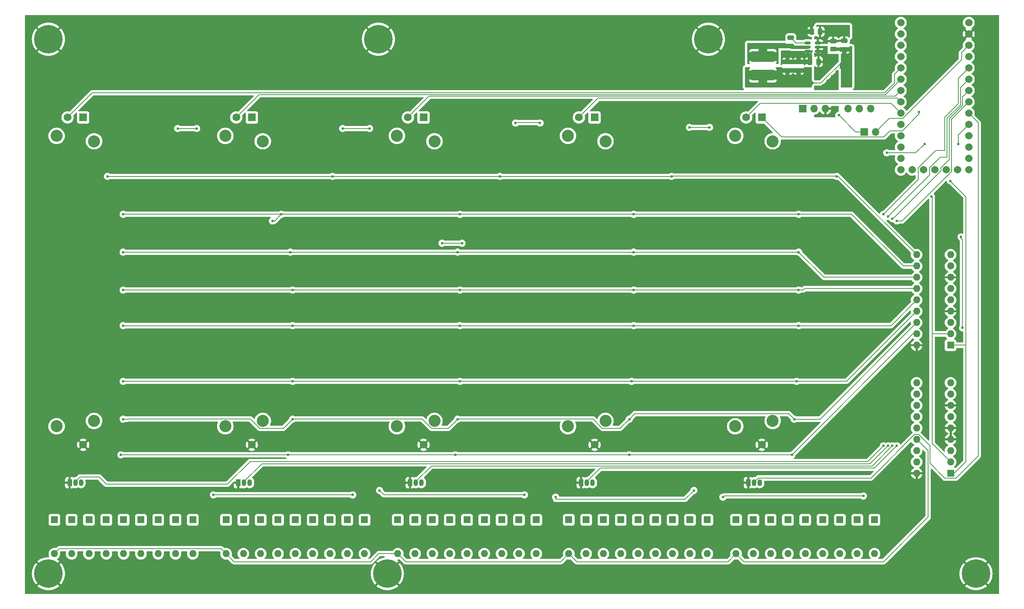
<source format=gbr>
%TF.GenerationSoftware,KiCad,Pcbnew,8.0.1*%
%TF.CreationDate,2024-04-10T00:32:00-05:00*%
%TF.ProjectId,ControlMixer,436f6e74-726f-46c4-9d69-7865722e6b69,rev?*%
%TF.SameCoordinates,Original*%
%TF.FileFunction,Copper,L2,Bot*%
%TF.FilePolarity,Positive*%
%FSLAX46Y46*%
G04 Gerber Fmt 4.6, Leading zero omitted, Abs format (unit mm)*
G04 Created by KiCad (PCBNEW 8.0.1) date 2024-04-10 00:32:00*
%MOMM*%
%LPD*%
G01*
G04 APERTURE LIST*
G04 Aperture macros list*
%AMRoundRect*
0 Rectangle with rounded corners*
0 $1 Rounding radius*
0 $2 $3 $4 $5 $6 $7 $8 $9 X,Y pos of 4 corners*
0 Add a 4 corners polygon primitive as box body*
4,1,4,$2,$3,$4,$5,$6,$7,$8,$9,$2,$3,0*
0 Add four circle primitives for the rounded corners*
1,1,$1+$1,$2,$3*
1,1,$1+$1,$4,$5*
1,1,$1+$1,$6,$7*
1,1,$1+$1,$8,$9*
0 Add four rect primitives between the rounded corners*
20,1,$1+$1,$2,$3,$4,$5,0*
20,1,$1+$1,$4,$5,$6,$7,0*
20,1,$1+$1,$6,$7,$8,$9,0*
20,1,$1+$1,$8,$9,$2,$3,0*%
G04 Aperture macros list end*
%TA.AperFunction,ComponentPad*%
%ADD10C,6.400000*%
%TD*%
%TA.AperFunction,ComponentPad*%
%ADD11C,1.665000*%
%TD*%
%TA.AperFunction,ComponentPad*%
%ADD12R,1.750000X1.750000*%
%TD*%
%TA.AperFunction,ComponentPad*%
%ADD13C,1.750000*%
%TD*%
%TA.AperFunction,ComponentPad*%
%ADD14C,2.700000*%
%TD*%
%TA.AperFunction,ComponentPad*%
%ADD15R,1.600000X1.600000*%
%TD*%
%TA.AperFunction,ComponentPad*%
%ADD16O,1.600000X1.600000*%
%TD*%
%TA.AperFunction,ComponentPad*%
%ADD17R,1.050000X1.500000*%
%TD*%
%TA.AperFunction,ComponentPad*%
%ADD18O,1.050000X1.500000*%
%TD*%
%TA.AperFunction,ComponentPad*%
%ADD19R,1.700000X1.700000*%
%TD*%
%TA.AperFunction,ComponentPad*%
%ADD20O,1.700000X1.700000*%
%TD*%
%TA.AperFunction,SMDPad,CuDef*%
%ADD21RoundRect,0.250000X0.262500X0.450000X-0.262500X0.450000X-0.262500X-0.450000X0.262500X-0.450000X0*%
%TD*%
%TA.AperFunction,SMDPad,CuDef*%
%ADD22RoundRect,0.250000X0.475000X-0.250000X0.475000X0.250000X-0.475000X0.250000X-0.475000X-0.250000X0*%
%TD*%
%TA.AperFunction,SMDPad,CuDef*%
%ADD23R,5.100000X2.350000*%
%TD*%
%TA.AperFunction,SMDPad,CuDef*%
%ADD24RoundRect,0.250000X0.450000X-0.262500X0.450000X0.262500X-0.450000X0.262500X-0.450000X-0.262500X0*%
%TD*%
%TA.AperFunction,SMDPad,CuDef*%
%ADD25RoundRect,0.150000X0.512500X0.150000X-0.512500X0.150000X-0.512500X-0.150000X0.512500X-0.150000X0*%
%TD*%
%TA.AperFunction,SMDPad,CuDef*%
%ADD26RoundRect,0.250000X0.250000X0.475000X-0.250000X0.475000X-0.250000X-0.475000X0.250000X-0.475000X0*%
%TD*%
%TA.AperFunction,ViaPad*%
%ADD27C,0.600000*%
%TD*%
%TA.AperFunction,Conductor*%
%ADD28C,0.750000*%
%TD*%
%TA.AperFunction,Conductor*%
%ADD29C,0.200000*%
%TD*%
G04 APERTURE END LIST*
D10*
%TO.P,J6,1,Pin_1*%
%TO.N,Ext Gnd*%
X248000000Y-154000000D03*
%TD*%
%TO.P,J5,1,Pin_1*%
%TO.N,Ext Gnd*%
X116000000Y-154000000D03*
%TD*%
%TO.P,J4,1,Pin_1*%
%TO.N,Ext Gnd*%
X40000000Y-154000000D03*
%TD*%
D11*
%TO.P,IC1,1,RST*%
%TO.N,unconnected-(IC1-RST-Pad1)*%
X231130000Y-30295000D03*
%TO.P,IC1,2,3V*%
%TO.N,3v3*%
X231130000Y-32835000D03*
%TO.P,IC1,3,AREF*%
%TO.N,unconnected-(IC1-AREF-Pad3)*%
X231130000Y-35375000D03*
%TO.P,IC1,4,VHI*%
%TO.N,unconnected-(IC1-VHI-Pad4)*%
X231130000Y-37915000D03*
%TO.P,IC1,5,A0*%
%TO.N,Pot1*%
X231130000Y-40455000D03*
%TO.P,IC1,6,A1*%
%TO.N,Pot2*%
X231130000Y-42995000D03*
%TO.P,IC1,7,A2*%
%TO.N,Pot3*%
X231130000Y-45535000D03*
%TO.P,IC1,8,A3*%
%TO.N,Pot4*%
X231130000Y-48075000D03*
%TO.P,IC1,9,A4*%
%TO.N,Pot5*%
X231130000Y-50615000D03*
%TO.P,IC1,10,A5*%
%TO.N,unconnected-(IC1-A5-Pad10)*%
X231130000Y-53155000D03*
%TO.P,IC1,11,SCK*%
%TO.N,SPI_SCK*%
X231130000Y-55695000D03*
%TO.P,IC1,12,MO*%
%TO.N,SPI_PICO*%
X231130000Y-58235000D03*
%TO.P,IC1,13,MI*%
%TO.N,SPI_POCI*%
X231130000Y-60775000D03*
%TO.P,IC1,14,2*%
%TO.N,unconnected-(IC1-2-Pad14)*%
X231130000Y-63315000D03*
%TO.P,IC1,15,EN*%
%TO.N,unconnected-(IC1-EN-Pad15)*%
X233670000Y-63315000D03*
%TO.P,IC1,16,RESET_1*%
%TO.N,unconnected-(IC1-RESET_1-Pad16)*%
X236210000Y-63315000D03*
%TO.P,IC1,17,RESET_2*%
%TO.N,unconnected-(IC1-RESET_2-Pad17)*%
X238750000Y-63315000D03*
%TO.P,IC1,18,3*%
%TO.N,Recovery*%
X241290000Y-63315000D03*
%TO.P,IC1,19,4*%
%TO.N,ExpReset*%
X243830000Y-63315000D03*
%TO.P,IC1,20,RX*%
%TO.N,unconnected-(IC1-RX-Pad20)*%
X246370000Y-63315000D03*
%TO.P,IC1,21,TX*%
%TO.N,unconnected-(IC1-TX-Pad21)*%
X246370000Y-60775000D03*
%TO.P,IC1,22,SDA*%
%TO.N,SDA*%
X246370000Y-58235000D03*
%TO.P,IC1,23,SCL*%
%TO.N,SCL*%
X246370000Y-55695000D03*
%TO.P,IC1,24,5*%
%TO.N,NeoPixel*%
X246370000Y-53155000D03*
%TO.P,IC1,25,7*%
%TO.N,Ch5Zero*%
X246370000Y-50615000D03*
%TO.P,IC1,26,9*%
%TO.N,Ch4Zero*%
X246370000Y-48075000D03*
%TO.P,IC1,27,10*%
%TO.N,Ch3Zero*%
X246370000Y-45535000D03*
%TO.P,IC1,28,11*%
%TO.N,Ch2Zero*%
X246370000Y-42995000D03*
%TO.P,IC1,29,12*%
%TO.N,Ch1Zero*%
X246370000Y-40455000D03*
%TO.P,IC1,30,13*%
%TO.N,unconnected-(IC1-13-Pad30)*%
X246370000Y-37915000D03*
%TO.P,IC1,31,USB*%
%TO.N,USB_5v*%
X246370000Y-35375000D03*
%TO.P,IC1,32,G*%
%TO.N,Ext Gnd*%
X246370000Y-32835000D03*
%TO.P,IC1,33,BAT*%
%TO.N,unconnected-(IC1-BAT-Pad33)*%
X246370000Y-30295000D03*
%TD*%
D10*
%TO.P,J3,1,Pin_1*%
%TO.N,Ext Gnd*%
X188000000Y-34000000D03*
%TD*%
%TO.P,J2,1,Pin_1*%
%TO.N,Ext Gnd*%
X114000000Y-34000000D03*
%TD*%
%TO.P,J1,1,Pin_1*%
%TO.N,Ext Gnd*%
X40000000Y-34000000D03*
%TD*%
D12*
%TO.P,RV1,1,1*%
%TO.N,3v3*%
X47789064Y-51555000D03*
D13*
%TO.P,RV1,2,2*%
%TO.N,Pot1*%
X44289064Y-51555000D03*
%TO.P,RV1,3,3*%
%TO.N,Ext Gnd*%
X47789064Y-125055000D03*
D14*
%TO.P,RV1,MP*%
%TO.N,N/C*%
X41839064Y-55705000D03*
X50239064Y-56905000D03*
X50239064Y-119705000D03*
X41839064Y-120905000D03*
%TD*%
D15*
%TO.P,D32,1,K*%
%TO.N,Net-(D32-K)*%
X160568750Y-141895000D03*
D16*
%TO.P,D32,2,A*%
%TO.N,Column4*%
X160568750Y-149515000D03*
%TD*%
D15*
%TO.P,D16,1,K*%
%TO.N,Net-(D16-K)*%
X83718750Y-141895000D03*
D16*
%TO.P,D16,2,A*%
%TO.N,Column2*%
X83718750Y-149515000D03*
%TD*%
D12*
%TO.P,RV2,1,1*%
%TO.N,3v3*%
X85612500Y-51555000D03*
D13*
%TO.P,RV2,2,2*%
%TO.N,Pot2*%
X82112500Y-51555000D03*
%TO.P,RV2,3,3*%
%TO.N,Ext Gnd*%
X85612500Y-125055000D03*
D14*
%TO.P,RV2,MP*%
%TO.N,N/C*%
X79662500Y-55705000D03*
X88062500Y-56905000D03*
X88062500Y-119705000D03*
X79662500Y-120905000D03*
%TD*%
D15*
%TO.P,D4,1,K*%
%TO.N,Net-(D4-K)*%
X60739064Y-141895000D03*
D16*
%TO.P,D4,2,A*%
%TO.N,Column1*%
X60739064Y-149515000D03*
%TD*%
D15*
%TO.P,D14,1,K*%
%TO.N,Net-(D14-K)*%
X91481250Y-141895000D03*
D16*
%TO.P,D14,2,A*%
%TO.N,Column2*%
X91481250Y-149515000D03*
%TD*%
D15*
%TO.P,D11,1,K*%
%TO.N,Net-(D11-K)*%
X103125000Y-141895000D03*
D16*
%TO.P,D11,2,A*%
%TO.N,Column2*%
X103125000Y-149515000D03*
%TD*%
D15*
%TO.P,D21,1,K*%
%TO.N,Net-(D21-K)*%
X133862500Y-141895000D03*
D16*
%TO.P,D21,2,A*%
%TO.N,Column3*%
X133862500Y-149515000D03*
%TD*%
D15*
%TO.P,D36,1,K*%
%TO.N,Net-(D36-K)*%
X213593750Y-141895000D03*
D16*
%TO.P,D36,2,A*%
%TO.N,Column5*%
X213593750Y-149515000D03*
%TD*%
D15*
%TO.P,D35,1,K*%
%TO.N,Net-(D35-K)*%
X217475000Y-141895000D03*
D16*
%TO.P,D35,2,A*%
%TO.N,Column5*%
X217475000Y-149515000D03*
%TD*%
D15*
%TO.P,D5,1,K*%
%TO.N,Net-(D5-K)*%
X56857814Y-141895000D03*
D16*
%TO.P,D5,2,A*%
%TO.N,Column1*%
X56857814Y-149515000D03*
%TD*%
D15*
%TO.P,D9,1,K*%
%TO.N,Net-(D9-K)*%
X110887500Y-141895000D03*
D16*
%TO.P,D9,2,A*%
%TO.N,Column2*%
X110887500Y-149515000D03*
%TD*%
D15*
%TO.P,D27,1,K*%
%TO.N,Net-(D27-K)*%
X179975000Y-141895000D03*
D16*
%TO.P,D27,2,A*%
%TO.N,Column4*%
X179975000Y-149515000D03*
%TD*%
D15*
%TO.P,D19,1,K*%
%TO.N,Net-(D19-K)*%
X141625000Y-141895000D03*
D16*
%TO.P,D19,2,A*%
%TO.N,Column3*%
X141625000Y-149515000D03*
%TD*%
D15*
%TO.P,D25,1,K*%
%TO.N,Net-(D25-K)*%
X187737500Y-141895000D03*
D16*
%TO.P,D25,2,A*%
%TO.N,Column4*%
X187737500Y-149515000D03*
%TD*%
D15*
%TO.P,D24,1,K*%
%TO.N,Net-(D24-K)*%
X122218750Y-141895000D03*
D16*
%TO.P,D24,2,A*%
%TO.N,Column3*%
X122218750Y-149515000D03*
%TD*%
D15*
%TO.P,D3,1,K*%
%TO.N,Net-(D3-K)*%
X64620314Y-141895000D03*
D16*
%TO.P,D3,2,A*%
%TO.N,Column1*%
X64620314Y-149515000D03*
%TD*%
D17*
%TO.P,Q4,1,E*%
%TO.N,Ext Gnd*%
X159442500Y-133565000D03*
D18*
%TO.P,Q4,2,B*%
%TO.N,Ch4Zero*%
X160712500Y-133565000D03*
%TO.P,Q4,3,C*%
%TO.N,Net-(D94-K)*%
X161982500Y-133565000D03*
%TD*%
D15*
%TO.P,D33,1,K*%
%TO.N,Net-(D33-K)*%
X225237500Y-141895000D03*
D16*
%TO.P,D33,2,A*%
%TO.N,Column5*%
X225237500Y-149515000D03*
%TD*%
D15*
%TO.P,D30,1,K*%
%TO.N,Net-(D30-K)*%
X168331250Y-141895000D03*
D16*
%TO.P,D30,2,A*%
%TO.N,Column4*%
X168331250Y-149515000D03*
%TD*%
D15*
%TO.P,D41,1,K*%
%TO.N,Net-(D41-K)*%
X41332814Y-141895000D03*
D16*
%TO.P,D41,2,A*%
%TO.N,Column6*%
X41332814Y-149515000D03*
%TD*%
D17*
%TO.P,Q3,1,E*%
%TO.N,Ext Gnd*%
X121092500Y-133565000D03*
D18*
%TO.P,Q3,2,B*%
%TO.N,Ch3Zero*%
X122362500Y-133565000D03*
%TO.P,Q3,3,C*%
%TO.N,Net-(D93-K)*%
X123632500Y-133565000D03*
%TD*%
D15*
%TO.P,D42,1,K*%
%TO.N,Net-(D42-K)*%
X79837500Y-141895000D03*
D16*
%TO.P,D42,2,A*%
%TO.N,Column6*%
X79837500Y-149515000D03*
%TD*%
D19*
%TO.P,JP1,1,A*%
%TO.N,5v*%
X222975000Y-54805000D03*
D20*
%TO.P,JP1,2,B*%
%TO.N,USB_5v*%
X225515000Y-54805000D03*
%TD*%
D17*
%TO.P,Q5,1,E*%
%TO.N,Ext Gnd*%
X196942500Y-133565000D03*
D18*
%TO.P,Q5,2,B*%
%TO.N,Ch5Zero*%
X198212500Y-133565000D03*
%TO.P,Q5,3,C*%
%TO.N,Net-(D95-K)*%
X199482500Y-133565000D03*
%TD*%
D15*
%TO.P,D13,1,K*%
%TO.N,Net-(D13-K)*%
X95362500Y-141895000D03*
D16*
%TO.P,D13,2,A*%
%TO.N,Column2*%
X95362500Y-149515000D03*
%TD*%
D19*
%TO.P,U3,1,SDA*%
%TO.N,SDA*%
X209125000Y-49555000D03*
D20*
%TO.P,U3,2,SCL*%
%TO.N,SCL*%
X211665000Y-49555000D03*
%TO.P,U3,3,Vout*%
%TO.N,Net-(U3-Vout)*%
X214205000Y-49555000D03*
%TO.P,U3,4,GND*%
%TO.N,Ext Gnd*%
X219285000Y-49555000D03*
%TO.P,U3,5,D-*%
%TO.N,unconnected-(U3-D--Pad5)*%
X221825000Y-49555000D03*
%TO.P,U3,6,D+*%
%TO.N,unconnected-(U3-D+-Pad6)*%
X224365000Y-49555000D03*
%TD*%
D15*
%TO.P,D40,1,K*%
%TO.N,Net-(D40-K)*%
X198068750Y-141895000D03*
D16*
%TO.P,D40,2,A*%
%TO.N,Column5*%
X198068750Y-149515000D03*
%TD*%
D15*
%TO.P,D23,1,K*%
%TO.N,Net-(D23-K)*%
X126100000Y-141895000D03*
D16*
%TO.P,D23,2,A*%
%TO.N,Column3*%
X126100000Y-149515000D03*
%TD*%
D15*
%TO.P,D1,1,K*%
%TO.N,Net-(D1-K)*%
X72382814Y-141895000D03*
D16*
%TO.P,D1,2,A*%
%TO.N,Column1*%
X72382814Y-149515000D03*
%TD*%
D15*
%TO.P,U1,1,SCK*%
%TO.N,SPI_SCK*%
X242300000Y-131455000D03*
D16*
%TO.P,U1,2,SI*%
%TO.N,SPI_PICO*%
X242300000Y-128915000D03*
%TO.P,U1,3,SO*%
%TO.N,SPI_POCI*%
X242300000Y-126375000D03*
%TO.P,U1,4,A1*%
%TO.N,Ext Gnd*%
X242300000Y-123835000D03*
%TO.P,U1,5,A0*%
X242300000Y-121295000D03*
%TO.P,U1,6,~{RESET}*%
%TO.N,ExpReset*%
X242300000Y-118755000D03*
%TO.P,U1,7,CS*%
%TO.N,Ext Gnd*%
X242300000Y-116215000D03*
%TO.P,U1,8,INT*%
%TO.N,unconnected-(U1-INT-Pad8)*%
X242300000Y-113675000D03*
%TO.P,U1,9,VSS*%
%TO.N,3v3*%
X242300000Y-111135000D03*
%TO.P,U1,10,GP0*%
%TO.N,Column1*%
X234680000Y-111135000D03*
%TO.P,U1,11,GP1*%
%TO.N,Column2*%
X234680000Y-113675000D03*
%TO.P,U1,12,GP2*%
%TO.N,Column3*%
X234680000Y-116215000D03*
%TO.P,U1,13,GP3*%
%TO.N,Column4*%
X234680000Y-118755000D03*
%TO.P,U1,14,GP4*%
%TO.N,Column5*%
X234680000Y-121295000D03*
%TO.P,U1,15,GP5*%
%TO.N,Column6*%
X234680000Y-123835000D03*
%TO.P,U1,16,GP6*%
%TO.N,unconnected-(U1-GP6-Pad16)*%
X234680000Y-126375000D03*
%TO.P,U1,17,GP7*%
%TO.N,unconnected-(U1-GP7-Pad17)*%
X234680000Y-128915000D03*
%TO.P,U1,18,VDD*%
%TO.N,Ext Gnd*%
X234680000Y-131455000D03*
%TD*%
D15*
%TO.P,D18,1,K*%
%TO.N,Net-(D18-K)*%
X145506250Y-141895000D03*
D16*
%TO.P,D18,2,A*%
%TO.N,Column3*%
X145506250Y-149515000D03*
%TD*%
D15*
%TO.P,D37,1,K*%
%TO.N,Net-(D37-K)*%
X209712500Y-141895000D03*
D16*
%TO.P,D37,2,A*%
%TO.N,Column5*%
X209712500Y-149515000D03*
%TD*%
D15*
%TO.P,D10,1,K*%
%TO.N,Net-(D10-K)*%
X107006250Y-141895000D03*
D16*
%TO.P,D10,2,A*%
%TO.N,Column2*%
X107006250Y-149515000D03*
%TD*%
D17*
%TO.P,Q1,1,E*%
%TO.N,Ext Gnd*%
X44769064Y-133565000D03*
D18*
%TO.P,Q1,2,B*%
%TO.N,Ch1Zero*%
X46039064Y-133565000D03*
%TO.P,Q1,3,C*%
%TO.N,Net-(D91-K)*%
X47309064Y-133565000D03*
%TD*%
D15*
%TO.P,D38,1,K*%
%TO.N,Net-(D38-K)*%
X205831250Y-141895000D03*
D16*
%TO.P,D38,2,A*%
%TO.N,Column5*%
X205831250Y-149515000D03*
%TD*%
D15*
%TO.P,D29,1,K*%
%TO.N,Net-(D29-K)*%
X172212500Y-141895000D03*
D16*
%TO.P,D29,2,A*%
%TO.N,Column4*%
X172212500Y-149515000D03*
%TD*%
D15*
%TO.P,D26,1,K*%
%TO.N,Net-(D26-K)*%
X183856250Y-141895000D03*
D16*
%TO.P,D26,2,A*%
%TO.N,Column4*%
X183856250Y-149515000D03*
%TD*%
D12*
%TO.P,RV5,1,1*%
%TO.N,3v3*%
X199962500Y-51555000D03*
D13*
%TO.P,RV5,2,2*%
%TO.N,Pot5*%
X196462500Y-51555000D03*
%TO.P,RV5,3,3*%
%TO.N,Ext Gnd*%
X199962500Y-125055000D03*
D14*
%TO.P,RV5,MP*%
%TO.N,N/C*%
X194012500Y-55705000D03*
X202412500Y-56905000D03*
X202412500Y-119705000D03*
X194012500Y-120905000D03*
%TD*%
D12*
%TO.P,RV4,1,1*%
%TO.N,3v3*%
X162462500Y-51555000D03*
D13*
%TO.P,RV4,2,2*%
%TO.N,Pot4*%
X158962500Y-51555000D03*
%TO.P,RV4,3,3*%
%TO.N,Ext Gnd*%
X162462500Y-125055000D03*
D14*
%TO.P,RV4,MP*%
%TO.N,N/C*%
X156512500Y-55705000D03*
X164912500Y-56905000D03*
X164912500Y-119705000D03*
X156512500Y-120905000D03*
%TD*%
D15*
%TO.P,D17,1,K*%
%TO.N,Net-(D17-K)*%
X149387500Y-141895000D03*
D16*
%TO.P,D17,2,A*%
%TO.N,Column3*%
X149387500Y-149515000D03*
%TD*%
D15*
%TO.P,D39,1,K*%
%TO.N,Net-(D39-K)*%
X201950000Y-141895000D03*
D16*
%TO.P,D39,2,A*%
%TO.N,Column5*%
X201950000Y-149515000D03*
%TD*%
D15*
%TO.P,D43,1,K*%
%TO.N,Net-(D43-K)*%
X118337500Y-141895000D03*
D16*
%TO.P,D43,2,A*%
%TO.N,Column6*%
X118337500Y-149515000D03*
%TD*%
D15*
%TO.P,D28,1,K*%
%TO.N,Net-(D28-K)*%
X176093750Y-141895000D03*
D16*
%TO.P,D28,2,A*%
%TO.N,Column4*%
X176093750Y-149515000D03*
%TD*%
D15*
%TO.P,D31,1,K*%
%TO.N,Net-(D31-K)*%
X164450000Y-141895000D03*
D16*
%TO.P,D31,2,A*%
%TO.N,Column4*%
X164450000Y-149515000D03*
%TD*%
D15*
%TO.P,D45,1,K*%
%TO.N,Net-(D45-K)*%
X194187500Y-141895000D03*
D16*
%TO.P,D45,2,A*%
%TO.N,Column6*%
X194187500Y-149515000D03*
%TD*%
D12*
%TO.P,RV3,1,1*%
%TO.N,3v3*%
X124112500Y-51555000D03*
D13*
%TO.P,RV3,2,2*%
%TO.N,Pot3*%
X120612500Y-51555000D03*
%TO.P,RV3,3,3*%
%TO.N,Ext Gnd*%
X124112500Y-125055000D03*
D14*
%TO.P,RV3,MP*%
%TO.N,N/C*%
X118162500Y-55705000D03*
X126562500Y-56905000D03*
X126562500Y-119705000D03*
X118162500Y-120905000D03*
%TD*%
D15*
%TO.P,D44,1,K*%
%TO.N,Net-(D44-K)*%
X156687500Y-141895000D03*
D16*
%TO.P,D44,2,A*%
%TO.N,Column6*%
X156687500Y-149515000D03*
%TD*%
D15*
%TO.P,D8,1,K*%
%TO.N,Net-(D8-K)*%
X45214064Y-141895000D03*
D16*
%TO.P,D8,2,A*%
%TO.N,Column1*%
X45214064Y-149515000D03*
%TD*%
D15*
%TO.P,D2,1,K*%
%TO.N,Net-(D2-K)*%
X68501564Y-141895000D03*
D16*
%TO.P,D2,2,A*%
%TO.N,Column1*%
X68501564Y-149515000D03*
%TD*%
D15*
%TO.P,D20,1,K*%
%TO.N,Net-(D20-K)*%
X137743750Y-141895000D03*
D16*
%TO.P,D20,2,A*%
%TO.N,Column3*%
X137743750Y-149515000D03*
%TD*%
D15*
%TO.P,D34,1,K*%
%TO.N,Net-(D34-K)*%
X221356250Y-141895000D03*
D16*
%TO.P,D34,2,A*%
%TO.N,Column5*%
X221356250Y-149515000D03*
%TD*%
D15*
%TO.P,D22,1,K*%
%TO.N,Net-(D22-K)*%
X129981250Y-141895000D03*
D16*
%TO.P,D22,2,A*%
%TO.N,Column3*%
X129981250Y-149515000D03*
%TD*%
D15*
%TO.P,D6,1,K*%
%TO.N,Net-(D6-K)*%
X52976564Y-141895000D03*
D16*
%TO.P,D6,2,A*%
%TO.N,Column1*%
X52976564Y-149515000D03*
%TD*%
D15*
%TO.P,D12,1,K*%
%TO.N,Net-(D12-K)*%
X99243750Y-141895000D03*
D16*
%TO.P,D12,2,A*%
%TO.N,Column2*%
X99243750Y-149515000D03*
%TD*%
D15*
%TO.P,D15,1,K*%
%TO.N,Net-(D15-K)*%
X87600000Y-141895000D03*
D16*
%TO.P,D15,2,A*%
%TO.N,Column2*%
X87600000Y-149515000D03*
%TD*%
D15*
%TO.P,D7,1,K*%
%TO.N,Net-(D7-K)*%
X49095314Y-141895000D03*
D16*
%TO.P,D7,2,A*%
%TO.N,Column1*%
X49095314Y-149515000D03*
%TD*%
D15*
%TO.P,U2,1,SCK*%
%TO.N,SPI_SCK*%
X242300000Y-102705000D03*
D16*
%TO.P,U2,2,SI*%
%TO.N,SPI_PICO*%
X242300000Y-100165000D03*
%TO.P,U2,3,SO*%
%TO.N,SPI_POCI*%
X242300000Y-97625000D03*
%TO.P,U2,4,A1*%
%TO.N,Ext Gnd*%
X242300000Y-95085000D03*
%TO.P,U2,5,A0*%
%TO.N,3v3*%
X242300000Y-92545000D03*
%TO.P,U2,6,~{RESET}*%
%TO.N,ExpReset*%
X242300000Y-90005000D03*
%TO.P,U2,7,CS*%
%TO.N,Ext Gnd*%
X242300000Y-87465000D03*
%TO.P,U2,8,INT*%
%TO.N,unconnected-(U2-INT-Pad8)*%
X242300000Y-84925000D03*
%TO.P,U2,9,VSS*%
%TO.N,3v3*%
X242300000Y-82385000D03*
%TO.P,U2,10,GP0*%
%TO.N,Row1*%
X234680000Y-82385000D03*
%TO.P,U2,11,GP1*%
%TO.N,Row2*%
X234680000Y-84925000D03*
%TO.P,U2,12,GP2*%
%TO.N,Row3*%
X234680000Y-87465000D03*
%TO.P,U2,13,GP3*%
%TO.N,Row4*%
X234680000Y-90005000D03*
%TO.P,U2,14,GP4*%
%TO.N,Row5*%
X234680000Y-92545000D03*
%TO.P,U2,15,GP5*%
%TO.N,Row6*%
X234680000Y-95085000D03*
%TO.P,U2,16,GP6*%
%TO.N,Row7*%
X234680000Y-97625000D03*
%TO.P,U2,17,GP7*%
%TO.N,Row8*%
X234680000Y-100165000D03*
%TO.P,U2,18,VDD*%
%TO.N,Ext Gnd*%
X234680000Y-102705000D03*
%TD*%
D17*
%TO.P,Q2,1,E*%
%TO.N,Ext Gnd*%
X82592500Y-133565000D03*
D18*
%TO.P,Q2,2,B*%
%TO.N,Ch2Zero*%
X83862500Y-133565000D03*
%TO.P,Q2,3,C*%
%TO.N,Net-(D92-K)*%
X85132500Y-133565000D03*
%TD*%
D21*
%TO.P,R2,1*%
%TO.N,Net-(U4-FB)*%
X213037464Y-32305000D03*
%TO.P,R2,2*%
%TO.N,Ext Gnd*%
X211212464Y-32305000D03*
%TD*%
D22*
%TO.P,C2.2,1*%
%TO.N,5v*%
X205712464Y-41005000D03*
%TO.P,C2.2,2*%
%TO.N,Ext Gnd*%
X205712464Y-39105000D03*
%TD*%
D23*
%TO.P,L1,1,1*%
%TO.N,Net-(U4-SW)*%
X200212464Y-37905000D03*
%TO.P,L1,2,2*%
%TO.N,5v*%
X200212464Y-42055000D03*
%TD*%
D22*
%TO.P,C4,1*%
%TO.N,5v*%
X218462464Y-36255000D03*
%TO.P,C4,2*%
%TO.N,Net-(U4-FB)*%
X218462464Y-34355000D03*
%TD*%
D24*
%TO.P,R1,1*%
%TO.N,5v*%
X215962464Y-36217500D03*
%TO.P,R1,2*%
%TO.N,Net-(U4-FB)*%
X215962464Y-34392500D03*
%TD*%
D25*
%TO.P,U4,1,FB*%
%TO.N,Net-(U4-FB)*%
X212562464Y-34805000D03*
%TO.P,U4,2,EN*%
%TO.N,Net-(U3-Vout)*%
X212562464Y-35755000D03*
%TO.P,U4,3,IN*%
X212562464Y-36705000D03*
%TO.P,U4,4,GND*%
%TO.N,Ext Gnd*%
X210287464Y-36705000D03*
%TO.P,U4,5,SW*%
%TO.N,Net-(U4-SW)*%
X210287464Y-35755000D03*
%TO.P,U4,6,BST*%
%TO.N,Net-(U4-BST)*%
X210287464Y-34805000D03*
%TD*%
D22*
%TO.P,C2.1,1*%
%TO.N,5v*%
X208212464Y-41005000D03*
%TO.P,C2.1,2*%
%TO.N,Ext Gnd*%
X208212464Y-39105000D03*
%TD*%
%TO.P,C3,1*%
%TO.N,Net-(U4-SW)*%
X206462464Y-35555000D03*
%TO.P,C3,2*%
%TO.N,Net-(U4-BST)*%
X206462464Y-33655000D03*
%TD*%
D26*
%TO.P,C1,1*%
%TO.N,Net-(U3-Vout)*%
X212662464Y-39055000D03*
%TO.P,C1,2*%
%TO.N,Ext Gnd*%
X210762464Y-39055000D03*
%TD*%
D27*
%TO.N,Ext Gnd*%
X208712464Y-37805000D03*
X205712464Y-37055000D03*
X217500000Y-107000000D03*
X205712464Y-37805000D03*
X217500000Y-121000000D03*
X209962464Y-31555000D03*
X210212464Y-37805000D03*
X207212464Y-37805000D03*
X208962464Y-32305000D03*
X207212464Y-37055000D03*
X209962464Y-33055000D03*
X204962464Y-37805000D03*
X206462464Y-37055000D03*
X206462464Y-37805000D03*
X210962464Y-37805000D03*
X208962464Y-31555000D03*
X209462464Y-37805000D03*
X208962464Y-33055000D03*
X207962464Y-37805000D03*
X204962464Y-37055000D03*
X235750000Y-107305000D03*
X240250000Y-107305000D03*
X240250000Y-74805000D03*
X209962464Y-32305000D03*
X236750000Y-74805000D03*
%TO.N,Net-(U3-Vout)*%
X216750000Y-43305000D03*
X212712464Y-37555000D03*
X215750000Y-38805000D03*
X216750000Y-42305000D03*
X216750000Y-41305000D03*
X214750000Y-38805000D03*
X214750000Y-43305000D03*
X214750000Y-39805000D03*
X213750000Y-40805000D03*
X215750000Y-43305000D03*
X216750000Y-44305000D03*
X215750000Y-44305000D03*
X216750000Y-37805000D03*
X215750000Y-42305000D03*
X214250000Y-36305000D03*
X214750000Y-37805000D03*
X213750000Y-44305000D03*
X215750000Y-37805000D03*
X214750000Y-44305000D03*
%TO.N,5v*%
X218250000Y-38805000D03*
X210750000Y-43805000D03*
X217250000Y-51055000D03*
%TO.N,NeoPixel*%
X228000000Y-59500000D03*
X236500000Y-57500000D03*
X244000000Y-57500000D03*
%TO.N,Net-(D54-DOUT)*%
X222750000Y-136555000D03*
X191250000Y-136805000D03*
%TO.N,Net-(D63-DOUT)*%
X184750000Y-135305000D03*
X153750000Y-136805000D03*
%TO.N,Net-(D72-DOUT)*%
X114250000Y-135305000D03*
X146750000Y-136305000D03*
%TO.N,Net-(D81-DOUT)*%
X108250000Y-136305000D03*
X77000000Y-136305000D03*
%TO.N,3v3*%
X69000000Y-54055000D03*
X188250000Y-53805000D03*
X106000000Y-54055000D03*
X73250000Y-54055000D03*
X144750000Y-52805000D03*
X183750000Y-53805000D03*
X112000000Y-54055000D03*
X235250000Y-50305000D03*
X150250000Y-52805000D03*
%TO.N,Ch2Zero*%
X228250000Y-125305000D03*
X228250000Y-73805000D03*
%TO.N,Ch4Zero*%
X230250000Y-125305000D03*
X230250000Y-74805000D03*
%TO.N,Ch1Zero*%
X227250000Y-73305000D03*
X227250000Y-125305000D03*
%TO.N,Ch3Zero*%
X229250000Y-74305000D03*
X229250000Y-125305000D03*
%TO.N,SPI_PICO*%
X238000000Y-69305000D03*
%TO.N,SPI_SCK*%
X242250000Y-65805000D03*
%TO.N,Row1*%
X53250000Y-64805000D03*
X216750000Y-64805000D03*
X179750000Y-64805000D03*
X103750000Y-64805000D03*
X141250000Y-64805000D03*
%TO.N,Row2*%
X92250000Y-73305000D03*
X56750000Y-73305000D03*
X208250000Y-73305000D03*
X171250000Y-73305000D03*
X132250000Y-73305000D03*
X90250000Y-74805000D03*
%TO.N,Row3*%
X131750000Y-81805000D03*
X208250000Y-81805000D03*
X56750000Y-81805000D03*
X94250000Y-81805000D03*
X171250000Y-81805000D03*
X128250000Y-79805000D03*
X132750000Y-79805000D03*
%TO.N,Row4*%
X208250000Y-90305000D03*
X56750000Y-90305000D03*
X132250000Y-90305000D03*
X171250000Y-90305000D03*
X94750000Y-90305000D03*
%TO.N,Row5*%
X171250000Y-98305000D03*
X94750000Y-98305000D03*
X132250000Y-98305000D03*
X56750000Y-98305000D03*
X208250000Y-98305000D03*
%TO.N,Row6*%
X170750000Y-110805000D03*
X132250000Y-110805000D03*
X94750000Y-110805000D03*
X56750000Y-110805000D03*
X207750000Y-110805000D03*
%TO.N,Row7*%
X94750000Y-119305000D03*
X207250000Y-119305000D03*
X131750000Y-119305000D03*
X170250000Y-119305000D03*
X56750000Y-119305000D03*
%TO.N,Row8*%
X93750000Y-127305000D03*
X56250000Y-127305000D03*
X131250000Y-127305000D03*
X170250000Y-127305000D03*
X206750000Y-127305000D03*
%TO.N,ExpReset*%
X244662499Y-78392501D03*
X245000000Y-98805000D03*
%TD*%
D28*
%TO.N,5v*%
X218424964Y-36217500D02*
X218462464Y-36255000D01*
D29*
X221000000Y-54805000D02*
X222975000Y-54805000D01*
X218250000Y-38805000D02*
X213250000Y-43805000D01*
D28*
X215962464Y-36217500D02*
X218424964Y-36217500D01*
D29*
X217250000Y-51055000D02*
X221000000Y-54805000D01*
X213250000Y-43805000D02*
X210750000Y-43805000D01*
D28*
%TO.N,Net-(U4-SW)*%
X206662464Y-35755000D02*
X206462464Y-35555000D01*
X210287464Y-35755000D02*
X206662464Y-35755000D01*
D29*
%TO.N,Net-(U4-BST)*%
X210287464Y-34805000D02*
X207612464Y-34805000D01*
X207612464Y-34805000D02*
X206462464Y-33655000D01*
%TO.N,Column6*%
X237250000Y-141305000D02*
X237250000Y-126405000D01*
X237250000Y-126405000D02*
X234680000Y-123835000D01*
X154897500Y-151305000D02*
X156687500Y-149515000D01*
X79837500Y-149515000D02*
X81627500Y-151305000D01*
X192397500Y-151305000D02*
X194187500Y-149515000D01*
X194187500Y-149515000D02*
X195977500Y-151305000D01*
X195977500Y-151305000D02*
X227250000Y-151305000D01*
X42432814Y-148415000D02*
X78737500Y-148415000D01*
X81627500Y-151305000D02*
X112250000Y-151305000D01*
X158477500Y-151305000D02*
X192397500Y-151305000D01*
X118337500Y-149515000D02*
X120127500Y-151305000D01*
X156687500Y-149515000D02*
X158477500Y-151305000D01*
X114040000Y-149515000D02*
X118337500Y-149515000D01*
X112250000Y-151305000D02*
X114040000Y-149515000D01*
X41332814Y-149515000D02*
X42432814Y-148415000D01*
X227250000Y-151305000D02*
X237250000Y-141305000D01*
X78737500Y-148415000D02*
X79837500Y-149515000D01*
X120127500Y-151305000D02*
X154897500Y-151305000D01*
%TO.N,NeoPixel*%
X244000000Y-55525000D02*
X244000000Y-57500000D01*
X236500000Y-57500000D02*
X234500000Y-59500000D01*
X234500000Y-59500000D02*
X228000000Y-59500000D01*
X246370000Y-53155000D02*
X244000000Y-55525000D01*
%TO.N,Net-(D54-DOUT)*%
X191500000Y-136555000D02*
X191250000Y-136805000D01*
X222750000Y-136555000D02*
X191500000Y-136555000D01*
%TO.N,Net-(D63-DOUT)*%
X153750000Y-137305000D02*
X153750000Y-136805000D01*
X182750000Y-137305000D02*
X153750000Y-137305000D01*
X184750000Y-135305000D02*
X182750000Y-137305000D01*
%TO.N,Net-(D72-DOUT)*%
X115250000Y-136305000D02*
X114250000Y-135305000D01*
X146750000Y-136305000D02*
X115250000Y-136305000D01*
%TO.N,Net-(D81-DOUT)*%
X108250000Y-136305000D02*
X77000000Y-136305000D01*
%TO.N,3v3*%
X204362500Y-55955000D02*
X199962500Y-51555000D01*
X73250000Y-54055000D02*
X69000000Y-54055000D01*
X112000000Y-54055000D02*
X106000000Y-54055000D01*
X235250000Y-50305000D02*
X235250000Y-50805000D01*
X231492500Y-54562500D02*
X228742500Y-54562500D01*
X188250000Y-53805000D02*
X183750000Y-53805000D01*
X150175000Y-52730000D02*
X144825000Y-52730000D01*
X227350000Y-55955000D02*
X204362500Y-55955000D01*
X228742500Y-54562500D02*
X227350000Y-55955000D01*
X235250000Y-50805000D02*
X231492500Y-54562500D01*
%TO.N,Ch2Zero*%
X246370000Y-42995000D02*
X244500000Y-44865000D01*
X244500000Y-44865000D02*
X244500000Y-48813628D01*
X241500000Y-60500000D02*
X239963403Y-60500000D01*
X244500000Y-48813628D02*
X241500000Y-51813629D01*
X237617500Y-64437500D02*
X228250000Y-73805000D01*
X224250000Y-129305000D02*
X228250000Y-125305000D01*
X237617500Y-62845903D02*
X237617500Y-64437500D01*
X87897500Y-129305000D02*
X224250000Y-129305000D01*
X241500000Y-51813629D02*
X241500000Y-60500000D01*
X83862500Y-133565000D02*
X83862500Y-133340000D01*
X239963403Y-60500000D02*
X237617500Y-62845903D01*
X83862500Y-133340000D02*
X87897500Y-129305000D01*
%TO.N,Pot2*%
X231130000Y-42995000D02*
X227750000Y-46375000D01*
X87262500Y-46405000D02*
X82112500Y-51555000D01*
X227750000Y-46405000D02*
X87262500Y-46405000D01*
X227750000Y-46375000D02*
X227750000Y-46405000D01*
%TO.N,Ch4Zero*%
X160712500Y-133340000D02*
X163747500Y-130305000D01*
X163747500Y-130305000D02*
X225250000Y-130305000D01*
X225250000Y-130305000D02*
X230250000Y-125305000D01*
X230250000Y-74805000D02*
X231401597Y-74805000D01*
X231401597Y-74805000D02*
X242500000Y-63706597D01*
X242500000Y-63706597D02*
X242500000Y-51945000D01*
X242500000Y-51945000D02*
X246370000Y-48075000D01*
X160712500Y-133565000D02*
X160712500Y-133340000D01*
%TO.N,Ch1Zero*%
X85250000Y-128805000D02*
X223750000Y-128805000D01*
X238923403Y-59000000D02*
X235027500Y-62895903D01*
X47074064Y-132305000D02*
X51401471Y-132305000D01*
X46039064Y-133565000D02*
X46039064Y-133340000D01*
X241000000Y-51500000D02*
X241000000Y-59000000D01*
X246370000Y-40455000D02*
X244000000Y-42825000D01*
X223750000Y-128805000D02*
X227250000Y-125305000D01*
X53001471Y-133905000D02*
X80150000Y-133905000D01*
X244000000Y-48500000D02*
X241000000Y-51500000D01*
X227250000Y-73305000D02*
X235027500Y-65527500D01*
X51401471Y-132305000D02*
X53001471Y-133905000D01*
X80150000Y-133905000D02*
X85250000Y-128805000D01*
X235027500Y-62895903D02*
X235027500Y-65527500D01*
X46039064Y-133340000D02*
X47074064Y-132305000D01*
X241000000Y-59000000D02*
X238923403Y-59000000D01*
X244000000Y-42825000D02*
X244000000Y-48500000D01*
%TO.N,Ch5Zero*%
X248500000Y-127555000D02*
X248500000Y-52745000D01*
X237650000Y-129205000D02*
X241000000Y-132555000D01*
X235135635Y-122735000D02*
X237650000Y-125249365D01*
X237650000Y-125249365D02*
X237650000Y-129205000D01*
X234224365Y-122735000D02*
X235135635Y-122735000D01*
X248500000Y-52745000D02*
X246370000Y-50615000D01*
X241000000Y-132555000D02*
X243500000Y-132555000D01*
X224444365Y-132515000D02*
X234224365Y-122735000D01*
X199140774Y-132515000D02*
X224444365Y-132515000D01*
X198212500Y-133565000D02*
X198212500Y-133443274D01*
X198212500Y-133443274D02*
X199140774Y-132515000D01*
X243500000Y-132555000D02*
X248500000Y-127555000D01*
%TO.N,Pot1*%
X227550000Y-46005000D02*
X49839064Y-46005000D01*
X229750000Y-43805000D02*
X227550000Y-46005000D01*
X49839064Y-46005000D02*
X44289064Y-51555000D01*
X229750000Y-41835000D02*
X229750000Y-43805000D01*
X231130000Y-40455000D02*
X229750000Y-41835000D01*
%TO.N,Pot3*%
X231130000Y-45535000D02*
X229860000Y-46805000D01*
X125362500Y-46805000D02*
X120612500Y-51555000D01*
X229860000Y-46805000D02*
X125362500Y-46805000D01*
%TO.N,Ch3Zero*%
X224750000Y-129805000D02*
X229250000Y-125305000D01*
X229361597Y-74305000D02*
X240157500Y-63509097D01*
X242000000Y-51879314D02*
X242000000Y-61000000D01*
X125897500Y-129805000D02*
X224750000Y-129805000D01*
X240157500Y-62842500D02*
X240157500Y-63509097D01*
X122362500Y-133340000D02*
X125897500Y-129805000D01*
X244939657Y-46965343D02*
X244939657Y-48939657D01*
X122362500Y-133565000D02*
X122362500Y-133340000D01*
X229250000Y-74305000D02*
X229361597Y-74305000D01*
X244939657Y-48939657D02*
X242000000Y-51879314D01*
X246370000Y-45535000D02*
X244939657Y-46965343D01*
X242000000Y-61000000D02*
X240157500Y-62842500D01*
%TO.N,SPI_PICO*%
X242300000Y-128915000D02*
X238150000Y-124765000D01*
X238058403Y-69305000D02*
X238000000Y-69305000D01*
X238290000Y-100165000D02*
X238150000Y-100305000D01*
X238150000Y-124765000D02*
X238150000Y-100305000D01*
X242300000Y-100165000D02*
X238290000Y-100165000D01*
X238150000Y-69396597D02*
X238058403Y-69305000D01*
X238150000Y-100305000D02*
X238150000Y-69396597D01*
%TO.N,SPI_SCK*%
X242300000Y-131455000D02*
X243100000Y-131455000D01*
X245650000Y-102705000D02*
X245750000Y-102805000D01*
X245750000Y-102805000D02*
X245750000Y-69376597D01*
X245750000Y-128805000D02*
X245750000Y-102805000D01*
X242300000Y-102705000D02*
X245650000Y-102705000D01*
X243100000Y-131455000D02*
X245750000Y-128805000D01*
X242250000Y-65876597D02*
X242250000Y-65805000D01*
X245750000Y-69376597D02*
X242250000Y-65876597D01*
%TO.N,Pot4*%
X163274999Y-47242501D02*
X158962500Y-51555000D01*
X230297501Y-47242501D02*
X163274999Y-47242501D01*
X231130000Y-48075000D02*
X230297501Y-47242501D01*
%TO.N,Pot5*%
X199612500Y-48405000D02*
X196462500Y-51555000D01*
X231130000Y-50615000D02*
X228920000Y-48405000D01*
X228920000Y-48405000D02*
X199612500Y-48405000D01*
%TO.N,USB_5v*%
X244750000Y-38596597D02*
X244750000Y-36995000D01*
X228572500Y-51747500D02*
X231599097Y-51747500D01*
X231599097Y-51747500D02*
X244750000Y-38596597D01*
X244750000Y-36995000D02*
X246370000Y-35375000D01*
X225515000Y-54805000D02*
X228572500Y-51747500D01*
%TO.N,Row1*%
X53250000Y-64805000D02*
X103750000Y-64805000D01*
X179750000Y-64805000D02*
X179850000Y-64705000D01*
X103750000Y-64805000D02*
X141250000Y-64805000D01*
X216750000Y-64805000D02*
X217100000Y-64805000D01*
X217100000Y-64805000D02*
X234680000Y-82385000D01*
X141250000Y-64805000D02*
X179750000Y-64805000D01*
X179850000Y-64705000D02*
X216650000Y-64705000D01*
X216650000Y-64705000D02*
X216750000Y-64805000D01*
%TO.N,Row2*%
X220098529Y-73305000D02*
X231718529Y-84925000D01*
X231718529Y-84925000D02*
X234680000Y-84925000D01*
X208250000Y-73305000D02*
X220098529Y-73305000D01*
X90750000Y-74805000D02*
X90250000Y-74805000D01*
X56750000Y-73305000D02*
X92250000Y-73305000D01*
X132250000Y-73305000D02*
X171250000Y-73305000D01*
X92250000Y-73305000D02*
X90750000Y-74805000D01*
X171250000Y-73305000D02*
X208250000Y-73305000D01*
X92250000Y-73305000D02*
X132250000Y-73305000D01*
%TO.N,Row3*%
X208250000Y-81805000D02*
X213910000Y-87465000D01*
X131750000Y-81805000D02*
X208250000Y-81805000D01*
X128250000Y-79805000D02*
X132750000Y-79805000D01*
X56750000Y-81805000D02*
X131750000Y-81805000D01*
X213910000Y-87465000D02*
X234680000Y-87465000D01*
%TO.N,Row4*%
X132250000Y-90305000D02*
X208250000Y-90305000D01*
X208250000Y-90305000D02*
X209250000Y-90305000D01*
X209550000Y-90005000D02*
X234680000Y-90005000D01*
X209250000Y-90305000D02*
X209550000Y-90005000D01*
X56750000Y-90305000D02*
X132250000Y-90305000D01*
%TO.N,Row5*%
X208250000Y-98305000D02*
X228920000Y-98305000D01*
X132250000Y-98305000D02*
X208250000Y-98305000D01*
X228920000Y-98305000D02*
X234680000Y-92545000D01*
X56750000Y-98305000D02*
X132250000Y-98305000D01*
%TO.N,Row6*%
X218960000Y-110805000D02*
X234680000Y-95085000D01*
X132250000Y-110805000D02*
X207750000Y-110805000D01*
X207750000Y-110805000D02*
X218960000Y-110805000D01*
X56750000Y-110805000D02*
X132250000Y-110805000D01*
%TO.N,Row7*%
X171500000Y-118055000D02*
X206000000Y-118055000D01*
X213000000Y-119305000D02*
X234680000Y-97625000D01*
X164229047Y-121355000D02*
X168200000Y-121355000D01*
X123779047Y-119255000D02*
X125879047Y-121355000D01*
X162129047Y-119255000D02*
X164229047Y-121355000D01*
X57750000Y-119305000D02*
X57800000Y-119255000D01*
X131750000Y-119305000D02*
X131800000Y-119255000D01*
X168200000Y-121355000D02*
X170250000Y-119305000D01*
X85279047Y-119255000D02*
X87379047Y-121355000D01*
X94800000Y-119255000D02*
X123779047Y-119255000D01*
X56750000Y-119305000D02*
X57750000Y-119305000D01*
X94750000Y-119305000D02*
X94800000Y-119255000D01*
X207250000Y-119305000D02*
X213000000Y-119305000D01*
X131800000Y-119255000D02*
X162129047Y-119255000D01*
X170250000Y-119305000D02*
X171500000Y-118055000D01*
X87379047Y-121355000D02*
X92700000Y-121355000D01*
X125879047Y-121355000D02*
X129700000Y-121355000D01*
X129700000Y-121355000D02*
X131750000Y-119305000D01*
X92700000Y-121355000D02*
X94750000Y-119305000D01*
X206000000Y-118055000D02*
X207250000Y-119305000D01*
X57800000Y-119255000D02*
X85279047Y-119255000D01*
%TO.N,Row8*%
X131250000Y-127305000D02*
X206750000Y-127305000D01*
X56250000Y-127305000D02*
X131250000Y-127305000D01*
X233890000Y-100165000D02*
X234680000Y-100165000D01*
X206750000Y-127305000D02*
X233890000Y-100165000D01*
%TO.N,ExpReset*%
X245000000Y-79000000D02*
X245000000Y-98805000D01*
X244662499Y-78662499D02*
X245000000Y-79000000D01*
X244662499Y-78392501D02*
X244662499Y-78662499D01*
%TD*%
%TA.AperFunction,Conductor*%
%TO.N,5v*%
G36*
X197290763Y-40324685D02*
G01*
X197336518Y-40377489D01*
X197346462Y-40446647D01*
X197317437Y-40510203D01*
X197311405Y-40516681D01*
X197305273Y-40522812D01*
X197219113Y-40637906D01*
X197219109Y-40637913D01*
X197168867Y-40772620D01*
X197168865Y-40772627D01*
X197162464Y-40832155D01*
X197162464Y-41055000D01*
X203262464Y-41055000D01*
X203262464Y-40832172D01*
X203262463Y-40832155D01*
X203256062Y-40772627D01*
X203256060Y-40772620D01*
X203205818Y-40637913D01*
X203205814Y-40637906D01*
X203119654Y-40522812D01*
X203113523Y-40516681D01*
X203080038Y-40455358D01*
X203085022Y-40385666D01*
X203126894Y-40329733D01*
X203192358Y-40305316D01*
X203201204Y-40305000D01*
X204424755Y-40305000D01*
X204491794Y-40324685D01*
X204537549Y-40377489D01*
X204547493Y-40446647D01*
X204542461Y-40468005D01*
X204530202Y-40505000D01*
X206946261Y-40505000D01*
X206986731Y-40501404D01*
X206993595Y-40505000D01*
X209394726Y-40505000D01*
X209382467Y-40468005D01*
X209380065Y-40398176D01*
X209415796Y-40338134D01*
X209478317Y-40306941D01*
X209500173Y-40305000D01*
X211082964Y-40305000D01*
X211150003Y-40324685D01*
X211195758Y-40377489D01*
X211206964Y-40429000D01*
X211206964Y-43080500D01*
X211206965Y-43080509D01*
X211218516Y-43187950D01*
X211218518Y-43187962D01*
X211229724Y-43239472D01*
X211263847Y-43341997D01*
X211263850Y-43342003D01*
X211341635Y-43463037D01*
X211341643Y-43463048D01*
X211387387Y-43515840D01*
X211387390Y-43515843D01*
X211387394Y-43515847D01*
X211496128Y-43610067D01*
X211496131Y-43610068D01*
X211496132Y-43610069D01*
X211627000Y-43669836D01*
X211627001Y-43669836D01*
X211627005Y-43669838D01*
X211677708Y-43684726D01*
X211736486Y-43722501D01*
X211765510Y-43786057D01*
X211755566Y-43855216D01*
X211709810Y-43908019D01*
X211680451Y-43921121D01*
X211680647Y-43921710D01*
X211574966Y-43956883D01*
X211574960Y-43956886D01*
X211453926Y-44034671D01*
X211453915Y-44034679D01*
X211401123Y-44080423D01*
X211306897Y-44189164D01*
X211306894Y-44189168D01*
X211247128Y-44320034D01*
X211227440Y-44387082D01*
X211206964Y-44529501D01*
X211206964Y-44681000D01*
X211187279Y-44748039D01*
X211134475Y-44793794D01*
X211082964Y-44805000D01*
X196336464Y-44805000D01*
X196269425Y-44785315D01*
X196223670Y-44732511D01*
X196212464Y-44681000D01*
X196212464Y-43055000D01*
X197162464Y-43055000D01*
X197162464Y-43277844D01*
X197168865Y-43337372D01*
X197168867Y-43337379D01*
X197219109Y-43472086D01*
X197219113Y-43472093D01*
X197305273Y-43587187D01*
X197305276Y-43587190D01*
X197420370Y-43673350D01*
X197420377Y-43673354D01*
X197555084Y-43723596D01*
X197555091Y-43723598D01*
X197614619Y-43729999D01*
X197614636Y-43730000D01*
X199212464Y-43730000D01*
X199212464Y-43055000D01*
X201212464Y-43055000D01*
X201212464Y-43730000D01*
X202810292Y-43730000D01*
X202810308Y-43729999D01*
X202869836Y-43723598D01*
X202869843Y-43723596D01*
X203004550Y-43673354D01*
X203004557Y-43673350D01*
X203119651Y-43587190D01*
X203119654Y-43587187D01*
X203205814Y-43472093D01*
X203205818Y-43472086D01*
X203256060Y-43337379D01*
X203256062Y-43337372D01*
X203262463Y-43277844D01*
X203262464Y-43277827D01*
X203262464Y-43055000D01*
X201212464Y-43055000D01*
X199212464Y-43055000D01*
X197162464Y-43055000D01*
X196212464Y-43055000D01*
X196212464Y-41505000D01*
X204530201Y-41505000D01*
X204553105Y-41574120D01*
X204645148Y-41723345D01*
X204769118Y-41847315D01*
X204918339Y-41939356D01*
X204918344Y-41939358D01*
X205084766Y-41994505D01*
X205084773Y-41994506D01*
X205187483Y-42004999D01*
X205212464Y-42004998D01*
X205212464Y-41505000D01*
X206212464Y-41505000D01*
X206212464Y-42004999D01*
X206237436Y-42004999D01*
X206237450Y-42004998D01*
X206340161Y-41994505D01*
X206506583Y-41939358D01*
X206506588Y-41939356D01*
X206655809Y-41847315D01*
X206779779Y-41723345D01*
X206856925Y-41598273D01*
X206908873Y-41551549D01*
X206977836Y-41540326D01*
X207041918Y-41568170D01*
X207068003Y-41598273D01*
X207145148Y-41723345D01*
X207269118Y-41847315D01*
X207418339Y-41939356D01*
X207418344Y-41939358D01*
X207584766Y-41994505D01*
X207584773Y-41994506D01*
X207687483Y-42004999D01*
X207712464Y-42004998D01*
X207712464Y-41505000D01*
X208712464Y-41505000D01*
X208712464Y-42004999D01*
X208737436Y-42004999D01*
X208737450Y-42004998D01*
X208840161Y-41994505D01*
X209006583Y-41939358D01*
X209006588Y-41939356D01*
X209155809Y-41847315D01*
X209279779Y-41723345D01*
X209371822Y-41574120D01*
X209394727Y-41505000D01*
X208712464Y-41505000D01*
X207712464Y-41505000D01*
X206978663Y-41505000D01*
X206938187Y-41508593D01*
X206931330Y-41505000D01*
X206212464Y-41505000D01*
X205212464Y-41505000D01*
X204530201Y-41505000D01*
X196212464Y-41505000D01*
X196212464Y-40429000D01*
X196232149Y-40361961D01*
X196284953Y-40316206D01*
X196336464Y-40305000D01*
X197223724Y-40305000D01*
X197290763Y-40324685D01*
G37*
%TD.AperFunction*%
%TA.AperFunction,Conductor*%
G36*
X220155503Y-35574685D02*
G01*
X220201258Y-35627489D01*
X220212464Y-35679000D01*
X220212464Y-44681000D01*
X220192779Y-44748039D01*
X220139975Y-44793794D01*
X220088464Y-44805000D01*
X217841964Y-44805000D01*
X217774925Y-44785315D01*
X217729170Y-44732511D01*
X217717964Y-44681000D01*
X217717964Y-40991112D01*
X217717643Y-40973130D01*
X217717642Y-40973118D01*
X217717642Y-40973086D01*
X217717326Y-40964240D01*
X217716360Y-40946223D01*
X217685776Y-40805631D01*
X217661359Y-40740167D01*
X217592408Y-40613892D01*
X217490671Y-40512152D01*
X217470630Y-40497149D01*
X217428759Y-40441214D01*
X217423776Y-40371522D01*
X217457262Y-40310201D01*
X217462463Y-40305000D01*
X217462464Y-40305000D01*
X217462464Y-39509547D01*
X217482149Y-39442508D01*
X217498783Y-39421866D01*
X217515641Y-39405008D01*
X217533587Y-39387062D01*
X217569752Y-39346801D01*
X217586386Y-39326159D01*
X217618031Y-39282275D01*
X217677802Y-39151398D01*
X217697487Y-39084359D01*
X217697488Y-39084355D01*
X217717964Y-38941939D01*
X217717964Y-37429000D01*
X217712970Y-37382557D01*
X217725374Y-37313802D01*
X217772983Y-37262664D01*
X217840682Y-37245383D01*
X217848862Y-37245946D01*
X217937483Y-37254999D01*
X217962464Y-37254998D01*
X217962464Y-36755000D01*
X218962464Y-36755000D01*
X218962464Y-37254999D01*
X218987436Y-37254999D01*
X218987450Y-37254998D01*
X219090161Y-37244505D01*
X219256583Y-37189358D01*
X219256588Y-37189356D01*
X219405809Y-37097315D01*
X219529779Y-36973345D01*
X219621822Y-36824120D01*
X219644727Y-36755000D01*
X218962464Y-36755000D01*
X217962464Y-36755000D01*
X217462464Y-36755000D01*
X217462464Y-35755000D01*
X219644726Y-35755000D01*
X219632467Y-35718005D01*
X219630065Y-35648176D01*
X219665796Y-35588134D01*
X219728317Y-35556941D01*
X219750173Y-35555000D01*
X220088464Y-35555000D01*
X220155503Y-35574685D01*
G37*
%TD.AperFunction*%
%TD*%
%TA.AperFunction,Conductor*%
%TO.N,Net-(U3-Vout)*%
G36*
X217155503Y-49025185D02*
G01*
X217201258Y-49077989D01*
X217212464Y-49129500D01*
X217212464Y-50142850D01*
X217192779Y-50209889D01*
X217139975Y-50255644D01*
X217102349Y-50266070D01*
X217070750Y-50269630D01*
X216900478Y-50329210D01*
X216747737Y-50425184D01*
X216620184Y-50552737D01*
X216524211Y-50705476D01*
X216464631Y-50875745D01*
X216464630Y-50875750D01*
X216444435Y-51054996D01*
X216444435Y-51055003D01*
X216464630Y-51234249D01*
X216464632Y-51234257D01*
X216519145Y-51390046D01*
X216522706Y-51459824D01*
X216487977Y-51520452D01*
X216425984Y-51552679D01*
X216402103Y-51555000D01*
X211836464Y-51555000D01*
X211769425Y-51535315D01*
X211723670Y-51482511D01*
X211712464Y-51431000D01*
X211712464Y-51020130D01*
X211732149Y-50953091D01*
X211784953Y-50907336D01*
X211825652Y-50896603D01*
X211900408Y-50890063D01*
X212128663Y-50828903D01*
X212342830Y-50729035D01*
X212536401Y-50593495D01*
X212703495Y-50426401D01*
X212833730Y-50240405D01*
X212888307Y-50196781D01*
X212957805Y-50189587D01*
X213020160Y-50221110D01*
X213036879Y-50240405D01*
X213166890Y-50426078D01*
X213333917Y-50593105D01*
X213527421Y-50728600D01*
X213741507Y-50828429D01*
X213741516Y-50828433D01*
X213955000Y-50885634D01*
X213955000Y-49988012D01*
X214012007Y-50020925D01*
X214139174Y-50055000D01*
X214270826Y-50055000D01*
X214397993Y-50020925D01*
X214455000Y-49988012D01*
X214455000Y-50885633D01*
X214668483Y-50828433D01*
X214668492Y-50828429D01*
X214882578Y-50728600D01*
X215076082Y-50593105D01*
X215243105Y-50426082D01*
X215378600Y-50232578D01*
X215478429Y-50018492D01*
X215478432Y-50018486D01*
X215535636Y-49805000D01*
X214638012Y-49805000D01*
X214670925Y-49747993D01*
X214705000Y-49620826D01*
X214705000Y-49489174D01*
X214670925Y-49362007D01*
X214638012Y-49305000D01*
X215535636Y-49305000D01*
X215535635Y-49304999D01*
X215497210Y-49161594D01*
X215498873Y-49091744D01*
X215538035Y-49033881D01*
X215602264Y-49006377D01*
X215616985Y-49005500D01*
X217088464Y-49005500D01*
X217155503Y-49025185D01*
G37*
%TD.AperFunction*%
%TA.AperFunction,Conductor*%
G36*
X217131798Y-40874950D02*
G01*
X217187731Y-40916822D01*
X217212148Y-40982286D01*
X217212464Y-40991132D01*
X217212464Y-45280500D01*
X217192779Y-45347539D01*
X217139975Y-45393294D01*
X217088464Y-45404500D01*
X211836464Y-45404500D01*
X211769425Y-45384815D01*
X211723670Y-45332011D01*
X211712464Y-45280500D01*
X211712464Y-44529500D01*
X211732149Y-44462461D01*
X211784953Y-44416706D01*
X211836464Y-44405500D01*
X213163331Y-44405500D01*
X213163347Y-44405501D01*
X213170943Y-44405501D01*
X213329054Y-44405501D01*
X213329057Y-44405501D01*
X213481785Y-44364577D01*
X213531904Y-44335639D01*
X213618716Y-44285520D01*
X213730520Y-44173716D01*
X213730520Y-44173714D01*
X213740728Y-44163507D01*
X213740729Y-44163504D01*
X217000784Y-40903450D01*
X217062106Y-40869966D01*
X217131798Y-40874950D01*
G37*
%TD.AperFunction*%
%TA.AperFunction,Conductor*%
G36*
X214655503Y-35574685D02*
G01*
X214701258Y-35627489D01*
X214712464Y-35679000D01*
X214712464Y-37305000D01*
X217088464Y-37305000D01*
X217155503Y-37324685D01*
X217201258Y-37377489D01*
X217212464Y-37429000D01*
X217212464Y-38941939D01*
X217192779Y-39008978D01*
X217176145Y-39029620D01*
X213037584Y-43168181D01*
X212976261Y-43201666D01*
X212949903Y-43204500D01*
X211836464Y-43204500D01*
X211769425Y-43184815D01*
X211723670Y-43132011D01*
X211712464Y-43080500D01*
X211712464Y-40190023D01*
X211732149Y-40122984D01*
X211784953Y-40077229D01*
X211854111Y-40067285D01*
X211917667Y-40096310D01*
X211924145Y-40102342D01*
X211944118Y-40122315D01*
X212093339Y-40214356D01*
X212093344Y-40214358D01*
X212259766Y-40269505D01*
X212259773Y-40269506D01*
X212362483Y-40279999D01*
X212412463Y-40279998D01*
X212412464Y-40279998D01*
X212412464Y-39305000D01*
X212912464Y-39305000D01*
X212912464Y-40279999D01*
X212962436Y-40279999D01*
X212962450Y-40279998D01*
X213065161Y-40269505D01*
X213231583Y-40214358D01*
X213231588Y-40214356D01*
X213380809Y-40122315D01*
X213504779Y-39998345D01*
X213596820Y-39849124D01*
X213596822Y-39849119D01*
X213651969Y-39682697D01*
X213651970Y-39682690D01*
X213662463Y-39579986D01*
X213662464Y-39579973D01*
X213662464Y-39305000D01*
X212912464Y-39305000D01*
X212412464Y-39305000D01*
X212412464Y-37830000D01*
X212912464Y-37830000D01*
X212912464Y-38805000D01*
X213662463Y-38805000D01*
X213662463Y-38530028D01*
X213662462Y-38530013D01*
X213651969Y-38427302D01*
X213596822Y-38260880D01*
X213596820Y-38260875D01*
X213504779Y-38111654D01*
X213380809Y-37987684D01*
X213231588Y-37895643D01*
X213231583Y-37895641D01*
X213065161Y-37840494D01*
X213065154Y-37840493D01*
X212962450Y-37830000D01*
X212912464Y-37830000D01*
X212412464Y-37830000D01*
X212412463Y-37829999D01*
X212362493Y-37830000D01*
X212362475Y-37830001D01*
X212259766Y-37840494D01*
X212093344Y-37895641D01*
X212093335Y-37895645D01*
X211949598Y-37984303D01*
X211882206Y-38002743D01*
X211815542Y-37981820D01*
X211770773Y-37928178D01*
X211761282Y-37864880D01*
X211768029Y-37805002D01*
X211768029Y-37804996D01*
X211747833Y-37625750D01*
X211747831Y-37625742D01*
X211719422Y-37544552D01*
X211712464Y-37503598D01*
X211712464Y-37162149D01*
X211732149Y-37095110D01*
X211784953Y-37049355D01*
X211854111Y-37039411D01*
X211905355Y-37059047D01*
X211952419Y-37090495D01*
X211952423Y-37090496D01*
X212025335Y-37104999D01*
X212025338Y-37105000D01*
X212262464Y-37105000D01*
X212262464Y-37005000D01*
X212862464Y-37005000D01*
X212862464Y-37105000D01*
X213099590Y-37105000D01*
X213099592Y-37104999D01*
X213172504Y-37090496D01*
X213172508Y-37090494D01*
X213255203Y-37035240D01*
X213255206Y-37035237D01*
X213275410Y-37005000D01*
X212862464Y-37005000D01*
X212262464Y-37005000D01*
X212262464Y-36363362D01*
X212282149Y-36296323D01*
X212298783Y-36275681D01*
X212312464Y-36262000D01*
X212312464Y-36005000D01*
X212812464Y-36005000D01*
X212812464Y-36262000D01*
X212826145Y-36275681D01*
X212859630Y-36337004D01*
X212862464Y-36363362D01*
X212862464Y-36405000D01*
X213243964Y-36405000D01*
X213311003Y-36424685D01*
X213356758Y-36477489D01*
X213357503Y-36480915D01*
X213367964Y-36486882D01*
X213476517Y-36422684D01*
X213476525Y-36422678D01*
X213592642Y-36306561D01*
X213592649Y-36306552D01*
X213676245Y-36165198D01*
X213722064Y-36007486D01*
X213722259Y-36005001D01*
X213722259Y-36005000D01*
X212812464Y-36005000D01*
X212312464Y-36005000D01*
X212312464Y-35729500D01*
X212332149Y-35662461D01*
X212384953Y-35616706D01*
X212436464Y-35605500D01*
X213140650Y-35605500D01*
X213140658Y-35605500D01*
X213177533Y-35602598D01*
X213177535Y-35602597D01*
X213177537Y-35602597D01*
X213273609Y-35574685D01*
X213335362Y-35556744D01*
X213338311Y-35555000D01*
X213767964Y-35555000D01*
X214588464Y-35555000D01*
X214655503Y-35574685D01*
G37*
%TD.AperFunction*%
%TD*%
%TA.AperFunction,Conductor*%
%TO.N,Ext Gnd*%
G36*
X241135347Y-100785185D02*
G01*
X241169880Y-100818374D01*
X241219683Y-100889500D01*
X241299954Y-101004141D01*
X241460858Y-101165045D01*
X241485462Y-101182273D01*
X241529087Y-101236849D01*
X241536281Y-101306348D01*
X241504758Y-101368703D01*
X241444529Y-101404117D01*
X241427593Y-101407138D01*
X241392516Y-101410908D01*
X241257671Y-101461202D01*
X241257664Y-101461206D01*
X241142455Y-101547452D01*
X241142452Y-101547455D01*
X241056206Y-101662664D01*
X241056202Y-101662671D01*
X241005908Y-101797517D01*
X240999501Y-101857116D01*
X240999501Y-101857123D01*
X240999500Y-101857135D01*
X240999500Y-103552870D01*
X240999501Y-103552876D01*
X241005908Y-103612483D01*
X241056202Y-103747328D01*
X241056206Y-103747335D01*
X241142452Y-103862544D01*
X241142455Y-103862547D01*
X241257664Y-103948793D01*
X241257671Y-103948797D01*
X241392517Y-103999091D01*
X241392516Y-103999091D01*
X241399444Y-103999835D01*
X241452127Y-104005500D01*
X243147872Y-104005499D01*
X243207483Y-103999091D01*
X243342331Y-103948796D01*
X243457546Y-103862546D01*
X243543796Y-103747331D01*
X243594091Y-103612483D01*
X243600500Y-103552873D01*
X243600500Y-103429500D01*
X243620185Y-103362461D01*
X243672989Y-103316706D01*
X243724500Y-103305500D01*
X245025500Y-103305500D01*
X245092539Y-103325185D01*
X245138294Y-103377989D01*
X245149500Y-103429500D01*
X245149500Y-128504902D01*
X245129815Y-128571941D01*
X245113181Y-128592583D01*
X243505365Y-130200398D01*
X243444042Y-130233883D01*
X243374350Y-130228899D01*
X243343374Y-130211984D01*
X243342335Y-130211206D01*
X243342328Y-130211202D01*
X243207482Y-130160908D01*
X243207483Y-130160908D01*
X243172404Y-130157137D01*
X243107853Y-130130399D01*
X243068005Y-130073006D01*
X243065512Y-130003181D01*
X243101165Y-129943092D01*
X243114539Y-129932272D01*
X243139140Y-129915046D01*
X243300045Y-129754141D01*
X243300047Y-129754139D01*
X243430568Y-129567734D01*
X243526739Y-129361496D01*
X243585635Y-129141692D01*
X243605468Y-128915000D01*
X243585635Y-128688308D01*
X243526739Y-128468504D01*
X243430568Y-128262266D01*
X243300047Y-128075861D01*
X243300045Y-128075858D01*
X243139141Y-127914954D01*
X242952734Y-127784432D01*
X242952728Y-127784429D01*
X242894725Y-127757382D01*
X242842285Y-127711210D01*
X242823133Y-127644017D01*
X242843348Y-127577135D01*
X242894725Y-127532618D01*
X242952734Y-127505568D01*
X243139139Y-127375047D01*
X243300047Y-127214139D01*
X243430568Y-127027734D01*
X243526739Y-126821496D01*
X243585635Y-126601692D01*
X243605468Y-126375000D01*
X243585635Y-126148308D01*
X243526739Y-125928504D01*
X243430568Y-125722266D01*
X243300047Y-125535861D01*
X243300045Y-125535858D01*
X243139141Y-125374954D01*
X242952734Y-125244432D01*
X242952732Y-125244431D01*
X242894725Y-125217382D01*
X242894132Y-125217105D01*
X242841694Y-125170934D01*
X242822542Y-125103740D01*
X242842758Y-125036859D01*
X242894134Y-124992341D01*
X242952484Y-124965132D01*
X243138820Y-124834657D01*
X243299657Y-124673820D01*
X243430134Y-124487482D01*
X243526265Y-124281326D01*
X243526269Y-124281317D01*
X243578872Y-124085000D01*
X242615686Y-124085000D01*
X242620080Y-124080606D01*
X242672741Y-123989394D01*
X242700000Y-123887661D01*
X242700000Y-123782339D01*
X242672741Y-123680606D01*
X242620080Y-123589394D01*
X242615686Y-123585000D01*
X243578872Y-123585000D01*
X243578872Y-123584999D01*
X243526269Y-123388682D01*
X243526265Y-123388673D01*
X243430134Y-123182517D01*
X243299657Y-122996179D01*
X243138820Y-122835342D01*
X242952481Y-122704865D01*
X242952479Y-122704864D01*
X242893543Y-122677382D01*
X242841103Y-122631210D01*
X242821951Y-122564017D01*
X242842166Y-122497136D01*
X242893543Y-122452618D01*
X242952479Y-122425135D01*
X242952481Y-122425134D01*
X243138820Y-122294657D01*
X243299657Y-122133820D01*
X243430134Y-121947482D01*
X243526265Y-121741326D01*
X243526269Y-121741317D01*
X243578872Y-121545000D01*
X242615686Y-121545000D01*
X242620080Y-121540606D01*
X242672741Y-121449394D01*
X242700000Y-121347661D01*
X242700000Y-121242339D01*
X242672741Y-121140606D01*
X242620080Y-121049394D01*
X242615686Y-121045000D01*
X243578872Y-121045000D01*
X243578872Y-121044999D01*
X243526269Y-120848682D01*
X243526265Y-120848673D01*
X243430134Y-120642517D01*
X243299657Y-120456179D01*
X243138820Y-120295342D01*
X242952482Y-120164865D01*
X242894133Y-120137657D01*
X242841694Y-120091484D01*
X242822542Y-120024291D01*
X242842758Y-119957410D01*
X242894129Y-119912895D01*
X242952734Y-119885568D01*
X243139139Y-119755047D01*
X243300047Y-119594139D01*
X243430568Y-119407734D01*
X243526739Y-119201496D01*
X243585635Y-118981692D01*
X243605468Y-118755000D01*
X243585635Y-118528308D01*
X243526739Y-118308504D01*
X243430568Y-118102266D01*
X243300047Y-117915861D01*
X243300045Y-117915858D01*
X243139141Y-117754954D01*
X242952734Y-117624432D01*
X242952732Y-117624431D01*
X242894725Y-117597382D01*
X242894132Y-117597105D01*
X242841694Y-117550934D01*
X242822542Y-117483740D01*
X242842758Y-117416859D01*
X242894134Y-117372341D01*
X242952484Y-117345132D01*
X243138820Y-117214657D01*
X243299657Y-117053820D01*
X243430134Y-116867482D01*
X243526265Y-116661326D01*
X243526269Y-116661317D01*
X243578872Y-116465000D01*
X242615686Y-116465000D01*
X242620080Y-116460606D01*
X242672741Y-116369394D01*
X242700000Y-116267661D01*
X242700000Y-116162339D01*
X242672741Y-116060606D01*
X242620080Y-115969394D01*
X242615686Y-115965000D01*
X243578872Y-115965000D01*
X243578872Y-115964999D01*
X243526269Y-115768682D01*
X243526265Y-115768673D01*
X243430134Y-115562517D01*
X243299657Y-115376179D01*
X243138820Y-115215342D01*
X242952482Y-115084865D01*
X242894133Y-115057657D01*
X242841694Y-115011484D01*
X242822542Y-114944291D01*
X242842758Y-114877410D01*
X242894129Y-114832895D01*
X242952734Y-114805568D01*
X243139139Y-114675047D01*
X243300047Y-114514139D01*
X243430568Y-114327734D01*
X243526739Y-114121496D01*
X243585635Y-113901692D01*
X243605468Y-113675000D01*
X243585635Y-113448308D01*
X243526739Y-113228504D01*
X243430568Y-113022266D01*
X243300047Y-112835861D01*
X243300045Y-112835858D01*
X243139141Y-112674954D01*
X242952734Y-112544432D01*
X242952728Y-112544429D01*
X242894725Y-112517382D01*
X242842285Y-112471210D01*
X242823133Y-112404017D01*
X242843348Y-112337135D01*
X242894725Y-112292618D01*
X242952734Y-112265568D01*
X243139139Y-112135047D01*
X243300047Y-111974139D01*
X243430568Y-111787734D01*
X243526739Y-111581496D01*
X243585635Y-111361692D01*
X243605468Y-111135000D01*
X243585635Y-110908308D01*
X243526739Y-110688504D01*
X243430568Y-110482266D01*
X243300047Y-110295861D01*
X243300045Y-110295858D01*
X243139141Y-110134954D01*
X242952734Y-110004432D01*
X242952732Y-110004431D01*
X242746497Y-109908261D01*
X242746488Y-109908258D01*
X242526697Y-109849366D01*
X242526693Y-109849365D01*
X242526692Y-109849365D01*
X242526691Y-109849364D01*
X242526686Y-109849364D01*
X242300002Y-109829532D01*
X242299998Y-109829532D01*
X242073313Y-109849364D01*
X242073302Y-109849366D01*
X241853511Y-109908258D01*
X241853502Y-109908261D01*
X241647267Y-110004431D01*
X241647265Y-110004432D01*
X241460858Y-110134954D01*
X241299954Y-110295858D01*
X241169432Y-110482265D01*
X241169431Y-110482267D01*
X241073261Y-110688502D01*
X241073258Y-110688511D01*
X241014366Y-110908302D01*
X241014364Y-110908313D01*
X240994532Y-111134998D01*
X240994532Y-111135001D01*
X241014364Y-111361686D01*
X241014366Y-111361697D01*
X241073258Y-111581488D01*
X241073261Y-111581497D01*
X241169431Y-111787732D01*
X241169432Y-111787734D01*
X241299954Y-111974141D01*
X241460858Y-112135045D01*
X241460861Y-112135047D01*
X241647266Y-112265568D01*
X241705275Y-112292618D01*
X241757714Y-112338791D01*
X241776866Y-112405984D01*
X241756650Y-112472865D01*
X241705275Y-112517382D01*
X241647267Y-112544431D01*
X241647265Y-112544432D01*
X241460858Y-112674954D01*
X241299954Y-112835858D01*
X241169432Y-113022265D01*
X241169431Y-113022267D01*
X241073261Y-113228502D01*
X241073258Y-113228511D01*
X241014366Y-113448302D01*
X241014364Y-113448313D01*
X240994532Y-113674998D01*
X240994532Y-113675001D01*
X241014364Y-113901686D01*
X241014366Y-113901697D01*
X241073258Y-114121488D01*
X241073261Y-114121497D01*
X241169431Y-114327732D01*
X241169432Y-114327734D01*
X241299954Y-114514141D01*
X241460858Y-114675045D01*
X241460861Y-114675047D01*
X241647266Y-114805568D01*
X241705865Y-114832893D01*
X241758305Y-114879065D01*
X241777457Y-114946258D01*
X241757242Y-115013139D01*
X241705867Y-115057657D01*
X241647515Y-115084867D01*
X241461179Y-115215342D01*
X241300342Y-115376179D01*
X241169865Y-115562517D01*
X241073734Y-115768673D01*
X241073730Y-115768682D01*
X241021127Y-115964999D01*
X241021128Y-115965000D01*
X241984314Y-115965000D01*
X241979920Y-115969394D01*
X241927259Y-116060606D01*
X241900000Y-116162339D01*
X241900000Y-116267661D01*
X241927259Y-116369394D01*
X241979920Y-116460606D01*
X241984314Y-116465000D01*
X241021128Y-116465000D01*
X241073730Y-116661317D01*
X241073734Y-116661326D01*
X241169865Y-116867482D01*
X241300342Y-117053820D01*
X241461179Y-117214657D01*
X241647518Y-117345134D01*
X241647520Y-117345135D01*
X241705865Y-117372342D01*
X241758305Y-117418514D01*
X241777457Y-117485707D01*
X241757242Y-117552589D01*
X241705867Y-117597105D01*
X241647268Y-117624431D01*
X241647264Y-117624433D01*
X241460858Y-117754954D01*
X241299954Y-117915858D01*
X241169432Y-118102265D01*
X241169431Y-118102267D01*
X241073261Y-118308502D01*
X241073258Y-118308511D01*
X241014366Y-118528302D01*
X241014364Y-118528313D01*
X240994532Y-118754998D01*
X240994532Y-118755001D01*
X241014364Y-118981686D01*
X241014366Y-118981697D01*
X241073258Y-119201488D01*
X241073261Y-119201497D01*
X241169431Y-119407732D01*
X241169432Y-119407734D01*
X241299954Y-119594141D01*
X241460858Y-119755045D01*
X241460861Y-119755047D01*
X241647266Y-119885568D01*
X241705865Y-119912893D01*
X241758305Y-119959065D01*
X241777457Y-120026258D01*
X241757242Y-120093139D01*
X241705867Y-120137657D01*
X241647515Y-120164867D01*
X241461179Y-120295342D01*
X241300342Y-120456179D01*
X241169865Y-120642517D01*
X241073734Y-120848673D01*
X241073730Y-120848682D01*
X241021127Y-121044999D01*
X241021128Y-121045000D01*
X241984314Y-121045000D01*
X241979920Y-121049394D01*
X241927259Y-121140606D01*
X241900000Y-121242339D01*
X241900000Y-121347661D01*
X241927259Y-121449394D01*
X241979920Y-121540606D01*
X241984314Y-121545000D01*
X241021128Y-121545000D01*
X241073730Y-121741317D01*
X241073734Y-121741326D01*
X241169865Y-121947482D01*
X241300342Y-122133820D01*
X241461179Y-122294657D01*
X241647517Y-122425134D01*
X241706457Y-122452618D01*
X241758896Y-122498790D01*
X241778048Y-122565984D01*
X241757832Y-122632865D01*
X241706457Y-122677382D01*
X241647517Y-122704865D01*
X241461179Y-122835342D01*
X241300342Y-122996179D01*
X241169865Y-123182517D01*
X241073734Y-123388673D01*
X241073730Y-123388682D01*
X241021127Y-123584999D01*
X241021128Y-123585000D01*
X241984314Y-123585000D01*
X241979920Y-123589394D01*
X241927259Y-123680606D01*
X241900000Y-123782339D01*
X241900000Y-123887661D01*
X241927259Y-123989394D01*
X241979920Y-124080606D01*
X241984314Y-124085000D01*
X241021128Y-124085000D01*
X241073730Y-124281317D01*
X241073734Y-124281326D01*
X241169865Y-124487482D01*
X241300342Y-124673820D01*
X241461179Y-124834657D01*
X241647518Y-124965134D01*
X241647520Y-124965135D01*
X241705865Y-124992342D01*
X241758305Y-125038514D01*
X241777457Y-125105707D01*
X241757242Y-125172589D01*
X241705867Y-125217105D01*
X241705275Y-125217382D01*
X241647264Y-125244433D01*
X241460858Y-125374954D01*
X241299954Y-125535858D01*
X241169432Y-125722265D01*
X241169431Y-125722267D01*
X241073261Y-125928502D01*
X241073258Y-125928511D01*
X241014366Y-126148302D01*
X241014364Y-126148313D01*
X240994532Y-126374998D01*
X240994532Y-126375002D01*
X241001780Y-126457848D01*
X240988013Y-126526348D01*
X240939398Y-126576531D01*
X240871369Y-126592464D01*
X240805526Y-126569089D01*
X240790571Y-126556336D01*
X238786819Y-124552584D01*
X238753334Y-124491261D01*
X238750500Y-124464903D01*
X238750500Y-100889500D01*
X238770185Y-100822461D01*
X238822989Y-100776706D01*
X238874500Y-100765500D01*
X241068308Y-100765500D01*
X241135347Y-100785185D01*
G37*
%TD.AperFunction*%
%TA.AperFunction,Conductor*%
G36*
X237352710Y-69805634D02*
G01*
X237397057Y-69834135D01*
X237497738Y-69934816D01*
X237497742Y-69934819D01*
X237502809Y-69938859D01*
X237542952Y-69996046D01*
X237549500Y-70035809D01*
X237549500Y-100218330D01*
X237549499Y-100218348D01*
X237549499Y-100394046D01*
X237549500Y-100394059D01*
X237549500Y-124000268D01*
X237529815Y-124067307D01*
X237477011Y-124113062D01*
X237407853Y-124123006D01*
X237344297Y-124093981D01*
X237337819Y-124087949D01*
X235623225Y-122373355D01*
X235623223Y-122373352D01*
X235619709Y-122369838D01*
X235618447Y-122367527D01*
X235607732Y-122354457D01*
X235607730Y-122354454D01*
X235610353Y-122352704D01*
X235586224Y-122308515D01*
X235591208Y-122238823D01*
X235619706Y-122194479D01*
X235680047Y-122134139D01*
X235810568Y-121947734D01*
X235906739Y-121741496D01*
X235965635Y-121521692D01*
X235985468Y-121295000D01*
X235965635Y-121068308D01*
X235906739Y-120848504D01*
X235810568Y-120642266D01*
X235680047Y-120455861D01*
X235680045Y-120455858D01*
X235519141Y-120294954D01*
X235332734Y-120164432D01*
X235332728Y-120164429D01*
X235274725Y-120137382D01*
X235222285Y-120091210D01*
X235203133Y-120024017D01*
X235223348Y-119957135D01*
X235274725Y-119912618D01*
X235332734Y-119885568D01*
X235519139Y-119755047D01*
X235680047Y-119594139D01*
X235810568Y-119407734D01*
X235906739Y-119201496D01*
X235965635Y-118981692D01*
X235985468Y-118755000D01*
X235965635Y-118528308D01*
X235906739Y-118308504D01*
X235810568Y-118102266D01*
X235680047Y-117915861D01*
X235680045Y-117915858D01*
X235519141Y-117754954D01*
X235332734Y-117624432D01*
X235332728Y-117624429D01*
X235274725Y-117597382D01*
X235222285Y-117551210D01*
X235203133Y-117484017D01*
X235223348Y-117417135D01*
X235274725Y-117372618D01*
X235275319Y-117372341D01*
X235332734Y-117345568D01*
X235519139Y-117215047D01*
X235680047Y-117054139D01*
X235810568Y-116867734D01*
X235906739Y-116661496D01*
X235965635Y-116441692D01*
X235985468Y-116215000D01*
X235965635Y-115988308D01*
X235906739Y-115768504D01*
X235810568Y-115562266D01*
X235680047Y-115375861D01*
X235680045Y-115375858D01*
X235519141Y-115214954D01*
X235332734Y-115084432D01*
X235332728Y-115084429D01*
X235274725Y-115057382D01*
X235222285Y-115011210D01*
X235203133Y-114944017D01*
X235223348Y-114877135D01*
X235274725Y-114832618D01*
X235332734Y-114805568D01*
X235519139Y-114675047D01*
X235680047Y-114514139D01*
X235810568Y-114327734D01*
X235906739Y-114121496D01*
X235965635Y-113901692D01*
X235985468Y-113675000D01*
X235965635Y-113448308D01*
X235906739Y-113228504D01*
X235810568Y-113022266D01*
X235680047Y-112835861D01*
X235680045Y-112835858D01*
X235519141Y-112674954D01*
X235332734Y-112544432D01*
X235332728Y-112544429D01*
X235274725Y-112517382D01*
X235222285Y-112471210D01*
X235203133Y-112404017D01*
X235223348Y-112337135D01*
X235274725Y-112292618D01*
X235332734Y-112265568D01*
X235519139Y-112135047D01*
X235680047Y-111974139D01*
X235810568Y-111787734D01*
X235906739Y-111581496D01*
X235965635Y-111361692D01*
X235985468Y-111135000D01*
X235965635Y-110908308D01*
X235906739Y-110688504D01*
X235810568Y-110482266D01*
X235680047Y-110295861D01*
X235680045Y-110295858D01*
X235519141Y-110134954D01*
X235332734Y-110004432D01*
X235332732Y-110004431D01*
X235126497Y-109908261D01*
X235126488Y-109908258D01*
X234906697Y-109849366D01*
X234906693Y-109849365D01*
X234906692Y-109849365D01*
X234906691Y-109849364D01*
X234906686Y-109849364D01*
X234680002Y-109829532D01*
X234679998Y-109829532D01*
X234453313Y-109849364D01*
X234453302Y-109849366D01*
X234233511Y-109908258D01*
X234233502Y-109908261D01*
X234027267Y-110004431D01*
X234027265Y-110004432D01*
X233840858Y-110134954D01*
X233679954Y-110295858D01*
X233549432Y-110482265D01*
X233549431Y-110482267D01*
X233453261Y-110688502D01*
X233453258Y-110688511D01*
X233394366Y-110908302D01*
X233394364Y-110908313D01*
X233374532Y-111134998D01*
X233374532Y-111135001D01*
X233394364Y-111361686D01*
X233394366Y-111361697D01*
X233453258Y-111581488D01*
X233453261Y-111581497D01*
X233549431Y-111787732D01*
X233549432Y-111787734D01*
X233679954Y-111974141D01*
X233840858Y-112135045D01*
X233840861Y-112135047D01*
X234027266Y-112265568D01*
X234085275Y-112292618D01*
X234137714Y-112338791D01*
X234156866Y-112405984D01*
X234136650Y-112472865D01*
X234085275Y-112517382D01*
X234027267Y-112544431D01*
X234027265Y-112544432D01*
X233840858Y-112674954D01*
X233679954Y-112835858D01*
X233549432Y-113022265D01*
X233549431Y-113022267D01*
X233453261Y-113228502D01*
X233453258Y-113228511D01*
X233394366Y-113448302D01*
X233394364Y-113448313D01*
X233374532Y-113674998D01*
X233374532Y-113675001D01*
X233394364Y-113901686D01*
X233394366Y-113901697D01*
X233453258Y-114121488D01*
X233453261Y-114121497D01*
X233549431Y-114327732D01*
X233549432Y-114327734D01*
X233679954Y-114514141D01*
X233840858Y-114675045D01*
X233840861Y-114675047D01*
X234027266Y-114805568D01*
X234085275Y-114832618D01*
X234137714Y-114878791D01*
X234156866Y-114945984D01*
X234136650Y-115012865D01*
X234085275Y-115057382D01*
X234027267Y-115084431D01*
X234027265Y-115084432D01*
X233840858Y-115214954D01*
X233679954Y-115375858D01*
X233549432Y-115562265D01*
X233549431Y-115562267D01*
X233453261Y-115768502D01*
X233453258Y-115768511D01*
X233394366Y-115988302D01*
X233394364Y-115988313D01*
X233374532Y-116214998D01*
X233374532Y-116215001D01*
X233394364Y-116441686D01*
X233394366Y-116441697D01*
X233453258Y-116661488D01*
X233453261Y-116661497D01*
X233549431Y-116867732D01*
X233549432Y-116867734D01*
X233679954Y-117054141D01*
X233840858Y-117215045D01*
X233840861Y-117215047D01*
X234027266Y-117345568D01*
X234084681Y-117372341D01*
X234085275Y-117372618D01*
X234137714Y-117418791D01*
X234156866Y-117485984D01*
X234136650Y-117552865D01*
X234085275Y-117597382D01*
X234027267Y-117624431D01*
X234027265Y-117624432D01*
X233840858Y-117754954D01*
X233679954Y-117915858D01*
X233549432Y-118102265D01*
X233549431Y-118102267D01*
X233453261Y-118308502D01*
X233453258Y-118308511D01*
X233394366Y-118528302D01*
X233394364Y-118528313D01*
X233374532Y-118754998D01*
X233374532Y-118755001D01*
X233394364Y-118981686D01*
X233394366Y-118981697D01*
X233453258Y-119201488D01*
X233453261Y-119201497D01*
X233549431Y-119407732D01*
X233549432Y-119407734D01*
X233679954Y-119594141D01*
X233840858Y-119755045D01*
X233840861Y-119755047D01*
X234027266Y-119885568D01*
X234085275Y-119912618D01*
X234137714Y-119958791D01*
X234156866Y-120025984D01*
X234136650Y-120092865D01*
X234085275Y-120137382D01*
X234027267Y-120164431D01*
X234027265Y-120164432D01*
X233840858Y-120294954D01*
X233679954Y-120455858D01*
X233549432Y-120642265D01*
X233549431Y-120642267D01*
X233453261Y-120848502D01*
X233453258Y-120848511D01*
X233394366Y-121068302D01*
X233394364Y-121068313D01*
X233374532Y-121294998D01*
X233374532Y-121295001D01*
X233394364Y-121521686D01*
X233394366Y-121521697D01*
X233453258Y-121741488D01*
X233453261Y-121741497D01*
X233549431Y-121947732D01*
X233549432Y-121947734D01*
X233679954Y-122134141D01*
X233740289Y-122194476D01*
X233773774Y-122255799D01*
X233768790Y-122325491D01*
X233740289Y-122369838D01*
X231154756Y-124955371D01*
X231093433Y-124988856D01*
X231023741Y-124983872D01*
X230967808Y-124942000D01*
X230962081Y-124933662D01*
X230879815Y-124802737D01*
X230752262Y-124675184D01*
X230599523Y-124579211D01*
X230429254Y-124519631D01*
X230429249Y-124519630D01*
X230250004Y-124499435D01*
X230249996Y-124499435D01*
X230070750Y-124519630D01*
X230070737Y-124519633D01*
X229900479Y-124579209D01*
X229815971Y-124632309D01*
X229748734Y-124651309D01*
X229684029Y-124632309D01*
X229599520Y-124579209D01*
X229429262Y-124519633D01*
X229429249Y-124519630D01*
X229250004Y-124499435D01*
X229249996Y-124499435D01*
X229070750Y-124519630D01*
X229070737Y-124519633D01*
X228900479Y-124579209D01*
X228815971Y-124632309D01*
X228748734Y-124651309D01*
X228684029Y-124632309D01*
X228599520Y-124579209D01*
X228429262Y-124519633D01*
X228429249Y-124519630D01*
X228250004Y-124499435D01*
X228249996Y-124499435D01*
X228070750Y-124519630D01*
X228070737Y-124519633D01*
X227900479Y-124579209D01*
X227815971Y-124632309D01*
X227748734Y-124651309D01*
X227684029Y-124632309D01*
X227599520Y-124579209D01*
X227429262Y-124519633D01*
X227429249Y-124519630D01*
X227250004Y-124499435D01*
X227249996Y-124499435D01*
X227070750Y-124519630D01*
X227070745Y-124519631D01*
X226900476Y-124579211D01*
X226747737Y-124675184D01*
X226620184Y-124802737D01*
X226524210Y-124955478D01*
X226464630Y-125125750D01*
X226454837Y-125212668D01*
X226427770Y-125277082D01*
X226419298Y-125286465D01*
X223537584Y-128168181D01*
X223476261Y-128201666D01*
X223449903Y-128204500D01*
X207253476Y-128204500D01*
X207186437Y-128184815D01*
X207140682Y-128132011D01*
X207130738Y-128062853D01*
X207159763Y-127999297D01*
X207187504Y-127975506D01*
X207252262Y-127934816D01*
X207379816Y-127807262D01*
X207475789Y-127654522D01*
X207535368Y-127484255D01*
X207545161Y-127397329D01*
X207572226Y-127332918D01*
X207580690Y-127323543D01*
X233707488Y-101196745D01*
X233768809Y-101163262D01*
X233838501Y-101168246D01*
X233866290Y-101182853D01*
X233972679Y-101257346D01*
X234027266Y-101295568D01*
X234085865Y-101322893D01*
X234138305Y-101369065D01*
X234157457Y-101436258D01*
X234137242Y-101503139D01*
X234085867Y-101547657D01*
X234027515Y-101574867D01*
X233841179Y-101705342D01*
X233680342Y-101866179D01*
X233549865Y-102052517D01*
X233453734Y-102258673D01*
X233453730Y-102258682D01*
X233401127Y-102454999D01*
X233401128Y-102455000D01*
X234364314Y-102455000D01*
X234359920Y-102459394D01*
X234307259Y-102550606D01*
X234280000Y-102652339D01*
X234280000Y-102757661D01*
X234307259Y-102859394D01*
X234359920Y-102950606D01*
X234364314Y-102955000D01*
X233401128Y-102955000D01*
X233453730Y-103151317D01*
X233453734Y-103151326D01*
X233549865Y-103357482D01*
X233680342Y-103543820D01*
X233841179Y-103704657D01*
X234027517Y-103835134D01*
X234233673Y-103931265D01*
X234233682Y-103931269D01*
X234429999Y-103983872D01*
X234430000Y-103983871D01*
X234430000Y-103020686D01*
X234434394Y-103025080D01*
X234525606Y-103077741D01*
X234627339Y-103105000D01*
X234732661Y-103105000D01*
X234834394Y-103077741D01*
X234925606Y-103025080D01*
X234930000Y-103020686D01*
X234930000Y-103983872D01*
X235126317Y-103931269D01*
X235126326Y-103931265D01*
X235332482Y-103835134D01*
X235518820Y-103704657D01*
X235679657Y-103543820D01*
X235810134Y-103357482D01*
X235906265Y-103151326D01*
X235906269Y-103151317D01*
X235958872Y-102955000D01*
X234995686Y-102955000D01*
X235000080Y-102950606D01*
X235052741Y-102859394D01*
X235080000Y-102757661D01*
X235080000Y-102652339D01*
X235052741Y-102550606D01*
X235000080Y-102459394D01*
X234995686Y-102455000D01*
X235958872Y-102455000D01*
X235958872Y-102454999D01*
X235906269Y-102258682D01*
X235906265Y-102258673D01*
X235810134Y-102052517D01*
X235679657Y-101866179D01*
X235518820Y-101705342D01*
X235332482Y-101574865D01*
X235274133Y-101547657D01*
X235221694Y-101501484D01*
X235202542Y-101434291D01*
X235222758Y-101367410D01*
X235274129Y-101322895D01*
X235332734Y-101295568D01*
X235519139Y-101165047D01*
X235680047Y-101004139D01*
X235810568Y-100817734D01*
X235906739Y-100611496D01*
X235965635Y-100391692D01*
X235985468Y-100165000D01*
X235965635Y-99938308D01*
X235906739Y-99718504D01*
X235810568Y-99512266D01*
X235680047Y-99325861D01*
X235680045Y-99325858D01*
X235519141Y-99164954D01*
X235332734Y-99034432D01*
X235332728Y-99034429D01*
X235274725Y-99007382D01*
X235222285Y-98961210D01*
X235203133Y-98894017D01*
X235223348Y-98827135D01*
X235274725Y-98782618D01*
X235332734Y-98755568D01*
X235519139Y-98625047D01*
X235680047Y-98464139D01*
X235810568Y-98277734D01*
X235906739Y-98071496D01*
X235965635Y-97851692D01*
X235985468Y-97625000D01*
X235965635Y-97398308D01*
X235906739Y-97178504D01*
X235810568Y-96972266D01*
X235680047Y-96785861D01*
X235680045Y-96785858D01*
X235519141Y-96624954D01*
X235332734Y-96494432D01*
X235332728Y-96494429D01*
X235274725Y-96467382D01*
X235222285Y-96421210D01*
X235203133Y-96354017D01*
X235223348Y-96287135D01*
X235274725Y-96242618D01*
X235275319Y-96242341D01*
X235332734Y-96215568D01*
X235519139Y-96085047D01*
X235680047Y-95924139D01*
X235810568Y-95737734D01*
X235906739Y-95531496D01*
X235965635Y-95311692D01*
X235985468Y-95085000D01*
X235965635Y-94858308D01*
X235906739Y-94638504D01*
X235810568Y-94432266D01*
X235680047Y-94245861D01*
X235680045Y-94245858D01*
X235519141Y-94084954D01*
X235332734Y-93954432D01*
X235332728Y-93954429D01*
X235274725Y-93927382D01*
X235222285Y-93881210D01*
X235203133Y-93814017D01*
X235223348Y-93747135D01*
X235274725Y-93702618D01*
X235332734Y-93675568D01*
X235519139Y-93545047D01*
X235680047Y-93384139D01*
X235810568Y-93197734D01*
X235906739Y-92991496D01*
X235965635Y-92771692D01*
X235985468Y-92545000D01*
X235965635Y-92318308D01*
X235906739Y-92098504D01*
X235810568Y-91892266D01*
X235680047Y-91705861D01*
X235680045Y-91705858D01*
X235519141Y-91544954D01*
X235332734Y-91414432D01*
X235332728Y-91414429D01*
X235274725Y-91387382D01*
X235222285Y-91341210D01*
X235203133Y-91274017D01*
X235223348Y-91207135D01*
X235274725Y-91162618D01*
X235332734Y-91135568D01*
X235519139Y-91005047D01*
X235680047Y-90844139D01*
X235810568Y-90657734D01*
X235906739Y-90451496D01*
X235965635Y-90231692D01*
X235985468Y-90005000D01*
X235965635Y-89778308D01*
X235906739Y-89558504D01*
X235810568Y-89352266D01*
X235680047Y-89165861D01*
X235680045Y-89165858D01*
X235519141Y-89004954D01*
X235332734Y-88874432D01*
X235332728Y-88874429D01*
X235274725Y-88847382D01*
X235222285Y-88801210D01*
X235203133Y-88734017D01*
X235223348Y-88667135D01*
X235274725Y-88622618D01*
X235275319Y-88622341D01*
X235332734Y-88595568D01*
X235519139Y-88465047D01*
X235680047Y-88304139D01*
X235810568Y-88117734D01*
X235906739Y-87911496D01*
X235965635Y-87691692D01*
X235985468Y-87465000D01*
X235965635Y-87238308D01*
X235906739Y-87018504D01*
X235810568Y-86812266D01*
X235680047Y-86625861D01*
X235680045Y-86625858D01*
X235519141Y-86464954D01*
X235332734Y-86334432D01*
X235332728Y-86334429D01*
X235274725Y-86307382D01*
X235222285Y-86261210D01*
X235203133Y-86194017D01*
X235223348Y-86127135D01*
X235274725Y-86082618D01*
X235332734Y-86055568D01*
X235519139Y-85925047D01*
X235680047Y-85764139D01*
X235810568Y-85577734D01*
X235906739Y-85371496D01*
X235965635Y-85151692D01*
X235985468Y-84925000D01*
X235965635Y-84698308D01*
X235906739Y-84478504D01*
X235810568Y-84272266D01*
X235680047Y-84085861D01*
X235680045Y-84085858D01*
X235519141Y-83924954D01*
X235332734Y-83794432D01*
X235332728Y-83794429D01*
X235274725Y-83767382D01*
X235222285Y-83721210D01*
X235203133Y-83654017D01*
X235223348Y-83587135D01*
X235274725Y-83542618D01*
X235332734Y-83515568D01*
X235519139Y-83385047D01*
X235680047Y-83224139D01*
X235810568Y-83037734D01*
X235906739Y-82831496D01*
X235965635Y-82611692D01*
X235983618Y-82406145D01*
X235985468Y-82385001D01*
X235985468Y-82384998D01*
X235965635Y-82158313D01*
X235965635Y-82158308D01*
X235906739Y-81938504D01*
X235810568Y-81732266D01*
X235680047Y-81545861D01*
X235680045Y-81545858D01*
X235519141Y-81384954D01*
X235332734Y-81254432D01*
X235332732Y-81254431D01*
X235126497Y-81158261D01*
X235126488Y-81158258D01*
X234906697Y-81099366D01*
X234906693Y-81099365D01*
X234906692Y-81099365D01*
X234906691Y-81099364D01*
X234906686Y-81099364D01*
X234680002Y-81079532D01*
X234679998Y-81079532D01*
X234453313Y-81099364D01*
X234453302Y-81099366D01*
X234357067Y-81125152D01*
X234287217Y-81123489D01*
X234237293Y-81093058D01*
X227937828Y-74793593D01*
X227904343Y-74732270D01*
X227909327Y-74662578D01*
X227951199Y-74606645D01*
X228016663Y-74582228D01*
X228066464Y-74588871D01*
X228070737Y-74590366D01*
X228070743Y-74590367D01*
X228070745Y-74590368D01*
X228070746Y-74590368D01*
X228070750Y-74590369D01*
X228249996Y-74610565D01*
X228250000Y-74610565D01*
X228250003Y-74610565D01*
X228402862Y-74593342D01*
X228471684Y-74605396D01*
X228521740Y-74650590D01*
X228524211Y-74654522D01*
X228620184Y-74807262D01*
X228747738Y-74934816D01*
X228900478Y-75030789D01*
X229070745Y-75090368D01*
X229070750Y-75090369D01*
X229249996Y-75110565D01*
X229250000Y-75110565D01*
X229250003Y-75110565D01*
X229402862Y-75093342D01*
X229471684Y-75105396D01*
X229521740Y-75150590D01*
X229536271Y-75173716D01*
X229620184Y-75307262D01*
X229747738Y-75434816D01*
X229900478Y-75530789D01*
X230070745Y-75590368D01*
X230070750Y-75590369D01*
X230249996Y-75610565D01*
X230250000Y-75610565D01*
X230250004Y-75610565D01*
X230429249Y-75590369D01*
X230429252Y-75590368D01*
X230429255Y-75590368D01*
X230599522Y-75530789D01*
X230752262Y-75434816D01*
X230752267Y-75434810D01*
X230755097Y-75432555D01*
X230757275Y-75431665D01*
X230758158Y-75431111D01*
X230758255Y-75431265D01*
X230819783Y-75406145D01*
X230832412Y-75405500D01*
X231314928Y-75405500D01*
X231314944Y-75405501D01*
X231322540Y-75405501D01*
X231480651Y-75405501D01*
X231480654Y-75405501D01*
X231633382Y-75364577D01*
X231683501Y-75335639D01*
X231770313Y-75285520D01*
X231882117Y-75173716D01*
X231882117Y-75173714D01*
X231892325Y-75163507D01*
X231892327Y-75163504D01*
X237221697Y-69834133D01*
X237283018Y-69800650D01*
X237352710Y-69805634D01*
G37*
%TD.AperFunction*%
%TA.AperFunction,Conductor*%
G36*
X242550000Y-123519314D02*
G01*
X242545606Y-123514920D01*
X242454394Y-123462259D01*
X242352661Y-123435000D01*
X242247339Y-123435000D01*
X242145606Y-123462259D01*
X242054394Y-123514920D01*
X242050000Y-123519314D01*
X242050000Y-121610686D01*
X242054394Y-121615080D01*
X242145606Y-121667741D01*
X242247339Y-121695000D01*
X242352661Y-121695000D01*
X242454394Y-121667741D01*
X242545606Y-121615080D01*
X242550000Y-121610686D01*
X242550000Y-123519314D01*
G37*
%TD.AperFunction*%
%TA.AperFunction,Conductor*%
G36*
X241373773Y-65784571D02*
G01*
X241429706Y-65826443D01*
X241453659Y-65886870D01*
X241464630Y-65984249D01*
X241464631Y-65984254D01*
X241524211Y-66154523D01*
X241620184Y-66307262D01*
X241747738Y-66434816D01*
X241900478Y-66530789D01*
X242070745Y-66590368D01*
X242076969Y-66591069D01*
X242141386Y-66618130D01*
X242150777Y-66626609D01*
X245113181Y-69589013D01*
X245146666Y-69650336D01*
X245149500Y-69676694D01*
X245149500Y-77540056D01*
X245129815Y-77607095D01*
X245077011Y-77652850D01*
X245007853Y-77662794D01*
X244984545Y-77657097D01*
X244841761Y-77607134D01*
X244841748Y-77607131D01*
X244662503Y-77586936D01*
X244662495Y-77586936D01*
X244483249Y-77607131D01*
X244483244Y-77607132D01*
X244312975Y-77666712D01*
X244160236Y-77762685D01*
X244032683Y-77890238D01*
X243936710Y-78042977D01*
X243877130Y-78213246D01*
X243877129Y-78213251D01*
X243856934Y-78392497D01*
X243856934Y-78392504D01*
X243877129Y-78571750D01*
X243877130Y-78571755D01*
X243936710Y-78742024D01*
X244032683Y-78894763D01*
X244160237Y-79022317D01*
X244182966Y-79036598D01*
X244204674Y-79053910D01*
X244300848Y-79150084D01*
X244300854Y-79150089D01*
X244363181Y-79212416D01*
X244396666Y-79273739D01*
X244399500Y-79300097D01*
X244399500Y-98222587D01*
X244379815Y-98289626D01*
X244372450Y-98299896D01*
X244370186Y-98302734D01*
X244274211Y-98455476D01*
X244214631Y-98625745D01*
X244214630Y-98625750D01*
X244194435Y-98804996D01*
X244194435Y-98805003D01*
X244214630Y-98984249D01*
X244214631Y-98984254D01*
X244274211Y-99154523D01*
X244370184Y-99307262D01*
X244497738Y-99434816D01*
X244588080Y-99491582D01*
X244619975Y-99511623D01*
X244650478Y-99530789D01*
X244720378Y-99555248D01*
X244820745Y-99590368D01*
X244820750Y-99590369D01*
X244999996Y-99610565D01*
X244999998Y-99610565D01*
X244999998Y-99610564D01*
X245000000Y-99610565D01*
X245011614Y-99609256D01*
X245080435Y-99621309D01*
X245131816Y-99668657D01*
X245149500Y-99732476D01*
X245149500Y-101980500D01*
X245129815Y-102047539D01*
X245077011Y-102093294D01*
X245025500Y-102104500D01*
X243724499Y-102104500D01*
X243657460Y-102084815D01*
X243611705Y-102032011D01*
X243600499Y-101980500D01*
X243600499Y-101857129D01*
X243600498Y-101857123D01*
X243600497Y-101857116D01*
X243594091Y-101797517D01*
X243543796Y-101662669D01*
X243543795Y-101662668D01*
X243543793Y-101662664D01*
X243457547Y-101547455D01*
X243457544Y-101547452D01*
X243342335Y-101461206D01*
X243342328Y-101461202D01*
X243207482Y-101410908D01*
X243207483Y-101410908D01*
X243172404Y-101407137D01*
X243107853Y-101380399D01*
X243068005Y-101323006D01*
X243065512Y-101253181D01*
X243101165Y-101193092D01*
X243114539Y-101182272D01*
X243139140Y-101165046D01*
X243300045Y-101004141D01*
X243300047Y-101004139D01*
X243430568Y-100817734D01*
X243526739Y-100611496D01*
X243585635Y-100391692D01*
X243605468Y-100165000D01*
X243585635Y-99938308D01*
X243526739Y-99718504D01*
X243430568Y-99512266D01*
X243300047Y-99325861D01*
X243300045Y-99325858D01*
X243139141Y-99164954D01*
X242952734Y-99034432D01*
X242952728Y-99034429D01*
X242894725Y-99007382D01*
X242842285Y-98961210D01*
X242823133Y-98894017D01*
X242843348Y-98827135D01*
X242894725Y-98782618D01*
X242952734Y-98755568D01*
X243139139Y-98625047D01*
X243300047Y-98464139D01*
X243430568Y-98277734D01*
X243526739Y-98071496D01*
X243585635Y-97851692D01*
X243605468Y-97625000D01*
X243585635Y-97398308D01*
X243526739Y-97178504D01*
X243430568Y-96972266D01*
X243300047Y-96785861D01*
X243300045Y-96785858D01*
X243139141Y-96624954D01*
X242952734Y-96494432D01*
X242952732Y-96494431D01*
X242894725Y-96467382D01*
X242894132Y-96467105D01*
X242841694Y-96420934D01*
X242822542Y-96353740D01*
X242842758Y-96286859D01*
X242894134Y-96242341D01*
X242952484Y-96215132D01*
X243138820Y-96084657D01*
X243299657Y-95923820D01*
X243430134Y-95737482D01*
X243526265Y-95531326D01*
X243526269Y-95531317D01*
X243578872Y-95335000D01*
X242615686Y-95335000D01*
X242620080Y-95330606D01*
X242672741Y-95239394D01*
X242700000Y-95137661D01*
X242700000Y-95032339D01*
X242672741Y-94930606D01*
X242620080Y-94839394D01*
X242615686Y-94835000D01*
X243578872Y-94835000D01*
X243578872Y-94834999D01*
X243526269Y-94638682D01*
X243526265Y-94638673D01*
X243430134Y-94432517D01*
X243299657Y-94246179D01*
X243138820Y-94085342D01*
X242952482Y-93954865D01*
X242894133Y-93927657D01*
X242841694Y-93881484D01*
X242822542Y-93814291D01*
X242842758Y-93747410D01*
X242894129Y-93702895D01*
X242952734Y-93675568D01*
X243139139Y-93545047D01*
X243300047Y-93384139D01*
X243430568Y-93197734D01*
X243526739Y-92991496D01*
X243585635Y-92771692D01*
X243605468Y-92545000D01*
X243585635Y-92318308D01*
X243526739Y-92098504D01*
X243430568Y-91892266D01*
X243300047Y-91705861D01*
X243300045Y-91705858D01*
X243139141Y-91544954D01*
X242952734Y-91414432D01*
X242952728Y-91414429D01*
X242894725Y-91387382D01*
X242842285Y-91341210D01*
X242823133Y-91274017D01*
X242843348Y-91207135D01*
X242894725Y-91162618D01*
X242952734Y-91135568D01*
X243139139Y-91005047D01*
X243300047Y-90844139D01*
X243430568Y-90657734D01*
X243526739Y-90451496D01*
X243585635Y-90231692D01*
X243605468Y-90005000D01*
X243585635Y-89778308D01*
X243526739Y-89558504D01*
X243430568Y-89352266D01*
X243300047Y-89165861D01*
X243300045Y-89165858D01*
X243139141Y-89004954D01*
X242952734Y-88874432D01*
X242952732Y-88874431D01*
X242894725Y-88847382D01*
X242894132Y-88847105D01*
X242841694Y-88800934D01*
X242822542Y-88733740D01*
X242842758Y-88666859D01*
X242894134Y-88622341D01*
X242952484Y-88595132D01*
X243138820Y-88464657D01*
X243299657Y-88303820D01*
X243430134Y-88117482D01*
X243526265Y-87911326D01*
X243526269Y-87911317D01*
X243578872Y-87715000D01*
X242615686Y-87715000D01*
X242620080Y-87710606D01*
X242672741Y-87619394D01*
X242700000Y-87517661D01*
X242700000Y-87412339D01*
X242672741Y-87310606D01*
X242620080Y-87219394D01*
X242615686Y-87215000D01*
X243578872Y-87215000D01*
X243578872Y-87214999D01*
X243526269Y-87018682D01*
X243526265Y-87018673D01*
X243430134Y-86812517D01*
X243299657Y-86626179D01*
X243138820Y-86465342D01*
X242952482Y-86334865D01*
X242894133Y-86307657D01*
X242841694Y-86261484D01*
X242822542Y-86194291D01*
X242842758Y-86127410D01*
X242894129Y-86082895D01*
X242952734Y-86055568D01*
X243139139Y-85925047D01*
X243300047Y-85764139D01*
X243430568Y-85577734D01*
X243526739Y-85371496D01*
X243585635Y-85151692D01*
X243605468Y-84925000D01*
X243585635Y-84698308D01*
X243526739Y-84478504D01*
X243430568Y-84272266D01*
X243300047Y-84085861D01*
X243300045Y-84085858D01*
X243139141Y-83924954D01*
X242952734Y-83794432D01*
X242952728Y-83794429D01*
X242894725Y-83767382D01*
X242842285Y-83721210D01*
X242823133Y-83654017D01*
X242843348Y-83587135D01*
X242894725Y-83542618D01*
X242952734Y-83515568D01*
X243139139Y-83385047D01*
X243300047Y-83224139D01*
X243430568Y-83037734D01*
X243526739Y-82831496D01*
X243585635Y-82611692D01*
X243603618Y-82406145D01*
X243605468Y-82385001D01*
X243605468Y-82384998D01*
X243585635Y-82158313D01*
X243585635Y-82158308D01*
X243526739Y-81938504D01*
X243430568Y-81732266D01*
X243300047Y-81545861D01*
X243300045Y-81545858D01*
X243139141Y-81384954D01*
X242952734Y-81254432D01*
X242952732Y-81254431D01*
X242746497Y-81158261D01*
X242746488Y-81158258D01*
X242526697Y-81099366D01*
X242526693Y-81099365D01*
X242526692Y-81099365D01*
X242526691Y-81099364D01*
X242526686Y-81099364D01*
X242300002Y-81079532D01*
X242299998Y-81079532D01*
X242073313Y-81099364D01*
X242073302Y-81099366D01*
X241853511Y-81158258D01*
X241853502Y-81158261D01*
X241647267Y-81254431D01*
X241647265Y-81254432D01*
X241460858Y-81384954D01*
X241299954Y-81545858D01*
X241169432Y-81732265D01*
X241169431Y-81732267D01*
X241073261Y-81938502D01*
X241073258Y-81938511D01*
X241014366Y-82158302D01*
X241014364Y-82158313D01*
X240994532Y-82384998D01*
X240994532Y-82385001D01*
X241014364Y-82611686D01*
X241014366Y-82611697D01*
X241073258Y-82831488D01*
X241073261Y-82831497D01*
X241169431Y-83037732D01*
X241169432Y-83037734D01*
X241299954Y-83224141D01*
X241460858Y-83385045D01*
X241460861Y-83385047D01*
X241647266Y-83515568D01*
X241705275Y-83542618D01*
X241757714Y-83588791D01*
X241776866Y-83655984D01*
X241756650Y-83722865D01*
X241705275Y-83767382D01*
X241647267Y-83794431D01*
X241647265Y-83794432D01*
X241460858Y-83924954D01*
X241299954Y-84085858D01*
X241169432Y-84272265D01*
X241169431Y-84272267D01*
X241073261Y-84478502D01*
X241073258Y-84478511D01*
X241014366Y-84698302D01*
X241014364Y-84698313D01*
X240994532Y-84924998D01*
X240994532Y-84925001D01*
X241014364Y-85151686D01*
X241014366Y-85151697D01*
X241073258Y-85371488D01*
X241073261Y-85371497D01*
X241169431Y-85577732D01*
X241169432Y-85577734D01*
X241299954Y-85764141D01*
X241460858Y-85925045D01*
X241460861Y-85925047D01*
X241647266Y-86055568D01*
X241705865Y-86082893D01*
X241758305Y-86129065D01*
X241777457Y-86196258D01*
X241757242Y-86263139D01*
X241705867Y-86307657D01*
X241647515Y-86334867D01*
X241461179Y-86465342D01*
X241300342Y-86626179D01*
X241169865Y-86812517D01*
X241073734Y-87018673D01*
X241073730Y-87018682D01*
X241021127Y-87214999D01*
X241021128Y-87215000D01*
X241984314Y-87215000D01*
X241979920Y-87219394D01*
X241927259Y-87310606D01*
X241900000Y-87412339D01*
X241900000Y-87517661D01*
X241927259Y-87619394D01*
X241979920Y-87710606D01*
X241984314Y-87715000D01*
X241021128Y-87715000D01*
X241073730Y-87911317D01*
X241073734Y-87911326D01*
X241169865Y-88117482D01*
X241300342Y-88303820D01*
X241461179Y-88464657D01*
X241647518Y-88595134D01*
X241647520Y-88595135D01*
X241705865Y-88622342D01*
X241758305Y-88668514D01*
X241777457Y-88735707D01*
X241757242Y-88802589D01*
X241705867Y-88847105D01*
X241647268Y-88874431D01*
X241647264Y-88874433D01*
X241460858Y-89004954D01*
X241299954Y-89165858D01*
X241169432Y-89352265D01*
X241169431Y-89352267D01*
X241073261Y-89558502D01*
X241073258Y-89558511D01*
X241014366Y-89778302D01*
X241014364Y-89778313D01*
X240994532Y-90004998D01*
X240994532Y-90005001D01*
X241014364Y-90231686D01*
X241014366Y-90231697D01*
X241073258Y-90451488D01*
X241073261Y-90451497D01*
X241169431Y-90657732D01*
X241169432Y-90657734D01*
X241299954Y-90844141D01*
X241460858Y-91005045D01*
X241460861Y-91005047D01*
X241647266Y-91135568D01*
X241705275Y-91162618D01*
X241757714Y-91208791D01*
X241776866Y-91275984D01*
X241756650Y-91342865D01*
X241705275Y-91387382D01*
X241647267Y-91414431D01*
X241647265Y-91414432D01*
X241460858Y-91544954D01*
X241299954Y-91705858D01*
X241169432Y-91892265D01*
X241169431Y-91892267D01*
X241073261Y-92098502D01*
X241073258Y-92098511D01*
X241014366Y-92318302D01*
X241014364Y-92318313D01*
X240994532Y-92544998D01*
X240994532Y-92545001D01*
X241014364Y-92771686D01*
X241014366Y-92771697D01*
X241073258Y-92991488D01*
X241073261Y-92991497D01*
X241169431Y-93197732D01*
X241169432Y-93197734D01*
X241299954Y-93384141D01*
X241460858Y-93545045D01*
X241460861Y-93545047D01*
X241647266Y-93675568D01*
X241705865Y-93702893D01*
X241758305Y-93749065D01*
X241777457Y-93816258D01*
X241757242Y-93883139D01*
X241705867Y-93927657D01*
X241647515Y-93954867D01*
X241461179Y-94085342D01*
X241300342Y-94246179D01*
X241169865Y-94432517D01*
X241073734Y-94638673D01*
X241073730Y-94638682D01*
X241021127Y-94834999D01*
X241021128Y-94835000D01*
X241984314Y-94835000D01*
X241979920Y-94839394D01*
X241927259Y-94930606D01*
X241900000Y-95032339D01*
X241900000Y-95137661D01*
X241927259Y-95239394D01*
X241979920Y-95330606D01*
X241984314Y-95335000D01*
X241021128Y-95335000D01*
X241073730Y-95531317D01*
X241073734Y-95531326D01*
X241169865Y-95737482D01*
X241300342Y-95923820D01*
X241461179Y-96084657D01*
X241647518Y-96215134D01*
X241647520Y-96215135D01*
X241705865Y-96242342D01*
X241758305Y-96288514D01*
X241777457Y-96355707D01*
X241757242Y-96422589D01*
X241705867Y-96467105D01*
X241647268Y-96494431D01*
X241647264Y-96494433D01*
X241460858Y-96624954D01*
X241299954Y-96785858D01*
X241169432Y-96972265D01*
X241169431Y-96972267D01*
X241073261Y-97178502D01*
X241073258Y-97178511D01*
X241014366Y-97398302D01*
X241014364Y-97398313D01*
X240994532Y-97624998D01*
X240994532Y-97625001D01*
X241014364Y-97851686D01*
X241014366Y-97851697D01*
X241073258Y-98071488D01*
X241073261Y-98071497D01*
X241169431Y-98277732D01*
X241169432Y-98277734D01*
X241299954Y-98464141D01*
X241460858Y-98625045D01*
X241460861Y-98625047D01*
X241647266Y-98755568D01*
X241705275Y-98782618D01*
X241757714Y-98828791D01*
X241776866Y-98895984D01*
X241756650Y-98962865D01*
X241705275Y-99007382D01*
X241647267Y-99034431D01*
X241647265Y-99034432D01*
X241460858Y-99164954D01*
X241299954Y-99325858D01*
X241223663Y-99434815D01*
X241169881Y-99511624D01*
X241115307Y-99555248D01*
X241068308Y-99564500D01*
X238874500Y-99564500D01*
X238807461Y-99544815D01*
X238761706Y-99492011D01*
X238750500Y-99440500D01*
X238750500Y-69604972D01*
X238757458Y-69564017D01*
X238785368Y-69484254D01*
X238785369Y-69484249D01*
X238805565Y-69305003D01*
X238805565Y-69304996D01*
X238785369Y-69125750D01*
X238785368Y-69125745D01*
X238725789Y-68955478D01*
X238629816Y-68802738D01*
X238529135Y-68702057D01*
X238495650Y-68640734D01*
X238500634Y-68571042D01*
X238529133Y-68526697D01*
X241242760Y-65813070D01*
X241304081Y-65779587D01*
X241373773Y-65784571D01*
G37*
%TD.AperFunction*%
%TA.AperFunction,Conductor*%
G36*
X204212464Y-39555000D02*
G01*
X204513633Y-39555000D01*
X204540638Y-39636496D01*
X204543040Y-39706324D01*
X204507308Y-39766366D01*
X204444788Y-39797559D01*
X204422932Y-39799500D01*
X204296748Y-39799500D01*
X204229709Y-39779815D01*
X204183954Y-39727011D01*
X204174010Y-39657853D01*
X204177771Y-39640564D01*
X204177802Y-39640459D01*
X204197487Y-39573420D01*
X204197488Y-39573416D01*
X204212464Y-39469253D01*
X204212464Y-39555000D01*
G37*
%TD.AperFunction*%
%TA.AperFunction,Conductor*%
G36*
X209762465Y-39579986D02*
G01*
X209770936Y-39662898D01*
X209758167Y-39731591D01*
X209710286Y-39782475D01*
X209647578Y-39799500D01*
X209501996Y-39799500D01*
X209434957Y-39779815D01*
X209389202Y-39727011D01*
X209379258Y-39657853D01*
X209384290Y-39636496D01*
X209411295Y-39555000D01*
X209762465Y-39555000D01*
X209762465Y-39579986D01*
G37*
%TD.AperFunction*%
%TA.AperFunction,Conductor*%
G36*
X253155539Y-28594685D02*
G01*
X253201294Y-28647489D01*
X253212500Y-28699000D01*
X253212500Y-158451000D01*
X253192815Y-158518039D01*
X253140011Y-158563794D01*
X253088500Y-158575000D01*
X34836500Y-158575000D01*
X34769461Y-158555315D01*
X34723706Y-158502511D01*
X34712500Y-158451000D01*
X34712500Y-154000000D01*
X36294922Y-154000000D01*
X36315219Y-154387287D01*
X36375886Y-154770323D01*
X36375887Y-154770330D01*
X36476262Y-155144936D01*
X36615244Y-155506994D01*
X36791310Y-155852543D01*
X37002531Y-156177793D01*
X37211095Y-156435350D01*
X37211096Y-156435350D01*
X38705748Y-154940698D01*
X38779588Y-155042330D01*
X38957670Y-155220412D01*
X39059300Y-155294251D01*
X37564648Y-156788903D01*
X37564649Y-156788904D01*
X37822206Y-156997468D01*
X38147456Y-157208689D01*
X38493005Y-157384755D01*
X38855063Y-157523737D01*
X39229669Y-157624112D01*
X39229676Y-157624113D01*
X39612712Y-157684780D01*
X39999999Y-157705078D01*
X40000001Y-157705078D01*
X40387287Y-157684780D01*
X40770323Y-157624113D01*
X40770330Y-157624112D01*
X41144936Y-157523737D01*
X41506994Y-157384755D01*
X41852543Y-157208689D01*
X42177783Y-156997476D01*
X42177785Y-156997475D01*
X42435349Y-156788902D01*
X40940698Y-155294251D01*
X41042330Y-155220412D01*
X41220412Y-155042330D01*
X41294251Y-154940698D01*
X42788902Y-156435349D01*
X42997475Y-156177785D01*
X42997476Y-156177783D01*
X43208689Y-155852543D01*
X43384755Y-155506994D01*
X43523737Y-155144936D01*
X43624112Y-154770330D01*
X43624113Y-154770323D01*
X43684780Y-154387287D01*
X43705078Y-154000000D01*
X43705078Y-153999999D01*
X43684780Y-153612712D01*
X43624113Y-153229676D01*
X43624112Y-153229669D01*
X43523737Y-152855063D01*
X43384755Y-152493005D01*
X43208689Y-152147456D01*
X42997468Y-151822206D01*
X42788904Y-151564649D01*
X42788903Y-151564648D01*
X41294251Y-153059300D01*
X41220412Y-152957670D01*
X41042330Y-152779588D01*
X40940698Y-152705748D01*
X42435350Y-151211096D01*
X42435350Y-151211095D01*
X42177793Y-151002531D01*
X41965116Y-150864416D01*
X41919613Y-150811395D01*
X41909999Y-150742190D01*
X41939326Y-150678773D01*
X41980249Y-150648038D01*
X41985548Y-150645568D01*
X42171953Y-150515047D01*
X42332861Y-150354139D01*
X42463382Y-150167734D01*
X42559553Y-149961496D01*
X42618449Y-149741692D01*
X42638282Y-149515000D01*
X42618449Y-149288308D01*
X42592661Y-149192066D01*
X42594324Y-149122218D01*
X42624756Y-149072291D01*
X42645235Y-149051814D01*
X42706560Y-149018333D01*
X42732912Y-149015500D01*
X43839927Y-149015500D01*
X43906966Y-149035185D01*
X43952721Y-149087989D01*
X43962665Y-149157147D01*
X43959702Y-149171593D01*
X43928430Y-149288302D01*
X43928428Y-149288313D01*
X43908596Y-149514998D01*
X43908596Y-149515001D01*
X43928428Y-149741686D01*
X43928430Y-149741697D01*
X43987322Y-149961488D01*
X43987325Y-149961497D01*
X44083495Y-150167732D01*
X44083496Y-150167734D01*
X44214018Y-150354141D01*
X44374922Y-150515045D01*
X44374925Y-150515047D01*
X44561330Y-150645568D01*
X44767568Y-150741739D01*
X44987372Y-150800635D01*
X45149294Y-150814801D01*
X45214062Y-150820468D01*
X45214064Y-150820468D01*
X45214066Y-150820468D01*
X45270737Y-150815509D01*
X45440756Y-150800635D01*
X45660560Y-150741739D01*
X45866798Y-150645568D01*
X46053203Y-150515047D01*
X46214111Y-150354139D01*
X46344632Y-150167734D01*
X46440803Y-149961496D01*
X46499699Y-149741692D01*
X46519532Y-149515000D01*
X46499699Y-149288308D01*
X46473912Y-149192068D01*
X46468426Y-149171593D01*
X46470089Y-149101743D01*
X46509252Y-149043881D01*
X46573481Y-149016377D01*
X46588201Y-149015500D01*
X47721177Y-149015500D01*
X47788216Y-149035185D01*
X47833971Y-149087989D01*
X47843915Y-149157147D01*
X47840952Y-149171593D01*
X47809680Y-149288302D01*
X47809678Y-149288313D01*
X47789846Y-149514998D01*
X47789846Y-149515001D01*
X47809678Y-149741686D01*
X47809680Y-149741697D01*
X47868572Y-149961488D01*
X47868575Y-149961497D01*
X47964745Y-150167732D01*
X47964746Y-150167734D01*
X48095268Y-150354141D01*
X48256172Y-150515045D01*
X48256175Y-150515047D01*
X48442580Y-150645568D01*
X48648818Y-150741739D01*
X48868622Y-150800635D01*
X49030544Y-150814801D01*
X49095312Y-150820468D01*
X49095314Y-150820468D01*
X49095316Y-150820468D01*
X49151987Y-150815509D01*
X49322006Y-150800635D01*
X49541810Y-150741739D01*
X49748048Y-150645568D01*
X49934453Y-150515047D01*
X50095361Y-150354139D01*
X50225882Y-150167734D01*
X50322053Y-149961496D01*
X50380949Y-149741692D01*
X50400782Y-149515000D01*
X50380949Y-149288308D01*
X50355162Y-149192068D01*
X50349676Y-149171593D01*
X50351339Y-149101743D01*
X50390502Y-149043881D01*
X50454731Y-149016377D01*
X50469451Y-149015500D01*
X51602427Y-149015500D01*
X51669466Y-149035185D01*
X51715221Y-149087989D01*
X51725165Y-149157147D01*
X51722202Y-149171593D01*
X51690930Y-149288302D01*
X51690928Y-149288313D01*
X51671096Y-149514998D01*
X51671096Y-149515001D01*
X51690928Y-149741686D01*
X51690930Y-149741697D01*
X51749822Y-149961488D01*
X51749825Y-149961497D01*
X51845995Y-150167732D01*
X51845996Y-150167734D01*
X51976518Y-150354141D01*
X52137422Y-150515045D01*
X52137425Y-150515047D01*
X52323830Y-150645568D01*
X52530068Y-150741739D01*
X52749872Y-150800635D01*
X52911794Y-150814801D01*
X52976562Y-150820468D01*
X52976564Y-150820468D01*
X52976566Y-150820468D01*
X53033237Y-150815509D01*
X53203256Y-150800635D01*
X53423060Y-150741739D01*
X53629298Y-150645568D01*
X53815703Y-150515047D01*
X53976611Y-150354139D01*
X54107132Y-150167734D01*
X54203303Y-149961496D01*
X54262199Y-149741692D01*
X54282032Y-149515000D01*
X54262199Y-149288308D01*
X54236412Y-149192068D01*
X54230926Y-149171593D01*
X54232589Y-149101743D01*
X54271752Y-149043881D01*
X54335981Y-149016377D01*
X54350701Y-149015500D01*
X55483677Y-149015500D01*
X55550716Y-149035185D01*
X55596471Y-149087989D01*
X55606415Y-149157147D01*
X55603452Y-149171593D01*
X55572180Y-149288302D01*
X55572178Y-149288313D01*
X55552346Y-149514998D01*
X55552346Y-149515001D01*
X55572178Y-149741686D01*
X55572180Y-149741697D01*
X55631072Y-149961488D01*
X55631075Y-149961497D01*
X55727245Y-150167732D01*
X55727246Y-150167734D01*
X55857768Y-150354141D01*
X56018672Y-150515045D01*
X56018675Y-150515047D01*
X56205080Y-150645568D01*
X56411318Y-150741739D01*
X56631122Y-150800635D01*
X56793044Y-150814801D01*
X56857812Y-150820468D01*
X56857814Y-150820468D01*
X56857816Y-150820468D01*
X56914487Y-150815509D01*
X57084506Y-150800635D01*
X57304310Y-150741739D01*
X57510548Y-150645568D01*
X57696953Y-150515047D01*
X57857861Y-150354139D01*
X57988382Y-150167734D01*
X58084553Y-149961496D01*
X58143449Y-149741692D01*
X58163282Y-149515000D01*
X58143449Y-149288308D01*
X58117662Y-149192068D01*
X58112176Y-149171593D01*
X58113839Y-149101743D01*
X58153002Y-149043881D01*
X58217231Y-149016377D01*
X58231951Y-149015500D01*
X59364927Y-149015500D01*
X59431966Y-149035185D01*
X59477721Y-149087989D01*
X59487665Y-149157147D01*
X59484702Y-149171593D01*
X59453430Y-149288302D01*
X59453428Y-149288313D01*
X59433596Y-149514998D01*
X59433596Y-149515001D01*
X59453428Y-149741686D01*
X59453430Y-149741697D01*
X59512322Y-149961488D01*
X59512325Y-149961497D01*
X59608495Y-150167732D01*
X59608496Y-150167734D01*
X59739018Y-150354141D01*
X59899922Y-150515045D01*
X59899925Y-150515047D01*
X60086330Y-150645568D01*
X60292568Y-150741739D01*
X60512372Y-150800635D01*
X60674294Y-150814801D01*
X60739062Y-150820468D01*
X60739064Y-150820468D01*
X60739066Y-150820468D01*
X60795737Y-150815509D01*
X60965756Y-150800635D01*
X61185560Y-150741739D01*
X61391798Y-150645568D01*
X61578203Y-150515047D01*
X61739111Y-150354139D01*
X61869632Y-150167734D01*
X61965803Y-149961496D01*
X62024699Y-149741692D01*
X62044532Y-149515000D01*
X62024699Y-149288308D01*
X61998912Y-149192068D01*
X61993426Y-149171593D01*
X61995089Y-149101743D01*
X62034252Y-149043881D01*
X62098481Y-149016377D01*
X62113201Y-149015500D01*
X63246177Y-149015500D01*
X63313216Y-149035185D01*
X63358971Y-149087989D01*
X63368915Y-149157147D01*
X63365952Y-149171593D01*
X63334680Y-149288302D01*
X63334678Y-149288313D01*
X63314846Y-149514998D01*
X63314846Y-149515001D01*
X63334678Y-149741686D01*
X63334680Y-149741697D01*
X63393572Y-149961488D01*
X63393575Y-149961497D01*
X63489745Y-150167732D01*
X63489746Y-150167734D01*
X63620268Y-150354141D01*
X63781172Y-150515045D01*
X63781175Y-150515047D01*
X63967580Y-150645568D01*
X64173818Y-150741739D01*
X64393622Y-150800635D01*
X64555544Y-150814801D01*
X64620312Y-150820468D01*
X64620314Y-150820468D01*
X64620316Y-150820468D01*
X64676987Y-150815509D01*
X64847006Y-150800635D01*
X65066810Y-150741739D01*
X65273048Y-150645568D01*
X65459453Y-150515047D01*
X65620361Y-150354139D01*
X65750882Y-150167734D01*
X65847053Y-149961496D01*
X65905949Y-149741692D01*
X65925782Y-149515000D01*
X65905949Y-149288308D01*
X65880162Y-149192068D01*
X65874676Y-149171593D01*
X65876339Y-149101743D01*
X65915502Y-149043881D01*
X65979731Y-149016377D01*
X65994451Y-149015500D01*
X67127427Y-149015500D01*
X67194466Y-149035185D01*
X67240221Y-149087989D01*
X67250165Y-149157147D01*
X67247202Y-149171593D01*
X67215930Y-149288302D01*
X67215928Y-149288313D01*
X67196096Y-149514998D01*
X67196096Y-149515001D01*
X67215928Y-149741686D01*
X67215930Y-149741697D01*
X67274822Y-149961488D01*
X67274825Y-149961497D01*
X67370995Y-150167732D01*
X67370996Y-150167734D01*
X67501518Y-150354141D01*
X67662422Y-150515045D01*
X67662425Y-150515047D01*
X67848830Y-150645568D01*
X68055068Y-150741739D01*
X68274872Y-150800635D01*
X68436794Y-150814801D01*
X68501562Y-150820468D01*
X68501564Y-150820468D01*
X68501566Y-150820468D01*
X68558237Y-150815509D01*
X68728256Y-150800635D01*
X68948060Y-150741739D01*
X69154298Y-150645568D01*
X69340703Y-150515047D01*
X69501611Y-150354139D01*
X69632132Y-150167734D01*
X69728303Y-149961496D01*
X69787199Y-149741692D01*
X69807032Y-149515000D01*
X69787199Y-149288308D01*
X69761412Y-149192068D01*
X69755926Y-149171593D01*
X69757589Y-149101743D01*
X69796752Y-149043881D01*
X69860981Y-149016377D01*
X69875701Y-149015500D01*
X71008677Y-149015500D01*
X71075716Y-149035185D01*
X71121471Y-149087989D01*
X71131415Y-149157147D01*
X71128452Y-149171593D01*
X71097180Y-149288302D01*
X71097178Y-149288313D01*
X71077346Y-149514998D01*
X71077346Y-149515001D01*
X71097178Y-149741686D01*
X71097180Y-149741697D01*
X71156072Y-149961488D01*
X71156075Y-149961497D01*
X71252245Y-150167732D01*
X71252246Y-150167734D01*
X71382768Y-150354141D01*
X71543672Y-150515045D01*
X71543675Y-150515047D01*
X71730080Y-150645568D01*
X71936318Y-150741739D01*
X72156122Y-150800635D01*
X72318044Y-150814801D01*
X72382812Y-150820468D01*
X72382814Y-150820468D01*
X72382816Y-150820468D01*
X72439487Y-150815509D01*
X72609506Y-150800635D01*
X72829310Y-150741739D01*
X73035548Y-150645568D01*
X73221953Y-150515047D01*
X73382861Y-150354139D01*
X73513382Y-150167734D01*
X73609553Y-149961496D01*
X73668449Y-149741692D01*
X73688282Y-149515000D01*
X73668449Y-149288308D01*
X73642662Y-149192068D01*
X73637176Y-149171593D01*
X73638839Y-149101743D01*
X73678002Y-149043881D01*
X73742231Y-149016377D01*
X73756951Y-149015500D01*
X78437403Y-149015500D01*
X78504442Y-149035185D01*
X78525084Y-149051819D01*
X78545558Y-149072293D01*
X78579043Y-149133616D01*
X78577652Y-149192067D01*
X78551866Y-149288302D01*
X78551864Y-149288313D01*
X78532032Y-149514998D01*
X78532032Y-149515001D01*
X78551864Y-149741686D01*
X78551866Y-149741697D01*
X78610758Y-149961488D01*
X78610761Y-149961497D01*
X78706931Y-150167732D01*
X78706932Y-150167734D01*
X78837454Y-150354141D01*
X78998358Y-150515045D01*
X78998361Y-150515047D01*
X79184766Y-150645568D01*
X79391004Y-150741739D01*
X79610808Y-150800635D01*
X79772730Y-150814801D01*
X79837498Y-150820468D01*
X79837500Y-150820468D01*
X79837502Y-150820468D01*
X79894173Y-150815509D01*
X80064192Y-150800635D01*
X80160432Y-150774847D01*
X80230281Y-150776510D01*
X80280206Y-150806941D01*
X81142639Y-151669374D01*
X81142649Y-151669385D01*
X81146979Y-151673715D01*
X81146980Y-151673716D01*
X81258784Y-151785520D01*
X81322328Y-151822206D01*
X81345595Y-151835639D01*
X81345597Y-151835641D01*
X81395713Y-151864576D01*
X81395715Y-151864577D01*
X81548442Y-151905500D01*
X81548443Y-151905500D01*
X112163331Y-151905500D01*
X112163347Y-151905501D01*
X112170943Y-151905501D01*
X112329054Y-151905501D01*
X112329057Y-151905501D01*
X112481785Y-151864577D01*
X112531904Y-151835639D01*
X112618716Y-151785520D01*
X112730520Y-151673716D01*
X112730520Y-151673714D01*
X112740728Y-151663507D01*
X112740729Y-151663504D01*
X114252416Y-150151819D01*
X114313739Y-150118334D01*
X114340097Y-150115500D01*
X115298123Y-150115500D01*
X115365162Y-150135185D01*
X115410917Y-150187989D01*
X115420861Y-150257147D01*
X115391836Y-150320703D01*
X115333058Y-150358477D01*
X115317521Y-150361973D01*
X115229676Y-150375886D01*
X115229669Y-150375887D01*
X114855063Y-150476262D01*
X114493005Y-150615244D01*
X114147456Y-150791310D01*
X113822206Y-151002531D01*
X113564648Y-151211095D01*
X113564648Y-151211096D01*
X115059301Y-152705748D01*
X114957670Y-152779588D01*
X114779588Y-152957670D01*
X114705748Y-153059300D01*
X113211096Y-151564648D01*
X113211095Y-151564648D01*
X113002531Y-151822206D01*
X112791310Y-152147456D01*
X112615244Y-152493005D01*
X112476262Y-152855063D01*
X112375887Y-153229669D01*
X112375886Y-153229676D01*
X112315219Y-153612712D01*
X112294922Y-153999999D01*
X112294922Y-154000000D01*
X112315219Y-154387287D01*
X112375886Y-154770323D01*
X112375887Y-154770330D01*
X112476262Y-155144936D01*
X112615244Y-155506994D01*
X112791310Y-155852543D01*
X113002531Y-156177793D01*
X113211095Y-156435350D01*
X113211096Y-156435350D01*
X114705748Y-154940698D01*
X114779588Y-155042330D01*
X114957670Y-155220412D01*
X115059300Y-155294251D01*
X113564648Y-156788903D01*
X113564649Y-156788904D01*
X113822206Y-156997468D01*
X114147456Y-157208689D01*
X114493005Y-157384755D01*
X114855063Y-157523737D01*
X115229669Y-157624112D01*
X115229676Y-157624113D01*
X115612712Y-157684780D01*
X115999999Y-157705078D01*
X116000001Y-157705078D01*
X116387287Y-157684780D01*
X116770323Y-157624113D01*
X116770330Y-157624112D01*
X117144936Y-157523737D01*
X117506994Y-157384755D01*
X117852543Y-157208689D01*
X118177783Y-156997476D01*
X118177785Y-156997475D01*
X118435349Y-156788902D01*
X116940698Y-155294251D01*
X117042330Y-155220412D01*
X117220412Y-155042330D01*
X117294251Y-154940698D01*
X118788902Y-156435349D01*
X118997475Y-156177785D01*
X118997476Y-156177783D01*
X119208689Y-155852543D01*
X119384755Y-155506994D01*
X119523737Y-155144936D01*
X119624112Y-154770330D01*
X119624113Y-154770323D01*
X119684780Y-154387287D01*
X119705078Y-154000000D01*
X244294922Y-154000000D01*
X244315219Y-154387287D01*
X244375886Y-154770323D01*
X244375887Y-154770330D01*
X244476262Y-155144936D01*
X244615244Y-155506994D01*
X244791310Y-155852543D01*
X245002531Y-156177793D01*
X245211095Y-156435350D01*
X245211096Y-156435350D01*
X246705748Y-154940698D01*
X246779588Y-155042330D01*
X246957670Y-155220412D01*
X247059300Y-155294251D01*
X245564648Y-156788903D01*
X245564649Y-156788904D01*
X245822206Y-156997468D01*
X246147456Y-157208689D01*
X246493005Y-157384755D01*
X246855063Y-157523737D01*
X247229669Y-157624112D01*
X247229676Y-157624113D01*
X247612712Y-157684780D01*
X247999999Y-157705078D01*
X248000001Y-157705078D01*
X248387287Y-157684780D01*
X248770323Y-157624113D01*
X248770330Y-157624112D01*
X249144936Y-157523737D01*
X249506994Y-157384755D01*
X249852543Y-157208689D01*
X250177783Y-156997476D01*
X250177785Y-156997475D01*
X250435349Y-156788902D01*
X248940698Y-155294251D01*
X249042330Y-155220412D01*
X249220412Y-155042330D01*
X249294251Y-154940698D01*
X250788902Y-156435349D01*
X250997475Y-156177785D01*
X250997476Y-156177783D01*
X251208689Y-155852543D01*
X251384755Y-155506994D01*
X251523737Y-155144936D01*
X251624112Y-154770330D01*
X251624113Y-154770323D01*
X251684780Y-154387287D01*
X251705078Y-154000000D01*
X251705078Y-153999999D01*
X251684780Y-153612712D01*
X251624113Y-153229676D01*
X251624112Y-153229669D01*
X251523737Y-152855063D01*
X251384755Y-152493005D01*
X251208689Y-152147456D01*
X250997468Y-151822206D01*
X250788904Y-151564649D01*
X250788903Y-151564648D01*
X249294251Y-153059300D01*
X249220412Y-152957670D01*
X249042330Y-152779588D01*
X248940698Y-152705748D01*
X250435350Y-151211096D01*
X250435350Y-151211095D01*
X250177793Y-151002531D01*
X249852543Y-150791310D01*
X249506994Y-150615244D01*
X249144936Y-150476262D01*
X248770330Y-150375887D01*
X248770323Y-150375886D01*
X248387287Y-150315219D01*
X248000001Y-150294922D01*
X247999999Y-150294922D01*
X247612712Y-150315219D01*
X247229676Y-150375886D01*
X247229669Y-150375887D01*
X246855063Y-150476262D01*
X246493005Y-150615244D01*
X246147456Y-150791310D01*
X245822206Y-151002531D01*
X245564648Y-151211095D01*
X245564648Y-151211096D01*
X247059301Y-152705748D01*
X246957670Y-152779588D01*
X246779588Y-152957670D01*
X246705748Y-153059300D01*
X245211096Y-151564648D01*
X245211095Y-151564648D01*
X245002531Y-151822206D01*
X244791310Y-152147456D01*
X244615244Y-152493005D01*
X244476262Y-152855063D01*
X244375887Y-153229669D01*
X244375886Y-153229676D01*
X244315219Y-153612712D01*
X244294922Y-153999999D01*
X244294922Y-154000000D01*
X119705078Y-154000000D01*
X119705078Y-153999999D01*
X119684780Y-153612712D01*
X119624113Y-153229676D01*
X119624112Y-153229669D01*
X119523737Y-152855063D01*
X119384755Y-152493005D01*
X119208689Y-152147456D01*
X118997468Y-151822206D01*
X118788904Y-151564649D01*
X118788903Y-151564648D01*
X117294251Y-153059300D01*
X117220412Y-152957670D01*
X117042330Y-152779588D01*
X116940698Y-152705748D01*
X118435350Y-151211096D01*
X118435350Y-151211094D01*
X118221586Y-151037993D01*
X118181874Y-150980506D01*
X118179546Y-150910675D01*
X118215341Y-150850671D01*
X118277895Y-150819545D01*
X118310425Y-150818099D01*
X118337500Y-150820468D01*
X118564192Y-150800635D01*
X118660432Y-150774847D01*
X118730281Y-150776510D01*
X118780206Y-150806941D01*
X119642639Y-151669374D01*
X119642649Y-151669385D01*
X119646979Y-151673715D01*
X119646980Y-151673716D01*
X119758784Y-151785520D01*
X119822328Y-151822206D01*
X119845595Y-151835639D01*
X119845597Y-151835641D01*
X119895713Y-151864576D01*
X119895715Y-151864577D01*
X120048442Y-151905500D01*
X120048443Y-151905500D01*
X154810831Y-151905500D01*
X154810847Y-151905501D01*
X154818443Y-151905501D01*
X154976554Y-151905501D01*
X154976557Y-151905501D01*
X155129285Y-151864577D01*
X155179404Y-151835639D01*
X155266216Y-151785520D01*
X155378020Y-151673716D01*
X155378020Y-151673714D01*
X155388228Y-151663507D01*
X155388230Y-151663504D01*
X156244794Y-150806939D01*
X156306115Y-150773456D01*
X156364566Y-150774847D01*
X156370773Y-150776510D01*
X156460808Y-150800635D01*
X156622730Y-150814801D01*
X156687498Y-150820468D01*
X156687500Y-150820468D01*
X156687502Y-150820468D01*
X156744173Y-150815509D01*
X156914192Y-150800635D01*
X157010432Y-150774847D01*
X157080281Y-150776510D01*
X157130206Y-150806941D01*
X157992639Y-151669374D01*
X157992649Y-151669385D01*
X157996979Y-151673715D01*
X157996980Y-151673716D01*
X158108784Y-151785520D01*
X158172328Y-151822206D01*
X158195595Y-151835639D01*
X158195597Y-151835641D01*
X158245713Y-151864576D01*
X158245715Y-151864577D01*
X158398442Y-151905500D01*
X158398443Y-151905500D01*
X192310831Y-151905500D01*
X192310847Y-151905501D01*
X192318443Y-151905501D01*
X192476554Y-151905501D01*
X192476557Y-151905501D01*
X192629285Y-151864577D01*
X192679404Y-151835639D01*
X192766216Y-151785520D01*
X192878020Y-151673716D01*
X192878020Y-151673714D01*
X192888228Y-151663507D01*
X192888230Y-151663504D01*
X193744794Y-150806939D01*
X193806115Y-150773456D01*
X193864566Y-150774847D01*
X193870773Y-150776510D01*
X193960808Y-150800635D01*
X194122730Y-150814801D01*
X194187498Y-150820468D01*
X194187500Y-150820468D01*
X194187502Y-150820468D01*
X194244173Y-150815509D01*
X194414192Y-150800635D01*
X194510432Y-150774847D01*
X194580281Y-150776510D01*
X194630206Y-150806941D01*
X195492639Y-151669374D01*
X195492649Y-151669385D01*
X195496979Y-151673715D01*
X195496980Y-151673716D01*
X195608784Y-151785520D01*
X195672328Y-151822206D01*
X195695595Y-151835639D01*
X195695597Y-151835641D01*
X195745713Y-151864576D01*
X195745715Y-151864577D01*
X195898442Y-151905500D01*
X195898443Y-151905500D01*
X227163331Y-151905500D01*
X227163347Y-151905501D01*
X227170943Y-151905501D01*
X227329054Y-151905501D01*
X227329057Y-151905501D01*
X227481785Y-151864577D01*
X227531904Y-151835639D01*
X227618716Y-151785520D01*
X227730520Y-151673716D01*
X227730520Y-151673714D01*
X227740728Y-151663507D01*
X227740729Y-151663504D01*
X237730520Y-141673716D01*
X237809577Y-141536784D01*
X237850501Y-141384057D01*
X237850501Y-141225942D01*
X237850501Y-141218347D01*
X237850500Y-141218329D01*
X237850500Y-130554097D01*
X237870185Y-130487058D01*
X237922989Y-130441303D01*
X237992147Y-130431359D01*
X238055703Y-130460384D01*
X238062181Y-130466416D01*
X240515139Y-132919374D01*
X240515149Y-132919385D01*
X240519479Y-132923715D01*
X240519480Y-132923716D01*
X240631284Y-133035520D01*
X240631286Y-133035521D01*
X240631290Y-133035524D01*
X240768209Y-133114573D01*
X240768216Y-133114577D01*
X240880019Y-133144534D01*
X240920942Y-133155500D01*
X240920943Y-133155500D01*
X243413331Y-133155500D01*
X243413347Y-133155501D01*
X243420943Y-133155501D01*
X243579054Y-133155501D01*
X243579057Y-133155501D01*
X243731785Y-133114577D01*
X243781904Y-133085639D01*
X243868716Y-133035520D01*
X243980520Y-132923716D01*
X243980520Y-132923714D01*
X243990728Y-132913507D01*
X243990730Y-132913504D01*
X248858506Y-128045728D01*
X248858511Y-128045724D01*
X248868714Y-128035520D01*
X248868716Y-128035520D01*
X248980520Y-127923716D01*
X249047754Y-127807262D01*
X249059577Y-127786785D01*
X249100501Y-127634057D01*
X249100501Y-127475943D01*
X249100501Y-127468348D01*
X249100500Y-127468330D01*
X249100500Y-52834059D01*
X249100501Y-52834046D01*
X249100501Y-52665945D01*
X249100501Y-52665943D01*
X249059577Y-52513215D01*
X249016666Y-52438891D01*
X248980520Y-52376284D01*
X248868716Y-52264480D01*
X248868715Y-52264479D01*
X248864385Y-52260149D01*
X248864374Y-52260139D01*
X247688477Y-51084242D01*
X247654992Y-51022919D01*
X247656383Y-50964467D01*
X247687763Y-50847357D01*
X247708092Y-50615000D01*
X247687763Y-50382643D01*
X247633331Y-50179500D01*
X247627397Y-50157353D01*
X247627392Y-50157339D01*
X247553936Y-49999811D01*
X247528822Y-49945954D01*
X247395038Y-49754891D01*
X247230109Y-49589962D01*
X247039046Y-49456178D01*
X247039044Y-49456177D01*
X247034360Y-49453473D01*
X247035313Y-49451820D01*
X246989192Y-49411216D01*
X246970036Y-49344024D01*
X246990248Y-49277141D01*
X247035280Y-49238120D01*
X247034360Y-49236527D01*
X247039035Y-49233826D01*
X247039046Y-49233822D01*
X247230109Y-49100038D01*
X247395038Y-48935109D01*
X247528822Y-48744046D01*
X247627395Y-48532654D01*
X247687763Y-48307357D01*
X247708092Y-48075000D01*
X247687763Y-47842643D01*
X247627395Y-47617346D01*
X247624297Y-47610703D01*
X247537789Y-47425185D01*
X247528822Y-47405954D01*
X247395038Y-47214891D01*
X247230109Y-47049962D01*
X247039046Y-46916178D01*
X247039044Y-46916177D01*
X247034360Y-46913473D01*
X247035313Y-46911820D01*
X246989192Y-46871216D01*
X246970036Y-46804024D01*
X246990248Y-46737141D01*
X247035280Y-46698120D01*
X247034360Y-46696527D01*
X247039035Y-46693826D01*
X247039046Y-46693822D01*
X247230109Y-46560038D01*
X247395038Y-46395109D01*
X247528822Y-46204046D01*
X247627395Y-45992654D01*
X247687763Y-45767357D01*
X247708092Y-45535000D01*
X247687763Y-45302643D01*
X247627395Y-45077346D01*
X247528822Y-44865954D01*
X247395038Y-44674891D01*
X247230109Y-44509962D01*
X247039046Y-44376178D01*
X247039044Y-44376177D01*
X247034360Y-44373473D01*
X247035313Y-44371820D01*
X246989192Y-44331216D01*
X246970036Y-44264024D01*
X246990248Y-44197141D01*
X247035280Y-44158120D01*
X247034360Y-44156527D01*
X247039035Y-44153826D01*
X247039046Y-44153822D01*
X247230109Y-44020038D01*
X247395038Y-43855109D01*
X247528822Y-43664046D01*
X247627395Y-43452654D01*
X247687763Y-43227357D01*
X247708092Y-42995000D01*
X247687763Y-42762643D01*
X247627395Y-42537346D01*
X247528822Y-42325954D01*
X247395038Y-42134891D01*
X247230109Y-41969962D01*
X247039046Y-41836178D01*
X247039044Y-41836177D01*
X247034360Y-41833473D01*
X247035313Y-41831820D01*
X246989192Y-41791216D01*
X246970036Y-41724024D01*
X246990248Y-41657141D01*
X247035280Y-41618120D01*
X247034360Y-41616527D01*
X247039035Y-41613826D01*
X247039046Y-41613822D01*
X247230109Y-41480038D01*
X247395038Y-41315109D01*
X247528822Y-41124046D01*
X247627395Y-40912654D01*
X247687763Y-40687357D01*
X247708092Y-40455000D01*
X247687763Y-40222643D01*
X247627395Y-39997346D01*
X247625675Y-39993658D01*
X247581165Y-39898204D01*
X247528822Y-39785954D01*
X247395038Y-39594891D01*
X247230109Y-39429962D01*
X247039046Y-39296178D01*
X247039044Y-39296177D01*
X247034360Y-39293473D01*
X247035313Y-39291820D01*
X246989192Y-39251216D01*
X246970036Y-39184024D01*
X246990248Y-39117141D01*
X247035280Y-39078120D01*
X247034360Y-39076527D01*
X247039035Y-39073826D01*
X247039046Y-39073822D01*
X247230109Y-38940038D01*
X247395038Y-38775109D01*
X247528822Y-38584046D01*
X247627395Y-38372654D01*
X247687763Y-38147357D01*
X247708092Y-37915000D01*
X247687763Y-37682643D01*
X247627395Y-37457346D01*
X247528822Y-37245954D01*
X247395038Y-37054891D01*
X247230109Y-36889962D01*
X247039046Y-36756178D01*
X247039044Y-36756177D01*
X247034360Y-36753473D01*
X247035313Y-36751820D01*
X246989192Y-36711216D01*
X246970036Y-36644024D01*
X246990248Y-36577141D01*
X247035280Y-36538120D01*
X247034360Y-36536527D01*
X247039035Y-36533826D01*
X247039046Y-36533822D01*
X247230109Y-36400038D01*
X247395038Y-36235109D01*
X247528822Y-36044046D01*
X247627395Y-35832654D01*
X247687763Y-35607357D01*
X247708092Y-35375000D01*
X247687763Y-35142643D01*
X247630518Y-34929000D01*
X247627397Y-34917353D01*
X247627392Y-34917339D01*
X247558841Y-34770330D01*
X247528822Y-34705954D01*
X247395038Y-34514891D01*
X247230109Y-34349962D01*
X247039046Y-34216178D01*
X247039044Y-34216177D01*
X247034360Y-34213473D01*
X247035216Y-34211989D01*
X246988581Y-34170910D01*
X246969444Y-34103712D01*
X246989675Y-34036835D01*
X247034980Y-33997600D01*
X247034109Y-33996092D01*
X247038793Y-33993387D01*
X247118808Y-33937360D01*
X246544317Y-33362870D01*
X246584222Y-33352178D01*
X246710778Y-33279110D01*
X246814110Y-33175778D01*
X246887178Y-33049222D01*
X246897870Y-33009318D01*
X247472360Y-33583808D01*
X247528386Y-33503794D01*
X247626921Y-33292484D01*
X247626924Y-33292478D01*
X247687268Y-33067272D01*
X247687269Y-33067264D01*
X247707590Y-32835001D01*
X247707590Y-32834998D01*
X247687269Y-32602735D01*
X247687268Y-32602727D01*
X247626924Y-32377521D01*
X247626921Y-32377515D01*
X247528388Y-32166209D01*
X247472359Y-32086190D01*
X246897869Y-32660681D01*
X246887178Y-32620778D01*
X246814110Y-32494222D01*
X246710778Y-32390890D01*
X246584222Y-32317822D01*
X246544317Y-32307129D01*
X247118808Y-31732639D01*
X247118807Y-31732638D01*
X247038795Y-31676613D01*
X247034104Y-31673905D01*
X247035004Y-31672346D01*
X246988600Y-31631491D01*
X246969444Y-31564299D01*
X246989656Y-31497417D01*
X247035188Y-31457962D01*
X247034360Y-31456527D01*
X247039035Y-31453826D01*
X247039046Y-31453822D01*
X247230109Y-31320038D01*
X247395038Y-31155109D01*
X247528822Y-30964046D01*
X247627395Y-30752654D01*
X247687763Y-30527357D01*
X247708092Y-30295000D01*
X247687763Y-30062643D01*
X247627395Y-29837346D01*
X247528822Y-29625954D01*
X247395038Y-29434891D01*
X247230109Y-29269962D01*
X247039046Y-29136178D01*
X247039042Y-29136176D01*
X246827660Y-29037607D01*
X246827646Y-29037602D01*
X246602362Y-28977238D01*
X246602352Y-28977236D01*
X246370001Y-28956908D01*
X246369999Y-28956908D01*
X246137647Y-28977236D01*
X246137637Y-28977238D01*
X245912353Y-29037602D01*
X245912339Y-29037607D01*
X245700957Y-29136176D01*
X245700955Y-29136177D01*
X245700954Y-29136178D01*
X245509891Y-29269962D01*
X245509889Y-29269963D01*
X245509886Y-29269966D01*
X245344966Y-29434886D01*
X245211177Y-29625955D01*
X245211176Y-29625957D01*
X245112607Y-29837339D01*
X245112602Y-29837353D01*
X245052238Y-30062637D01*
X245052236Y-30062647D01*
X245031908Y-30294999D01*
X245031908Y-30295000D01*
X245052236Y-30527352D01*
X245052238Y-30527362D01*
X245112602Y-30752646D01*
X245112607Y-30752660D01*
X245211176Y-30964042D01*
X245211178Y-30964046D01*
X245344962Y-31155109D01*
X245509891Y-31320038D01*
X245700954Y-31453822D01*
X245700959Y-31453824D01*
X245705640Y-31456527D01*
X245704781Y-31458013D01*
X245751408Y-31499073D01*
X245770555Y-31566268D01*
X245750335Y-31633148D01*
X245705022Y-31672412D01*
X245705887Y-31673910D01*
X245701204Y-31676613D01*
X245621190Y-31732637D01*
X246195682Y-32307129D01*
X246155778Y-32317822D01*
X246029222Y-32390890D01*
X245925890Y-32494222D01*
X245852822Y-32620778D01*
X245842129Y-32660681D01*
X245267638Y-32086190D01*
X245267637Y-32086190D01*
X245211614Y-32166202D01*
X245113078Y-32377515D01*
X245113075Y-32377521D01*
X245052731Y-32602727D01*
X245052730Y-32602735D01*
X245032410Y-32834998D01*
X245032410Y-32835001D01*
X245052730Y-33067264D01*
X245052731Y-33067272D01*
X245113075Y-33292478D01*
X245113078Y-33292484D01*
X245211612Y-33503793D01*
X245211613Y-33503795D01*
X245267638Y-33583807D01*
X245267639Y-33583808D01*
X245842129Y-33009317D01*
X245852822Y-33049222D01*
X245925890Y-33175778D01*
X246029222Y-33279110D01*
X246155778Y-33352178D01*
X246195682Y-33362870D01*
X245621190Y-33937360D01*
X245701212Y-33993390D01*
X245705896Y-33996095D01*
X245704993Y-33997657D01*
X245751389Y-34038490D01*
X245770555Y-34105680D01*
X245750354Y-34172565D01*
X245704816Y-34212046D01*
X245705640Y-34213473D01*
X245700955Y-34216177D01*
X245657718Y-34246452D01*
X245509891Y-34349962D01*
X245509889Y-34349963D01*
X245509886Y-34349966D01*
X245344966Y-34514886D01*
X245344963Y-34514889D01*
X245344962Y-34514891D01*
X245293303Y-34588668D01*
X245211177Y-34705955D01*
X245211176Y-34705957D01*
X245112607Y-34917339D01*
X245112602Y-34917353D01*
X245052238Y-35142637D01*
X245052236Y-35142647D01*
X245031908Y-35374999D01*
X245031908Y-35375000D01*
X245052236Y-35607352D01*
X245052238Y-35607362D01*
X245083616Y-35724467D01*
X245081953Y-35794317D01*
X245051522Y-35844241D01*
X244381286Y-36514478D01*
X244269481Y-36626282D01*
X244269479Y-36626284D01*
X244256529Y-36648716D01*
X244237239Y-36682128D01*
X244190423Y-36763215D01*
X244149499Y-36915943D01*
X244149499Y-36915945D01*
X244149499Y-37084046D01*
X244149500Y-37084059D01*
X244149500Y-38296499D01*
X244129815Y-38363538D01*
X244113181Y-38384180D01*
X232497549Y-49999811D01*
X232436226Y-50033296D01*
X232366534Y-50028312D01*
X232310601Y-49986440D01*
X232297486Y-49964534D01*
X232288823Y-49945957D01*
X232288822Y-49945955D01*
X232288822Y-49945954D01*
X232155038Y-49754891D01*
X231990109Y-49589962D01*
X231799046Y-49456178D01*
X231799044Y-49456177D01*
X231794360Y-49453473D01*
X231795313Y-49451820D01*
X231749192Y-49411216D01*
X231730036Y-49344024D01*
X231750248Y-49277141D01*
X231795280Y-49238120D01*
X231794360Y-49236527D01*
X231799035Y-49233826D01*
X231799046Y-49233822D01*
X231990109Y-49100038D01*
X232155038Y-48935109D01*
X232288822Y-48744046D01*
X232387395Y-48532654D01*
X232447763Y-48307357D01*
X232468092Y-48075000D01*
X232447763Y-47842643D01*
X232387395Y-47617346D01*
X232384297Y-47610703D01*
X232297789Y-47425185D01*
X232288822Y-47405954D01*
X232155038Y-47214891D01*
X231990109Y-47049962D01*
X231799046Y-46916178D01*
X231799044Y-46916177D01*
X231794360Y-46913473D01*
X231795313Y-46911820D01*
X231749192Y-46871216D01*
X231730036Y-46804024D01*
X231750248Y-46737141D01*
X231795280Y-46698120D01*
X231794360Y-46696527D01*
X231799035Y-46693826D01*
X231799046Y-46693822D01*
X231990109Y-46560038D01*
X232155038Y-46395109D01*
X232288822Y-46204046D01*
X232387395Y-45992654D01*
X232447763Y-45767357D01*
X232468092Y-45535000D01*
X232447763Y-45302643D01*
X232387395Y-45077346D01*
X232288822Y-44865954D01*
X232155038Y-44674891D01*
X231990109Y-44509962D01*
X231799046Y-44376178D01*
X231799044Y-44376177D01*
X231794360Y-44373473D01*
X231795313Y-44371820D01*
X231749192Y-44331216D01*
X231730036Y-44264024D01*
X231750248Y-44197141D01*
X231795280Y-44158120D01*
X231794360Y-44156527D01*
X231799035Y-44153826D01*
X231799046Y-44153822D01*
X231990109Y-44020038D01*
X232155038Y-43855109D01*
X232288822Y-43664046D01*
X232387395Y-43452654D01*
X232447763Y-43227357D01*
X232468092Y-42995000D01*
X232447763Y-42762643D01*
X232387395Y-42537346D01*
X232288822Y-42325954D01*
X232155038Y-42134891D01*
X231990109Y-41969962D01*
X231799046Y-41836178D01*
X231799044Y-41836177D01*
X231794360Y-41833473D01*
X231795313Y-41831820D01*
X231749192Y-41791216D01*
X231730036Y-41724024D01*
X231750248Y-41657141D01*
X231795280Y-41618120D01*
X231794360Y-41616527D01*
X231799035Y-41613826D01*
X231799046Y-41613822D01*
X231990109Y-41480038D01*
X232155038Y-41315109D01*
X232288822Y-41124046D01*
X232387395Y-40912654D01*
X232447763Y-40687357D01*
X232468092Y-40455000D01*
X232447763Y-40222643D01*
X232387395Y-39997346D01*
X232385675Y-39993658D01*
X232341165Y-39898204D01*
X232288822Y-39785954D01*
X232155038Y-39594891D01*
X231990109Y-39429962D01*
X231799046Y-39296178D01*
X231799044Y-39296177D01*
X231794360Y-39293473D01*
X231795313Y-39291820D01*
X231749192Y-39251216D01*
X231730036Y-39184024D01*
X231750248Y-39117141D01*
X231795280Y-39078120D01*
X231794360Y-39076527D01*
X231799035Y-39073826D01*
X231799046Y-39073822D01*
X231990109Y-38940038D01*
X232155038Y-38775109D01*
X232288822Y-38584046D01*
X232387395Y-38372654D01*
X232447763Y-38147357D01*
X232468092Y-37915000D01*
X232447763Y-37682643D01*
X232387395Y-37457346D01*
X232288822Y-37245954D01*
X232155038Y-37054891D01*
X231990109Y-36889962D01*
X231799046Y-36756178D01*
X231799044Y-36756177D01*
X231794360Y-36753473D01*
X231795313Y-36751820D01*
X231749192Y-36711216D01*
X231730036Y-36644024D01*
X231750248Y-36577141D01*
X231795280Y-36538120D01*
X231794360Y-36536527D01*
X231799035Y-36533826D01*
X231799046Y-36533822D01*
X231990109Y-36400038D01*
X232155038Y-36235109D01*
X232288822Y-36044046D01*
X232387395Y-35832654D01*
X232447763Y-35607357D01*
X232468092Y-35375000D01*
X232447763Y-35142643D01*
X232390518Y-34929000D01*
X232387397Y-34917353D01*
X232387392Y-34917339D01*
X232318841Y-34770330D01*
X232288822Y-34705954D01*
X232155038Y-34514891D01*
X231990109Y-34349962D01*
X231799046Y-34216178D01*
X231799044Y-34216177D01*
X231794360Y-34213473D01*
X231795313Y-34211820D01*
X231749192Y-34171216D01*
X231730036Y-34104024D01*
X231750248Y-34037141D01*
X231795280Y-33998120D01*
X231794360Y-33996527D01*
X231799035Y-33993826D01*
X231799046Y-33993822D01*
X231990109Y-33860038D01*
X232155038Y-33695109D01*
X232288822Y-33504046D01*
X232387395Y-33292654D01*
X232447763Y-33067357D01*
X232468092Y-32835000D01*
X232465487Y-32805231D01*
X232458047Y-32720185D01*
X232447763Y-32602643D01*
X232387395Y-32377346D01*
X232288822Y-32165954D01*
X232155038Y-31974891D01*
X231990109Y-31809962D01*
X231799046Y-31676178D01*
X231799044Y-31676177D01*
X231794360Y-31673473D01*
X231795313Y-31671820D01*
X231749192Y-31631216D01*
X231730036Y-31564024D01*
X231750248Y-31497141D01*
X231795280Y-31458120D01*
X231794360Y-31456527D01*
X231799035Y-31453826D01*
X231799046Y-31453822D01*
X231990109Y-31320038D01*
X232155038Y-31155109D01*
X232288822Y-30964046D01*
X232387395Y-30752654D01*
X232447763Y-30527357D01*
X232468092Y-30295000D01*
X232447763Y-30062643D01*
X232387395Y-29837346D01*
X232288822Y-29625954D01*
X232155038Y-29434891D01*
X231990109Y-29269962D01*
X231799046Y-29136178D01*
X231799042Y-29136176D01*
X231587660Y-29037607D01*
X231587646Y-29037602D01*
X231362362Y-28977238D01*
X231362352Y-28977236D01*
X231130001Y-28956908D01*
X231129999Y-28956908D01*
X230897647Y-28977236D01*
X230897637Y-28977238D01*
X230672353Y-29037602D01*
X230672339Y-29037607D01*
X230460957Y-29136176D01*
X230460955Y-29136177D01*
X230460954Y-29136178D01*
X230269891Y-29269962D01*
X230269889Y-29269963D01*
X230269886Y-29269966D01*
X230104966Y-29434886D01*
X229971177Y-29625955D01*
X229971176Y-29625957D01*
X229872607Y-29837339D01*
X229872602Y-29837353D01*
X229812238Y-30062637D01*
X229812236Y-30062647D01*
X229791908Y-30294999D01*
X229791908Y-30295000D01*
X229812236Y-30527352D01*
X229812238Y-30527362D01*
X229872602Y-30752646D01*
X229872607Y-30752660D01*
X229971176Y-30964042D01*
X229971178Y-30964046D01*
X230104962Y-31155109D01*
X230269891Y-31320038D01*
X230460954Y-31453822D01*
X230460959Y-31453824D01*
X230465640Y-31456527D01*
X230464688Y-31458175D01*
X230510818Y-31498801D01*
X230529963Y-31565997D01*
X230509740Y-31632876D01*
X230464722Y-31671884D01*
X230465640Y-31673473D01*
X230460955Y-31676177D01*
X230423645Y-31702302D01*
X230269891Y-31809962D01*
X230269889Y-31809963D01*
X230269886Y-31809966D01*
X230104966Y-31974886D01*
X229971177Y-32165955D01*
X229971176Y-32165957D01*
X229872607Y-32377339D01*
X229872602Y-32377353D01*
X229812238Y-32602637D01*
X229812236Y-32602647D01*
X229791908Y-32834999D01*
X229791908Y-32835000D01*
X229812236Y-33067352D01*
X229812238Y-33067362D01*
X229872602Y-33292646D01*
X229872607Y-33292660D01*
X229966729Y-33494505D01*
X229971178Y-33504046D01*
X230104962Y-33695109D01*
X230269891Y-33860038D01*
X230460954Y-33993822D01*
X230460959Y-33993824D01*
X230465640Y-33996527D01*
X230464688Y-33998175D01*
X230510818Y-34038801D01*
X230529963Y-34105997D01*
X230509740Y-34172876D01*
X230464722Y-34211884D01*
X230465640Y-34213473D01*
X230460955Y-34216177D01*
X230417718Y-34246452D01*
X230269891Y-34349962D01*
X230269889Y-34349963D01*
X230269886Y-34349966D01*
X230104966Y-34514886D01*
X230104963Y-34514889D01*
X230104962Y-34514891D01*
X230053303Y-34588668D01*
X229971177Y-34705955D01*
X229971176Y-34705957D01*
X229872607Y-34917339D01*
X229872602Y-34917353D01*
X229812238Y-35142637D01*
X229812236Y-35142647D01*
X229791908Y-35374999D01*
X229791908Y-35375000D01*
X229812236Y-35607352D01*
X229812238Y-35607362D01*
X229872602Y-35832646D01*
X229872607Y-35832660D01*
X229881879Y-35852543D01*
X229971178Y-36044046D01*
X230104962Y-36235109D01*
X230269891Y-36400038D01*
X230460954Y-36533822D01*
X230460959Y-36533824D01*
X230465640Y-36536527D01*
X230464688Y-36538175D01*
X230510818Y-36578801D01*
X230529963Y-36645997D01*
X230509740Y-36712876D01*
X230464722Y-36751884D01*
X230465640Y-36753473D01*
X230460955Y-36756177D01*
X230389241Y-36806391D01*
X230269891Y-36889962D01*
X230269889Y-36889963D01*
X230269886Y-36889966D01*
X230104966Y-37054886D01*
X230104963Y-37054889D01*
X230104962Y-37054891D01*
X230067107Y-37108954D01*
X229971177Y-37245955D01*
X229971176Y-37245957D01*
X229872607Y-37457339D01*
X229872602Y-37457353D01*
X229812238Y-37682637D01*
X229812236Y-37682647D01*
X229791908Y-37914999D01*
X229791908Y-37915000D01*
X229812236Y-38147352D01*
X229812238Y-38147362D01*
X229872602Y-38372646D01*
X229872607Y-38372660D01*
X229948718Y-38535880D01*
X229971178Y-38584046D01*
X230104962Y-38775109D01*
X230269891Y-38940038D01*
X230460954Y-39073822D01*
X230460959Y-39073824D01*
X230465640Y-39076527D01*
X230464688Y-39078175D01*
X230510818Y-39118801D01*
X230529963Y-39185997D01*
X230509740Y-39252876D01*
X230464722Y-39291884D01*
X230465640Y-39293473D01*
X230460955Y-39296177D01*
X230460954Y-39296178D01*
X230269891Y-39429962D01*
X230269889Y-39429963D01*
X230269886Y-39429966D01*
X230104966Y-39594886D01*
X230104963Y-39594889D01*
X230104962Y-39594891D01*
X230034726Y-39695198D01*
X229971177Y-39785955D01*
X229971176Y-39785957D01*
X229872607Y-39997339D01*
X229872602Y-39997353D01*
X229812238Y-40222637D01*
X229812236Y-40222647D01*
X229791908Y-40454999D01*
X229791908Y-40455000D01*
X229812236Y-40687352D01*
X229812238Y-40687362D01*
X229843616Y-40804466D01*
X229841953Y-40874316D01*
X229811522Y-40924240D01*
X229381286Y-41354478D01*
X229269481Y-41466282D01*
X229269479Y-41466285D01*
X229219361Y-41553094D01*
X229219359Y-41553096D01*
X229190425Y-41603209D01*
X229190424Y-41603210D01*
X229190423Y-41603215D01*
X229149499Y-41755943D01*
X229149499Y-41755945D01*
X229149499Y-41924046D01*
X229149500Y-41924059D01*
X229149500Y-43504903D01*
X229129815Y-43571942D01*
X229113181Y-43592584D01*
X227337584Y-45368181D01*
X227276261Y-45401666D01*
X227249903Y-45404500D01*
X220537488Y-45404500D01*
X220470449Y-45384815D01*
X220424694Y-45332011D01*
X220414750Y-45262853D01*
X220443775Y-45199297D01*
X220467591Y-45178659D01*
X220467458Y-45178482D01*
X220469946Y-45176618D01*
X220470445Y-45176187D01*
X220470999Y-45175830D01*
X220470997Y-45175830D01*
X220471007Y-45175825D01*
X220523811Y-45130070D01*
X220618031Y-45021336D01*
X220677802Y-44890459D01*
X220697487Y-44823420D01*
X220697488Y-44823416D01*
X220717964Y-44681000D01*
X220717964Y-35679000D01*
X220706411Y-35571544D01*
X220695205Y-35520033D01*
X220682806Y-35482779D01*
X220661080Y-35417502D01*
X220661077Y-35417496D01*
X220633766Y-35375000D01*
X220583289Y-35296457D01*
X220583284Y-35296451D01*
X220537540Y-35243659D01*
X220537536Y-35243656D01*
X220537534Y-35243653D01*
X220428800Y-35149433D01*
X220428797Y-35149431D01*
X220428795Y-35149430D01*
X220297929Y-35089664D01*
X220297924Y-35089662D01*
X220297923Y-35089662D01*
X220230884Y-35069977D01*
X220230886Y-35069977D01*
X220230881Y-35069976D01*
X220157008Y-35059355D01*
X220088464Y-35049500D01*
X219752522Y-35049500D01*
X219685483Y-35029815D01*
X219639728Y-34977011D01*
X219629784Y-34907853D01*
X219634816Y-34886496D01*
X219677463Y-34757797D01*
X219687964Y-34655009D01*
X219687963Y-34232983D01*
X219707647Y-34165945D01*
X219760451Y-34120190D01*
X219777025Y-34114007D01*
X219849968Y-34092590D01*
X219971007Y-34014802D01*
X220023811Y-33969047D01*
X220118031Y-33860313D01*
X220177802Y-33729436D01*
X220197487Y-33662397D01*
X220197488Y-33662393D01*
X220217964Y-33519977D01*
X220217964Y-30929000D01*
X220206411Y-30821544D01*
X220195205Y-30770033D01*
X220189418Y-30752646D01*
X220161080Y-30667502D01*
X220161077Y-30667496D01*
X220083292Y-30546462D01*
X220083289Y-30546457D01*
X220066739Y-30527357D01*
X220037540Y-30493659D01*
X220037536Y-30493656D01*
X220037534Y-30493653D01*
X219928800Y-30399433D01*
X219928797Y-30399431D01*
X219928795Y-30399430D01*
X219797929Y-30339664D01*
X219797924Y-30339662D01*
X219797923Y-30339662D01*
X219730884Y-30319977D01*
X219730886Y-30319977D01*
X219730881Y-30319976D01*
X219668811Y-30311052D01*
X219588464Y-30299500D01*
X212336464Y-30299500D01*
X212336455Y-30299500D01*
X212336454Y-30299501D01*
X212229013Y-30311052D01*
X212229001Y-30311054D01*
X212177491Y-30322260D01*
X212074966Y-30356383D01*
X212074960Y-30356386D01*
X211953926Y-30434171D01*
X211953915Y-30434179D01*
X211901123Y-30479923D01*
X211806897Y-30588664D01*
X211806894Y-30588668D01*
X211747128Y-30719534D01*
X211727440Y-30786582D01*
X211722413Y-30821549D01*
X211706966Y-30928990D01*
X211706964Y-30929001D01*
X211706964Y-30986282D01*
X211687279Y-31053321D01*
X211634475Y-31099076D01*
X211570361Y-31109640D01*
X211524950Y-31105000D01*
X211462464Y-31105000D01*
X211462464Y-30805000D01*
X208212464Y-30805000D01*
X208212464Y-34204500D01*
X207912562Y-34204500D01*
X207845523Y-34184815D01*
X207824885Y-34168185D01*
X207722559Y-34065860D01*
X207689076Y-34004540D01*
X207686884Y-33965577D01*
X207687964Y-33955009D01*
X207687963Y-33354992D01*
X207677463Y-33252203D01*
X207622278Y-33085666D01*
X207530176Y-32936344D01*
X207406120Y-32812288D01*
X207256798Y-32720186D01*
X207090261Y-32665001D01*
X207090259Y-32665000D01*
X206987474Y-32654500D01*
X205937462Y-32654500D01*
X205937444Y-32654501D01*
X205834667Y-32665000D01*
X205834664Y-32665001D01*
X205668132Y-32720185D01*
X205668127Y-32720187D01*
X205518806Y-32812289D01*
X205394753Y-32936342D01*
X205302651Y-33085663D01*
X205302649Y-33085668D01*
X205277549Y-33161417D01*
X205247465Y-33252203D01*
X205247465Y-33252204D01*
X205247464Y-33252204D01*
X205236964Y-33354983D01*
X205236964Y-33955001D01*
X205236965Y-33955019D01*
X205247464Y-34057796D01*
X205247465Y-34057799D01*
X205273543Y-34136496D01*
X205275945Y-34206324D01*
X205240213Y-34266366D01*
X205177693Y-34297559D01*
X205155837Y-34299500D01*
X196836464Y-34299500D01*
X196836455Y-34299500D01*
X196836454Y-34299501D01*
X196729013Y-34311052D01*
X196729001Y-34311054D01*
X196677491Y-34322260D01*
X196574966Y-34356383D01*
X196574960Y-34356386D01*
X196453926Y-34434171D01*
X196453915Y-34434179D01*
X196401123Y-34479923D01*
X196306897Y-34588664D01*
X196306894Y-34588668D01*
X196247128Y-34719534D01*
X196232213Y-34770330D01*
X196227441Y-34786580D01*
X196227440Y-34786584D01*
X196206964Y-34929000D01*
X196206964Y-39431000D01*
X196218517Y-39538456D01*
X196229723Y-39589967D01*
X196233124Y-39600184D01*
X196254959Y-39665789D01*
X196257452Y-39735615D01*
X196221799Y-39795703D01*
X196176464Y-39822602D01*
X196074964Y-39856384D01*
X196074960Y-39856386D01*
X195953926Y-39934171D01*
X195953915Y-39934179D01*
X195901123Y-39979923D01*
X195806897Y-40088664D01*
X195806894Y-40088668D01*
X195747128Y-40219534D01*
X195728828Y-40281858D01*
X195727441Y-40286580D01*
X195727440Y-40286584D01*
X195706964Y-40429000D01*
X195706964Y-44681000D01*
X195706965Y-44681009D01*
X195718516Y-44788450D01*
X195718518Y-44788462D01*
X195729724Y-44839972D01*
X195763847Y-44942497D01*
X195763850Y-44942503D01*
X195841635Y-45063537D01*
X195841643Y-45063548D01*
X195887387Y-45116340D01*
X195887390Y-45116343D01*
X195887394Y-45116347D01*
X195959101Y-45178482D01*
X195968686Y-45186788D01*
X196006460Y-45245567D01*
X196006459Y-45315436D01*
X195968684Y-45374214D01*
X195905128Y-45403238D01*
X195887482Y-45404500D01*
X49918121Y-45404500D01*
X49760006Y-45404500D01*
X49607279Y-45445423D01*
X49607278Y-45445423D01*
X49607276Y-45445424D01*
X49607273Y-45445425D01*
X49557160Y-45474359D01*
X49557159Y-45474360D01*
X49533705Y-45487901D01*
X49470349Y-45524479D01*
X49470346Y-45524481D01*
X49358542Y-45636286D01*
X44794227Y-50200600D01*
X44732904Y-50234085D01*
X44666286Y-50230201D01*
X44627889Y-50217020D01*
X44477989Y-50192006D01*
X44403041Y-50179500D01*
X44175087Y-50179500D01*
X44145861Y-50184377D01*
X43950237Y-50217020D01*
X43734645Y-50291034D01*
X43734631Y-50291040D01*
X43534163Y-50399527D01*
X43534154Y-50399533D01*
X43354276Y-50539538D01*
X43354272Y-50539541D01*
X43199878Y-50707257D01*
X43075201Y-50898091D01*
X42983633Y-51106844D01*
X42927674Y-51327820D01*
X42927672Y-51327831D01*
X42908850Y-51554993D01*
X42908850Y-51555006D01*
X42927672Y-51782168D01*
X42927674Y-51782179D01*
X42983633Y-52003155D01*
X43075201Y-52211908D01*
X43199878Y-52402742D01*
X43354272Y-52570458D01*
X43354276Y-52570461D01*
X43534154Y-52710466D01*
X43534158Y-52710469D01*
X43534160Y-52710470D01*
X43534163Y-52710472D01*
X43571205Y-52730518D01*
X43734638Y-52818963D01*
X43846593Y-52857397D01*
X43950237Y-52892979D01*
X43950239Y-52892979D01*
X43950241Y-52892980D01*
X44175087Y-52930500D01*
X44175088Y-52930500D01*
X44403040Y-52930500D01*
X44403041Y-52930500D01*
X44627887Y-52892980D01*
X44843490Y-52818963D01*
X45043970Y-52710469D01*
X45223858Y-52570456D01*
X45378247Y-52402745D01*
X45502926Y-52211909D01*
X45594494Y-52003155D01*
X45650454Y-51782176D01*
X45650922Y-51776527D01*
X45669278Y-51555006D01*
X45669278Y-51554993D01*
X45650455Y-51327831D01*
X45650454Y-51327828D01*
X45650454Y-51327824D01*
X45610165Y-51168727D01*
X45612790Y-51098908D01*
X45642688Y-51050609D01*
X46207471Y-50485826D01*
X46268794Y-50452342D01*
X46338486Y-50457326D01*
X46394419Y-50499198D01*
X46418836Y-50564662D01*
X46418442Y-50586755D01*
X46413564Y-50632127D01*
X46413564Y-50632134D01*
X46413564Y-50632135D01*
X46413564Y-52477870D01*
X46413565Y-52477876D01*
X46419972Y-52537483D01*
X46470266Y-52672328D01*
X46470270Y-52672335D01*
X46556516Y-52787544D01*
X46556519Y-52787547D01*
X46671728Y-52873793D01*
X46671735Y-52873797D01*
X46806581Y-52924091D01*
X46806580Y-52924091D01*
X46813508Y-52924835D01*
X46866191Y-52930500D01*
X48711936Y-52930499D01*
X48771547Y-52924091D01*
X48906395Y-52873796D01*
X49021610Y-52787546D01*
X49107860Y-52672331D01*
X49158155Y-52537483D01*
X49164564Y-52477873D01*
X49164563Y-50632128D01*
X49158155Y-50572517D01*
X49156433Y-50567901D01*
X49107861Y-50437671D01*
X49107857Y-50437664D01*
X49021611Y-50322455D01*
X49021608Y-50322452D01*
X48906399Y-50236206D01*
X48906392Y-50236202D01*
X48771546Y-50185908D01*
X48771547Y-50185908D01*
X48711947Y-50179501D01*
X48711945Y-50179500D01*
X48711937Y-50179500D01*
X48711928Y-50179500D01*
X46866193Y-50179500D01*
X46866184Y-50179501D01*
X46820824Y-50184377D01*
X46752064Y-50171969D01*
X46700928Y-50124358D01*
X46683651Y-50056658D01*
X46705718Y-49990364D01*
X46719884Y-49973413D01*
X50051480Y-46641819D01*
X50112803Y-46608334D01*
X50139161Y-46605500D01*
X85913403Y-46605500D01*
X85980442Y-46625185D01*
X86026197Y-46677989D01*
X86036141Y-46747147D01*
X86007116Y-46810703D01*
X86001084Y-46817181D01*
X82617663Y-50200600D01*
X82556340Y-50234085D01*
X82489722Y-50230201D01*
X82451325Y-50217020D01*
X82301425Y-50192006D01*
X82226477Y-50179500D01*
X81998523Y-50179500D01*
X81969297Y-50184377D01*
X81773673Y-50217020D01*
X81558081Y-50291034D01*
X81558067Y-50291040D01*
X81357599Y-50399527D01*
X81357590Y-50399533D01*
X81177712Y-50539538D01*
X81177708Y-50539541D01*
X81023314Y-50707257D01*
X80898637Y-50898091D01*
X80807069Y-51106844D01*
X80751110Y-51327820D01*
X80751108Y-51327831D01*
X80732286Y-51554993D01*
X80732286Y-51555006D01*
X80751108Y-51782168D01*
X80751110Y-51782179D01*
X80807069Y-52003155D01*
X80898637Y-52211908D01*
X81023314Y-52402742D01*
X81177708Y-52570458D01*
X81177712Y-52570461D01*
X81357590Y-52710466D01*
X81357594Y-52710469D01*
X81357596Y-52710470D01*
X81357599Y-52710472D01*
X81394641Y-52730518D01*
X81558074Y-52818963D01*
X81670029Y-52857397D01*
X81773673Y-52892979D01*
X81773675Y-52892979D01*
X81773677Y-52892980D01*
X81998523Y-52930500D01*
X81998524Y-52930500D01*
X82226476Y-52930500D01*
X82226477Y-52930500D01*
X82451323Y-52892980D01*
X82666926Y-52818963D01*
X82867406Y-52710469D01*
X83047294Y-52570456D01*
X83201683Y-52402745D01*
X83326362Y-52211909D01*
X83417930Y-52003155D01*
X83473890Y-51782176D01*
X83474358Y-51776527D01*
X83492714Y-51555006D01*
X83492714Y-51554993D01*
X83473891Y-51327831D01*
X83473890Y-51327828D01*
X83473890Y-51327824D01*
X83433601Y-51168727D01*
X83436226Y-51098908D01*
X83466124Y-51050609D01*
X84030907Y-50485826D01*
X84092230Y-50452342D01*
X84161922Y-50457326D01*
X84217855Y-50499198D01*
X84242272Y-50564662D01*
X84241878Y-50586755D01*
X84237000Y-50632127D01*
X84237000Y-50632134D01*
X84237000Y-50632135D01*
X84237000Y-52477870D01*
X84237001Y-52477876D01*
X84243408Y-52537483D01*
X84293702Y-52672328D01*
X84293706Y-52672335D01*
X84379952Y-52787544D01*
X84379955Y-52787547D01*
X84495164Y-52873793D01*
X84495171Y-52873797D01*
X84630017Y-52924091D01*
X84630016Y-52924091D01*
X84636944Y-52924835D01*
X84689627Y-52930500D01*
X86535372Y-52930499D01*
X86594983Y-52924091D01*
X86729831Y-52873796D01*
X86845046Y-52787546D01*
X86931296Y-52672331D01*
X86981591Y-52537483D01*
X86988000Y-52477873D01*
X86987999Y-50632128D01*
X86981591Y-50572517D01*
X86979869Y-50567901D01*
X86931297Y-50437671D01*
X86931293Y-50437664D01*
X86845047Y-50322455D01*
X86845044Y-50322452D01*
X86729835Y-50236206D01*
X86729828Y-50236202D01*
X86594982Y-50185908D01*
X86594983Y-50185908D01*
X86535383Y-50179501D01*
X86535381Y-50179500D01*
X86535373Y-50179500D01*
X86535364Y-50179500D01*
X84689629Y-50179500D01*
X84689620Y-50179501D01*
X84644260Y-50184377D01*
X84575500Y-50171969D01*
X84524364Y-50124358D01*
X84507087Y-50056658D01*
X84529154Y-49990364D01*
X84543320Y-49973413D01*
X87474916Y-47041819D01*
X87536239Y-47008334D01*
X87562597Y-47005500D01*
X124013403Y-47005500D01*
X124080442Y-47025185D01*
X124126197Y-47077989D01*
X124136141Y-47147147D01*
X124107116Y-47210703D01*
X124101084Y-47217181D01*
X121117663Y-50200600D01*
X121056340Y-50234085D01*
X120989722Y-50230201D01*
X120951325Y-50217020D01*
X120801425Y-50192006D01*
X120726477Y-50179500D01*
X120498523Y-50179500D01*
X120469297Y-50184377D01*
X120273673Y-50217020D01*
X120058081Y-50291034D01*
X120058067Y-50291040D01*
X119857599Y-50399527D01*
X119857590Y-50399533D01*
X119677712Y-50539538D01*
X119677708Y-50539541D01*
X119523314Y-50707257D01*
X119398637Y-50898091D01*
X119307069Y-51106844D01*
X119251110Y-51327820D01*
X119251108Y-51327831D01*
X119232286Y-51554993D01*
X119232286Y-51555006D01*
X119251108Y-51782168D01*
X119251110Y-51782179D01*
X119307069Y-52003155D01*
X119398637Y-52211908D01*
X119523314Y-52402742D01*
X119677708Y-52570458D01*
X119677712Y-52570461D01*
X119857590Y-52710466D01*
X119857594Y-52710469D01*
X119857596Y-52710470D01*
X119857599Y-52710472D01*
X119894641Y-52730518D01*
X120058074Y-52818963D01*
X120170029Y-52857397D01*
X120273673Y-52892979D01*
X120273675Y-52892979D01*
X120273677Y-52892980D01*
X120498523Y-52930500D01*
X120498524Y-52930500D01*
X120726476Y-52930500D01*
X120726477Y-52930500D01*
X120951323Y-52892980D01*
X121166926Y-52818963D01*
X121367406Y-52710469D01*
X121547294Y-52570456D01*
X121701683Y-52402745D01*
X121826362Y-52211909D01*
X121917930Y-52003155D01*
X121973890Y-51782176D01*
X121974358Y-51776527D01*
X121992714Y-51555006D01*
X121992714Y-51554993D01*
X121973891Y-51327831D01*
X121973890Y-51327828D01*
X121973890Y-51327824D01*
X121933601Y-51168727D01*
X121936226Y-51098908D01*
X121966124Y-51050609D01*
X122530907Y-50485826D01*
X122592230Y-50452342D01*
X122661922Y-50457326D01*
X122717855Y-50499198D01*
X122742272Y-50564662D01*
X122741878Y-50586755D01*
X122737000Y-50632127D01*
X122737000Y-50632134D01*
X122737000Y-50632135D01*
X122737000Y-52477870D01*
X122737001Y-52477876D01*
X122743408Y-52537483D01*
X122793702Y-52672328D01*
X122793706Y-52672335D01*
X122879952Y-52787544D01*
X122879955Y-52787547D01*
X122995164Y-52873793D01*
X122995171Y-52873797D01*
X123130017Y-52924091D01*
X123130016Y-52924091D01*
X123136944Y-52924835D01*
X123189627Y-52930500D01*
X125035372Y-52930499D01*
X125094983Y-52924091D01*
X125229831Y-52873796D01*
X125321726Y-52805003D01*
X143944435Y-52805003D01*
X143964630Y-52984249D01*
X143964631Y-52984254D01*
X144024211Y-53154523D01*
X144043245Y-53184815D01*
X144120184Y-53307262D01*
X144247738Y-53434816D01*
X144400478Y-53530789D01*
X144463202Y-53552737D01*
X144570745Y-53590368D01*
X144570750Y-53590369D01*
X144749996Y-53610565D01*
X144750000Y-53610565D01*
X144750004Y-53610565D01*
X144929249Y-53590369D01*
X144929252Y-53590368D01*
X144929255Y-53590368D01*
X145099522Y-53530789D01*
X145252262Y-53434816D01*
X145320259Y-53366819D01*
X145381582Y-53333334D01*
X145407940Y-53330500D01*
X149592060Y-53330500D01*
X149659099Y-53350185D01*
X149679741Y-53366819D01*
X149747738Y-53434816D01*
X149900478Y-53530789D01*
X149963202Y-53552737D01*
X150070745Y-53590368D01*
X150070750Y-53590369D01*
X150249996Y-53610565D01*
X150250000Y-53610565D01*
X150250004Y-53610565D01*
X150429249Y-53590369D01*
X150429252Y-53590368D01*
X150429255Y-53590368D01*
X150599522Y-53530789D01*
X150752262Y-53434816D01*
X150879816Y-53307262D01*
X150975789Y-53154522D01*
X151035368Y-52984255D01*
X151042147Y-52924091D01*
X151055565Y-52805003D01*
X151055565Y-52804996D01*
X151035369Y-52625750D01*
X151035368Y-52625745D01*
X151016022Y-52570458D01*
X150975789Y-52455478D01*
X150965367Y-52438892D01*
X150879815Y-52302737D01*
X150752262Y-52175184D01*
X150599523Y-52079211D01*
X150429254Y-52019631D01*
X150429249Y-52019630D01*
X150250004Y-51999435D01*
X150249996Y-51999435D01*
X150070750Y-52019630D01*
X150070745Y-52019631D01*
X149900475Y-52079211D01*
X149850693Y-52110493D01*
X149784720Y-52129500D01*
X145215280Y-52129500D01*
X145149307Y-52110493D01*
X145099524Y-52079211D01*
X144929254Y-52019631D01*
X144929249Y-52019630D01*
X144750004Y-51999435D01*
X144749996Y-51999435D01*
X144570750Y-52019630D01*
X144570745Y-52019631D01*
X144400476Y-52079211D01*
X144247737Y-52175184D01*
X144120184Y-52302737D01*
X144024211Y-52455476D01*
X143964631Y-52625745D01*
X143964630Y-52625750D01*
X143944435Y-52804996D01*
X143944435Y-52805003D01*
X125321726Y-52805003D01*
X125345046Y-52787546D01*
X125431296Y-52672331D01*
X125481591Y-52537483D01*
X125488000Y-52477873D01*
X125487999Y-50632128D01*
X125481591Y-50572517D01*
X125479869Y-50567901D01*
X125431297Y-50437671D01*
X125431293Y-50437664D01*
X125345047Y-50322455D01*
X125345044Y-50322452D01*
X125229835Y-50236206D01*
X125229828Y-50236202D01*
X125094982Y-50185908D01*
X125094983Y-50185908D01*
X125035383Y-50179501D01*
X125035381Y-50179500D01*
X125035373Y-50179500D01*
X125035364Y-50179500D01*
X123189629Y-50179500D01*
X123189620Y-50179501D01*
X123144260Y-50184377D01*
X123075500Y-50171969D01*
X123024364Y-50124358D01*
X123007087Y-50056658D01*
X123029154Y-49990364D01*
X123043320Y-49973413D01*
X125574916Y-47441819D01*
X125636239Y-47408334D01*
X125662597Y-47405500D01*
X161963402Y-47405500D01*
X162030441Y-47425185D01*
X162076196Y-47477989D01*
X162086140Y-47547147D01*
X162057115Y-47610703D01*
X162051083Y-47617181D01*
X159467662Y-50200600D01*
X159406339Y-50234085D01*
X159339719Y-50230201D01*
X159301323Y-50217019D01*
X159105703Y-50184377D01*
X159076477Y-50179500D01*
X158848523Y-50179500D01*
X158819297Y-50184377D01*
X158623673Y-50217020D01*
X158408081Y-50291034D01*
X158408067Y-50291040D01*
X158207599Y-50399527D01*
X158207590Y-50399533D01*
X158027712Y-50539538D01*
X158027708Y-50539541D01*
X157873314Y-50707257D01*
X157748637Y-50898091D01*
X157657069Y-51106844D01*
X157601110Y-51327820D01*
X157601108Y-51327831D01*
X157582286Y-51554993D01*
X157582286Y-51555006D01*
X157601108Y-51782168D01*
X157601110Y-51782179D01*
X157657069Y-52003155D01*
X157748637Y-52211908D01*
X157873314Y-52402742D01*
X158027708Y-52570458D01*
X158027712Y-52570461D01*
X158207590Y-52710466D01*
X158207594Y-52710469D01*
X158207596Y-52710470D01*
X158207599Y-52710472D01*
X158244641Y-52730518D01*
X158408074Y-52818963D01*
X158520029Y-52857397D01*
X158623673Y-52892979D01*
X158623675Y-52892979D01*
X158623677Y-52892980D01*
X158848523Y-52930500D01*
X158848524Y-52930500D01*
X159076476Y-52930500D01*
X159076477Y-52930500D01*
X159301323Y-52892980D01*
X159516926Y-52818963D01*
X159717406Y-52710469D01*
X159897294Y-52570456D01*
X160051683Y-52402745D01*
X160176362Y-52211909D01*
X160267930Y-52003155D01*
X160323890Y-51782176D01*
X160324358Y-51776527D01*
X160342714Y-51555006D01*
X160342714Y-51554993D01*
X160323891Y-51327831D01*
X160323890Y-51327828D01*
X160323890Y-51327824D01*
X160283601Y-51168727D01*
X160286226Y-51098908D01*
X160316124Y-51050609D01*
X160880907Y-50485826D01*
X160942230Y-50452342D01*
X161011922Y-50457326D01*
X161067855Y-50499198D01*
X161092272Y-50564662D01*
X161091878Y-50586755D01*
X161087000Y-50632127D01*
X161087000Y-50632134D01*
X161087000Y-50632135D01*
X161087000Y-52477870D01*
X161087001Y-52477876D01*
X161093408Y-52537483D01*
X161143702Y-52672328D01*
X161143706Y-52672335D01*
X161229952Y-52787544D01*
X161229955Y-52787547D01*
X161345164Y-52873793D01*
X161345171Y-52873797D01*
X161480017Y-52924091D01*
X161480016Y-52924091D01*
X161486944Y-52924835D01*
X161539627Y-52930500D01*
X163385372Y-52930499D01*
X163444983Y-52924091D01*
X163579831Y-52873796D01*
X163695046Y-52787546D01*
X163781296Y-52672331D01*
X163831591Y-52537483D01*
X163838000Y-52477873D01*
X163837999Y-50632128D01*
X163831591Y-50572517D01*
X163829869Y-50567901D01*
X163781297Y-50437671D01*
X163781293Y-50437664D01*
X163695047Y-50322455D01*
X163695044Y-50322452D01*
X163579835Y-50236206D01*
X163579828Y-50236202D01*
X163444982Y-50185908D01*
X163444983Y-50185908D01*
X163385383Y-50179501D01*
X163385381Y-50179500D01*
X163385373Y-50179500D01*
X163385364Y-50179500D01*
X161539629Y-50179500D01*
X161539620Y-50179501D01*
X161494261Y-50184377D01*
X161425502Y-50171970D01*
X161374366Y-50124358D01*
X161357088Y-50056658D01*
X161379155Y-49990364D01*
X161393324Y-49973410D01*
X163487416Y-47879320D01*
X163548739Y-47845835D01*
X163575097Y-47843001D01*
X199025901Y-47843001D01*
X199092940Y-47862686D01*
X199138695Y-47915490D01*
X199148639Y-47984648D01*
X199119614Y-48048204D01*
X199113582Y-48054682D01*
X196967662Y-50200600D01*
X196906339Y-50234085D01*
X196839719Y-50230201D01*
X196801323Y-50217019D01*
X196605703Y-50184377D01*
X196576477Y-50179500D01*
X196348523Y-50179500D01*
X196319297Y-50184377D01*
X196123673Y-50217020D01*
X195908081Y-50291034D01*
X195908067Y-50291040D01*
X195707599Y-50399527D01*
X195707590Y-50399533D01*
X195527712Y-50539538D01*
X195527708Y-50539541D01*
X195373314Y-50707257D01*
X195248637Y-50898091D01*
X195157069Y-51106844D01*
X195101110Y-51327820D01*
X195101108Y-51327831D01*
X195082286Y-51554993D01*
X195082286Y-51555006D01*
X195101108Y-51782168D01*
X195101110Y-51782179D01*
X195157069Y-52003155D01*
X195248637Y-52211908D01*
X195373314Y-52402742D01*
X195527708Y-52570458D01*
X195527712Y-52570461D01*
X195707590Y-52710466D01*
X195707594Y-52710469D01*
X195707596Y-52710470D01*
X195707599Y-52710472D01*
X195744641Y-52730518D01*
X195908074Y-52818963D01*
X196020029Y-52857397D01*
X196123673Y-52892979D01*
X196123675Y-52892979D01*
X196123677Y-52892980D01*
X196348523Y-52930500D01*
X196348524Y-52930500D01*
X196576476Y-52930500D01*
X196576477Y-52930500D01*
X196801323Y-52892980D01*
X197016926Y-52818963D01*
X197217406Y-52710469D01*
X197397294Y-52570456D01*
X197551683Y-52402745D01*
X197676362Y-52211909D01*
X197767930Y-52003155D01*
X197823890Y-51782176D01*
X197824358Y-51776527D01*
X197842714Y-51555006D01*
X197842714Y-51554993D01*
X197823891Y-51327831D01*
X197823890Y-51327828D01*
X197823890Y-51327824D01*
X197783601Y-51168727D01*
X197786226Y-51098908D01*
X197816124Y-51050609D01*
X198380908Y-50485826D01*
X198442230Y-50452342D01*
X198511922Y-50457326D01*
X198567855Y-50499198D01*
X198592272Y-50564662D01*
X198591878Y-50586755D01*
X198587000Y-50632127D01*
X198587000Y-50632134D01*
X198587000Y-50632135D01*
X198587000Y-52477870D01*
X198587001Y-52477876D01*
X198593408Y-52537483D01*
X198643702Y-52672328D01*
X198643706Y-52672335D01*
X198729952Y-52787544D01*
X198729955Y-52787547D01*
X198845164Y-52873793D01*
X198845171Y-52873797D01*
X198980017Y-52924091D01*
X198980016Y-52924091D01*
X198986944Y-52924835D01*
X199039627Y-52930500D01*
X200437401Y-52930499D01*
X200504440Y-52950184D01*
X200525082Y-52966818D01*
X201542519Y-53984255D01*
X202402991Y-54844726D01*
X202436476Y-54906049D01*
X202431492Y-54975741D01*
X202389620Y-55031674D01*
X202324157Y-55056091D01*
X202148472Y-55068657D01*
X202148465Y-55068658D01*
X201889826Y-55124921D01*
X201641809Y-55217426D01*
X201641805Y-55217428D01*
X201409494Y-55344280D01*
X201409486Y-55344285D01*
X201197592Y-55502906D01*
X201197574Y-55502922D01*
X201010422Y-55690074D01*
X201010406Y-55690092D01*
X200851785Y-55901986D01*
X200851780Y-55901994D01*
X200724928Y-56134305D01*
X200724926Y-56134309D01*
X200632421Y-56382326D01*
X200576158Y-56640965D01*
X200576157Y-56640972D01*
X200557273Y-56904998D01*
X200557273Y-56905001D01*
X200576157Y-57169027D01*
X200576158Y-57169034D01*
X200632421Y-57427673D01*
X200724926Y-57675690D01*
X200724928Y-57675694D01*
X200851780Y-57908005D01*
X200851785Y-57908013D01*
X201010406Y-58119907D01*
X201010422Y-58119925D01*
X201197574Y-58307077D01*
X201197592Y-58307093D01*
X201409486Y-58465714D01*
X201409494Y-58465719D01*
X201641805Y-58592571D01*
X201641809Y-58592573D01*
X201641811Y-58592574D01*
X201889822Y-58685077D01*
X201889825Y-58685077D01*
X201889826Y-58685078D01*
X202025680Y-58714631D01*
X202148474Y-58741343D01*
X202392160Y-58758772D01*
X202412499Y-58760227D01*
X202412500Y-58760227D01*
X202412501Y-58760227D01*
X202431385Y-58758876D01*
X202676526Y-58741343D01*
X202935178Y-58685077D01*
X203183189Y-58592574D01*
X203415511Y-58465716D01*
X203627415Y-58307087D01*
X203814587Y-58119915D01*
X203973216Y-57908011D01*
X204100074Y-57675689D01*
X204192577Y-57427678D01*
X204248843Y-57169026D01*
X204267727Y-56905000D01*
X204252231Y-56688346D01*
X204267083Y-56620074D01*
X204316488Y-56570669D01*
X204375915Y-56555501D01*
X204449154Y-56555501D01*
X204449170Y-56555500D01*
X227263331Y-56555500D01*
X227263347Y-56555501D01*
X227270943Y-56555501D01*
X227429054Y-56555501D01*
X227429057Y-56555501D01*
X227581785Y-56514577D01*
X227631904Y-56485639D01*
X227718716Y-56435520D01*
X227830520Y-56323716D01*
X227830520Y-56323714D01*
X227840728Y-56313507D01*
X227840729Y-56313504D01*
X228954916Y-55199319D01*
X229016239Y-55165834D01*
X229042597Y-55163000D01*
X229730926Y-55163000D01*
X229797965Y-55182685D01*
X229843720Y-55235489D01*
X229853664Y-55304647D01*
X229850701Y-55319093D01*
X229812238Y-55462637D01*
X229812236Y-55462647D01*
X229791908Y-55694999D01*
X229791908Y-55695000D01*
X229812236Y-55927352D01*
X229812238Y-55927362D01*
X229872602Y-56152646D01*
X229872607Y-56152660D01*
X229952372Y-56323716D01*
X229971178Y-56364046D01*
X230104962Y-56555109D01*
X230269891Y-56720038D01*
X230460954Y-56853822D01*
X230460959Y-56853824D01*
X230465640Y-56856527D01*
X230464688Y-56858175D01*
X230510818Y-56898801D01*
X230529963Y-56965997D01*
X230509740Y-57032876D01*
X230464722Y-57071884D01*
X230465640Y-57073473D01*
X230460955Y-57076177D01*
X230399178Y-57119434D01*
X230269891Y-57209962D01*
X230269889Y-57209963D01*
X230269886Y-57209966D01*
X230104966Y-57374886D01*
X230104963Y-57374889D01*
X230104962Y-57374891D01*
X230068004Y-57427673D01*
X229971177Y-57565955D01*
X229971176Y-57565957D01*
X229872607Y-57777339D01*
X229872602Y-57777353D01*
X229812238Y-58002637D01*
X229812236Y-58002647D01*
X229791908Y-58234999D01*
X229791908Y-58235000D01*
X229812236Y-58467352D01*
X229812238Y-58467362D01*
X229872602Y-58692646D01*
X229872604Y-58692650D01*
X229872605Y-58692654D01*
X229886800Y-58723095D01*
X229897292Y-58792173D01*
X229868772Y-58855957D01*
X229810295Y-58894196D01*
X229774418Y-58899500D01*
X228582412Y-58899500D01*
X228515373Y-58879815D01*
X228505097Y-58872445D01*
X228502263Y-58870185D01*
X228502262Y-58870184D01*
X228433553Y-58827011D01*
X228349523Y-58774211D01*
X228179254Y-58714631D01*
X228179249Y-58714630D01*
X228000004Y-58694435D01*
X227999996Y-58694435D01*
X227820750Y-58714630D01*
X227820745Y-58714631D01*
X227650476Y-58774211D01*
X227497737Y-58870184D01*
X227370184Y-58997737D01*
X227274211Y-59150476D01*
X227214631Y-59320745D01*
X227214630Y-59320750D01*
X227194435Y-59499996D01*
X227194435Y-59500003D01*
X227214630Y-59679249D01*
X227214631Y-59679254D01*
X227274211Y-59849523D01*
X227370184Y-60002262D01*
X227497738Y-60129816D01*
X227588080Y-60186582D01*
X227621891Y-60207827D01*
X227650478Y-60225789D01*
X227796556Y-60276904D01*
X227820745Y-60285368D01*
X227820750Y-60285369D01*
X227999996Y-60305565D01*
X228000000Y-60305565D01*
X228000004Y-60305565D01*
X228179249Y-60285369D01*
X228179252Y-60285368D01*
X228179255Y-60285368D01*
X228349522Y-60225789D01*
X228502262Y-60129816D01*
X228502267Y-60129810D01*
X228505097Y-60127555D01*
X228507275Y-60126665D01*
X228508158Y-60126111D01*
X228508255Y-60126265D01*
X228569783Y-60101145D01*
X228582412Y-60100500D01*
X229779081Y-60100500D01*
X229846120Y-60120185D01*
X229891875Y-60172989D01*
X229901819Y-60242147D01*
X229891463Y-60276904D01*
X229872607Y-60317339D01*
X229872602Y-60317353D01*
X229812238Y-60542637D01*
X229812236Y-60542647D01*
X229791908Y-60774999D01*
X229791908Y-60775000D01*
X229812236Y-61007352D01*
X229812238Y-61007362D01*
X229872602Y-61232646D01*
X229872607Y-61232660D01*
X229971176Y-61444042D01*
X229971178Y-61444046D01*
X230104962Y-61635109D01*
X230269891Y-61800038D01*
X230460954Y-61933822D01*
X230460959Y-61933824D01*
X230465640Y-61936527D01*
X230464688Y-61938175D01*
X230510818Y-61978801D01*
X230529963Y-62045997D01*
X230509740Y-62112876D01*
X230464722Y-62151884D01*
X230465640Y-62153473D01*
X230460955Y-62156177D01*
X230460954Y-62156178D01*
X230269891Y-62289962D01*
X230269889Y-62289963D01*
X230269886Y-62289966D01*
X230104966Y-62454886D01*
X229971177Y-62645955D01*
X229971176Y-62645957D01*
X229872607Y-62857339D01*
X229872602Y-62857353D01*
X229812238Y-63082637D01*
X229812236Y-63082647D01*
X229791908Y-63314999D01*
X229791908Y-63315000D01*
X229812236Y-63547352D01*
X229812238Y-63547362D01*
X229872602Y-63772646D01*
X229872607Y-63772660D01*
X229938998Y-63915036D01*
X229971178Y-63984046D01*
X230104962Y-64175109D01*
X230269891Y-64340038D01*
X230460954Y-64473822D01*
X230547998Y-64514411D01*
X230672339Y-64572392D01*
X230672341Y-64572392D01*
X230672346Y-64572395D01*
X230897643Y-64632763D01*
X231083528Y-64649026D01*
X231129999Y-64653092D01*
X231130000Y-64653092D01*
X231130001Y-64653092D01*
X231168726Y-64649703D01*
X231362357Y-64632763D01*
X231587654Y-64572395D01*
X231799046Y-64473822D01*
X231990109Y-64340038D01*
X232155038Y-64175109D01*
X232288822Y-63984046D01*
X232288826Y-63984035D01*
X232291527Y-63979360D01*
X232293179Y-63980313D01*
X232333784Y-63934192D01*
X232400976Y-63915036D01*
X232467859Y-63935248D01*
X232506879Y-63980280D01*
X232508473Y-63979360D01*
X232511176Y-63984042D01*
X232511178Y-63984046D01*
X232644962Y-64175109D01*
X232809891Y-64340038D01*
X233000954Y-64473822D01*
X233087998Y-64514411D01*
X233212339Y-64572392D01*
X233212341Y-64572392D01*
X233212346Y-64572395D01*
X233437643Y-64632763D01*
X233623528Y-64649026D01*
X233669999Y-64653092D01*
X233670000Y-64653092D01*
X233670001Y-64653092D01*
X233708726Y-64649703D01*
X233902357Y-64632763D01*
X234127654Y-64572395D01*
X234250598Y-64515065D01*
X234319672Y-64504574D01*
X234383456Y-64533094D01*
X234421696Y-64591570D01*
X234427000Y-64627448D01*
X234427000Y-65227402D01*
X234407315Y-65294441D01*
X234390681Y-65315083D01*
X227231465Y-72474298D01*
X227170142Y-72507783D01*
X227157668Y-72509837D01*
X227070750Y-72519630D01*
X226900478Y-72579210D01*
X226747737Y-72675184D01*
X226620184Y-72802737D01*
X226524209Y-72955480D01*
X226479353Y-73083670D01*
X226438631Y-73140446D01*
X226373679Y-73166193D01*
X226305117Y-73152737D01*
X226274631Y-73130396D01*
X217587590Y-64443355D01*
X217587588Y-64443352D01*
X217468717Y-64324481D01*
X217468709Y-64324475D01*
X217366936Y-64265717D01*
X217366935Y-64265717D01*
X217331785Y-64245423D01*
X217331783Y-64245422D01*
X217324747Y-64241360D01*
X217325746Y-64239628D01*
X217298495Y-64221417D01*
X217252262Y-64175184D01*
X217099523Y-64079211D01*
X216929254Y-64019631D01*
X216929249Y-64019630D01*
X216750004Y-63999435D01*
X216749996Y-63999435D01*
X216570750Y-64019630D01*
X216570745Y-64019631D01*
X216400474Y-64079212D01*
X216390477Y-64085494D01*
X216324506Y-64104500D01*
X180175494Y-64104500D01*
X180109523Y-64085494D01*
X180099525Y-64079212D01*
X179929254Y-64019631D01*
X179929249Y-64019630D01*
X179750004Y-63999435D01*
X179749996Y-63999435D01*
X179570750Y-64019630D01*
X179570745Y-64019631D01*
X179400476Y-64079211D01*
X179247736Y-64175185D01*
X179244903Y-64177445D01*
X179242724Y-64178334D01*
X179241842Y-64178889D01*
X179241744Y-64178734D01*
X179180217Y-64203855D01*
X179167588Y-64204500D01*
X141832412Y-64204500D01*
X141765373Y-64184815D01*
X141755097Y-64177445D01*
X141752263Y-64175185D01*
X141752262Y-64175184D01*
X141695496Y-64139515D01*
X141599523Y-64079211D01*
X141429254Y-64019631D01*
X141429249Y-64019630D01*
X141250004Y-63999435D01*
X141249996Y-63999435D01*
X141070750Y-64019630D01*
X141070745Y-64019631D01*
X140900476Y-64079211D01*
X140747736Y-64175185D01*
X140744903Y-64177445D01*
X140742724Y-64178334D01*
X140741842Y-64178889D01*
X140741744Y-64178734D01*
X140680217Y-64203855D01*
X140667588Y-64204500D01*
X104332412Y-64204500D01*
X104265373Y-64184815D01*
X104255097Y-64177445D01*
X104252263Y-64175185D01*
X104252262Y-64175184D01*
X104195496Y-64139515D01*
X104099523Y-64079211D01*
X103929254Y-64019631D01*
X103929249Y-64019630D01*
X103750004Y-63999435D01*
X103749996Y-63999435D01*
X103570750Y-64019630D01*
X103570745Y-64019631D01*
X103400476Y-64079211D01*
X103247736Y-64175185D01*
X103244903Y-64177445D01*
X103242724Y-64178334D01*
X103241842Y-64178889D01*
X103241744Y-64178734D01*
X103180217Y-64203855D01*
X103167588Y-64204500D01*
X53832412Y-64204500D01*
X53765373Y-64184815D01*
X53755097Y-64177445D01*
X53752263Y-64175185D01*
X53752262Y-64175184D01*
X53695496Y-64139515D01*
X53599523Y-64079211D01*
X53429254Y-64019631D01*
X53429249Y-64019630D01*
X53250004Y-63999435D01*
X53249996Y-63999435D01*
X53070750Y-64019630D01*
X53070745Y-64019631D01*
X52900476Y-64079211D01*
X52747737Y-64175184D01*
X52620184Y-64302737D01*
X52524211Y-64455476D01*
X52464631Y-64625745D01*
X52464630Y-64625750D01*
X52444435Y-64804996D01*
X52444435Y-64805003D01*
X52464630Y-64984249D01*
X52464631Y-64984254D01*
X52524211Y-65154523D01*
X52602049Y-65278401D01*
X52620184Y-65307262D01*
X52747738Y-65434816D01*
X52900478Y-65530789D01*
X53034722Y-65577763D01*
X53070745Y-65590368D01*
X53070750Y-65590369D01*
X53249996Y-65610565D01*
X53250000Y-65610565D01*
X53250004Y-65610565D01*
X53429249Y-65590369D01*
X53429252Y-65590368D01*
X53429255Y-65590368D01*
X53599522Y-65530789D01*
X53752262Y-65434816D01*
X53752267Y-65434810D01*
X53755097Y-65432555D01*
X53757275Y-65431665D01*
X53758158Y-65431111D01*
X53758255Y-65431265D01*
X53819783Y-65406145D01*
X53832412Y-65405500D01*
X103167588Y-65405500D01*
X103234627Y-65425185D01*
X103244903Y-65432555D01*
X103247736Y-65434814D01*
X103247738Y-65434816D01*
X103400478Y-65530789D01*
X103534722Y-65577763D01*
X103570745Y-65590368D01*
X103570750Y-65590369D01*
X103749996Y-65610565D01*
X103750000Y-65610565D01*
X103750004Y-65610565D01*
X103929249Y-65590369D01*
X103929252Y-65590368D01*
X103929255Y-65590368D01*
X104099522Y-65530789D01*
X104252262Y-65434816D01*
X104252267Y-65434810D01*
X104255097Y-65432555D01*
X104257275Y-65431665D01*
X104258158Y-65431111D01*
X104258255Y-65431265D01*
X104319783Y-65406145D01*
X104332412Y-65405500D01*
X140667588Y-65405500D01*
X140734627Y-65425185D01*
X140744903Y-65432555D01*
X140747736Y-65434814D01*
X140747738Y-65434816D01*
X140900478Y-65530789D01*
X141034722Y-65577763D01*
X141070745Y-65590368D01*
X141070750Y-65590369D01*
X141249996Y-65610565D01*
X141250000Y-65610565D01*
X141250004Y-65610565D01*
X141429249Y-65590369D01*
X141429252Y-65590368D01*
X141429255Y-65590368D01*
X141599522Y-65530789D01*
X141752262Y-65434816D01*
X141752267Y-65434810D01*
X141755097Y-65432555D01*
X141757275Y-65431665D01*
X141758158Y-65431111D01*
X141758255Y-65431265D01*
X141819783Y-65406145D01*
X141832412Y-65405500D01*
X179167588Y-65405500D01*
X179234627Y-65425185D01*
X179244903Y-65432555D01*
X179247736Y-65434814D01*
X179247738Y-65434816D01*
X179400478Y-65530789D01*
X179534722Y-65577763D01*
X179570745Y-65590368D01*
X179570750Y-65590369D01*
X179749996Y-65610565D01*
X179750000Y-65610565D01*
X179750004Y-65610565D01*
X179929249Y-65590369D01*
X179929252Y-65590368D01*
X179929255Y-65590368D01*
X180099522Y-65530789D01*
X180252262Y-65434816D01*
X180345260Y-65341818D01*
X180406584Y-65308334D01*
X180432941Y-65305500D01*
X216067059Y-65305500D01*
X216134098Y-65325185D01*
X216154740Y-65341818D01*
X216247738Y-65434816D01*
X216400478Y-65530789D01*
X216534722Y-65577763D01*
X216570745Y-65590368D01*
X216570750Y-65590369D01*
X216749996Y-65610565D01*
X216750000Y-65610565D01*
X216750004Y-65610565D01*
X216929247Y-65590369D01*
X216929247Y-65590368D01*
X216929255Y-65590368D01*
X216934882Y-65588398D01*
X217004657Y-65584833D01*
X217063522Y-65617757D01*
X233388058Y-81942293D01*
X233421543Y-82003616D01*
X233420152Y-82062067D01*
X233394366Y-82158302D01*
X233394364Y-82158313D01*
X233374532Y-82384998D01*
X233374532Y-82385001D01*
X233394364Y-82611686D01*
X233394366Y-82611697D01*
X233453258Y-82831488D01*
X233453261Y-82831497D01*
X233549431Y-83037732D01*
X233549432Y-83037734D01*
X233679954Y-83224141D01*
X233840858Y-83385045D01*
X233840861Y-83385047D01*
X234027266Y-83515568D01*
X234085275Y-83542618D01*
X234137714Y-83588791D01*
X234156866Y-83655984D01*
X234136650Y-83722865D01*
X234085275Y-83767382D01*
X234027267Y-83794431D01*
X234027265Y-83794432D01*
X233840858Y-83924954D01*
X233679954Y-84085858D01*
X233603450Y-84195118D01*
X233549881Y-84271624D01*
X233495307Y-84315248D01*
X233448308Y-84324500D01*
X232018627Y-84324500D01*
X231951588Y-84304815D01*
X231930946Y-84288181D01*
X220586119Y-72943355D01*
X220586117Y-72943352D01*
X220467246Y-72824481D01*
X220467238Y-72824475D01*
X220365465Y-72765717D01*
X220365463Y-72765716D01*
X220330319Y-72745425D01*
X220330318Y-72745424D01*
X220317792Y-72742067D01*
X220177586Y-72704499D01*
X220019472Y-72704499D01*
X220011876Y-72704499D01*
X220011860Y-72704500D01*
X208832412Y-72704500D01*
X208765373Y-72684815D01*
X208755097Y-72677445D01*
X208752263Y-72675185D01*
X208752262Y-72675184D01*
X208695496Y-72639515D01*
X208599523Y-72579211D01*
X208429254Y-72519631D01*
X208429249Y-72519630D01*
X208250004Y-72499435D01*
X208249996Y-72499435D01*
X208070750Y-72519630D01*
X208070745Y-72519631D01*
X207900476Y-72579211D01*
X207747736Y-72675185D01*
X207744903Y-72677445D01*
X207742724Y-72678334D01*
X207741842Y-72678889D01*
X207741744Y-72678734D01*
X207680217Y-72703855D01*
X207667588Y-72704500D01*
X171832412Y-72704500D01*
X171765373Y-72684815D01*
X171755097Y-72677445D01*
X171752263Y-72675185D01*
X171752262Y-72675184D01*
X171695496Y-72639515D01*
X171599523Y-72579211D01*
X171429254Y-72519631D01*
X171429249Y-72519630D01*
X171250004Y-72499435D01*
X171249996Y-72499435D01*
X171070750Y-72519630D01*
X171070745Y-72519631D01*
X170900476Y-72579211D01*
X170747736Y-72675185D01*
X170744903Y-72677445D01*
X170742724Y-72678334D01*
X170741842Y-72678889D01*
X170741744Y-72678734D01*
X170680217Y-72703855D01*
X170667588Y-72704500D01*
X132832412Y-72704500D01*
X132765373Y-72684815D01*
X132755097Y-72677445D01*
X132752263Y-72675185D01*
X132752262Y-72675184D01*
X132695496Y-72639515D01*
X132599523Y-72579211D01*
X132429254Y-72519631D01*
X132429249Y-72519630D01*
X132250004Y-72499435D01*
X132249996Y-72499435D01*
X132070750Y-72519630D01*
X132070745Y-72519631D01*
X131900476Y-72579211D01*
X131747736Y-72675185D01*
X131744903Y-72677445D01*
X131742724Y-72678334D01*
X131741842Y-72678889D01*
X131741744Y-72678734D01*
X131680217Y-72703855D01*
X131667588Y-72704500D01*
X92832412Y-72704500D01*
X92765373Y-72684815D01*
X92755097Y-72677445D01*
X92752263Y-72675185D01*
X92752262Y-72675184D01*
X92695496Y-72639515D01*
X92599523Y-72579211D01*
X92429254Y-72519631D01*
X92429249Y-72519630D01*
X92250004Y-72499435D01*
X92249996Y-72499435D01*
X92070750Y-72519630D01*
X92070745Y-72519631D01*
X91900476Y-72579211D01*
X91747736Y-72675185D01*
X91744903Y-72677445D01*
X91742724Y-72678334D01*
X91741842Y-72678889D01*
X91741744Y-72678734D01*
X91680217Y-72703855D01*
X91667588Y-72704500D01*
X57332412Y-72704500D01*
X57265373Y-72684815D01*
X57255097Y-72677445D01*
X57252263Y-72675185D01*
X57252262Y-72675184D01*
X57195496Y-72639515D01*
X57099523Y-72579211D01*
X56929254Y-72519631D01*
X56929249Y-72519630D01*
X56750004Y-72499435D01*
X56749996Y-72499435D01*
X56570750Y-72519630D01*
X56570745Y-72519631D01*
X56400476Y-72579211D01*
X56247737Y-72675184D01*
X56120184Y-72802737D01*
X56024211Y-72955476D01*
X55964631Y-73125745D01*
X55964630Y-73125750D01*
X55944435Y-73304996D01*
X55944435Y-73305003D01*
X55964630Y-73484249D01*
X55964631Y-73484254D01*
X56024211Y-73654523D01*
X56120184Y-73807262D01*
X56247738Y-73934816D01*
X56338080Y-73991582D01*
X56382721Y-74019632D01*
X56400478Y-74030789D01*
X56538860Y-74079211D01*
X56570745Y-74090368D01*
X56570750Y-74090369D01*
X56749996Y-74110565D01*
X56750000Y-74110565D01*
X56750004Y-74110565D01*
X56929249Y-74090369D01*
X56929252Y-74090368D01*
X56929255Y-74090368D01*
X57099522Y-74030789D01*
X57252262Y-73934816D01*
X57252267Y-73934810D01*
X57255097Y-73932555D01*
X57257275Y-73931665D01*
X57258158Y-73931111D01*
X57258255Y-73931265D01*
X57319783Y-73906145D01*
X57332412Y-73905500D01*
X89746524Y-73905500D01*
X89813563Y-73925185D01*
X89859318Y-73977989D01*
X89869262Y-74047147D01*
X89840237Y-74110703D01*
X89812496Y-74134493D01*
X89797494Y-74143919D01*
X89747737Y-74175184D01*
X89620184Y-74302737D01*
X89524211Y-74455476D01*
X89464631Y-74625745D01*
X89464630Y-74625750D01*
X89444435Y-74804996D01*
X89444435Y-74805003D01*
X89464630Y-74984249D01*
X89464631Y-74984254D01*
X89524211Y-75154523D01*
X89620184Y-75307262D01*
X89747738Y-75434816D01*
X89900478Y-75530789D01*
X90070745Y-75590368D01*
X90070750Y-75590369D01*
X90249996Y-75610565D01*
X90250000Y-75610565D01*
X90250004Y-75610565D01*
X90429249Y-75590369D01*
X90429252Y-75590368D01*
X90429255Y-75590368D01*
X90599522Y-75530789D01*
X90752262Y-75434816D01*
X90752266Y-75434811D01*
X90755097Y-75432555D01*
X90757275Y-75431665D01*
X90758158Y-75431111D01*
X90758255Y-75431265D01*
X90819784Y-75406146D01*
X90826927Y-75405781D01*
X90829054Y-75405501D01*
X90829057Y-75405501D01*
X90981785Y-75364577D01*
X91031904Y-75335639D01*
X91118716Y-75285520D01*
X91230520Y-75173716D01*
X91230520Y-75173714D01*
X91240728Y-75163507D01*
X91240730Y-75163504D01*
X92268535Y-74135698D01*
X92329856Y-74102215D01*
X92342311Y-74100163D01*
X92429255Y-74090368D01*
X92599522Y-74030789D01*
X92752262Y-73934816D01*
X92752267Y-73934810D01*
X92755097Y-73932555D01*
X92757275Y-73931665D01*
X92758158Y-73931111D01*
X92758255Y-73931265D01*
X92819783Y-73906145D01*
X92832412Y-73905500D01*
X131667588Y-73905500D01*
X131734627Y-73925185D01*
X131744903Y-73932555D01*
X131747736Y-73934814D01*
X131747738Y-73934816D01*
X131900478Y-74030789D01*
X132038860Y-74079211D01*
X132070745Y-74090368D01*
X132070750Y-74090369D01*
X132249996Y-74110565D01*
X132250000Y-74110565D01*
X132250004Y-74110565D01*
X132429249Y-74090369D01*
X132429252Y-74090368D01*
X132429255Y-74090368D01*
X132599522Y-74030789D01*
X132752262Y-73934816D01*
X132752267Y-73934810D01*
X132755097Y-73932555D01*
X132757275Y-73931665D01*
X132758158Y-73931111D01*
X132758255Y-73931265D01*
X132819783Y-73906145D01*
X132832412Y-73905500D01*
X170667588Y-73905500D01*
X170734627Y-73925185D01*
X170744903Y-73932555D01*
X170747736Y-73934814D01*
X170747738Y-73934816D01*
X170900478Y-74030789D01*
X171038860Y-74079211D01*
X171070745Y-74090368D01*
X171070750Y-74090369D01*
X171249996Y-74110565D01*
X171250000Y-74110565D01*
X171250004Y-74110565D01*
X171429249Y-74090369D01*
X171429252Y-74090368D01*
X171429255Y-74090368D01*
X171599522Y-74030789D01*
X171752262Y-73934816D01*
X171752267Y-73934810D01*
X171755097Y-73932555D01*
X171757275Y-73931665D01*
X171758158Y-73931111D01*
X171758255Y-73931265D01*
X171819783Y-73906145D01*
X171832412Y-73905500D01*
X207667588Y-73905500D01*
X207734627Y-73925185D01*
X207744903Y-73932555D01*
X207747736Y-73934814D01*
X207747738Y-73934816D01*
X207900478Y-74030789D01*
X208038860Y-74079211D01*
X208070745Y-74090368D01*
X208070750Y-74090369D01*
X208249996Y-74110565D01*
X208250000Y-74110565D01*
X208250004Y-74110565D01*
X208429249Y-74090369D01*
X208429252Y-74090368D01*
X208429255Y-74090368D01*
X208599522Y-74030789D01*
X208752262Y-73934816D01*
X208752267Y-73934810D01*
X208755097Y-73932555D01*
X208757275Y-73931665D01*
X208758158Y-73931111D01*
X208758255Y-73931265D01*
X208819783Y-73906145D01*
X208832412Y-73905500D01*
X219798432Y-73905500D01*
X219865471Y-73925185D01*
X219886112Y-73941818D01*
X231349813Y-85405520D01*
X231349815Y-85405521D01*
X231349819Y-85405524D01*
X231486738Y-85484573D01*
X231486745Y-85484577D01*
X231639472Y-85525501D01*
X231639474Y-85525501D01*
X231805183Y-85525501D01*
X231805199Y-85525500D01*
X233448308Y-85525500D01*
X233515347Y-85545185D01*
X233549880Y-85578374D01*
X233635480Y-85700624D01*
X233679954Y-85764141D01*
X233840858Y-85925045D01*
X233840861Y-85925047D01*
X234027266Y-86055568D01*
X234085275Y-86082618D01*
X234137714Y-86128791D01*
X234156866Y-86195984D01*
X234136650Y-86262865D01*
X234085275Y-86307382D01*
X234027267Y-86334431D01*
X234027265Y-86334432D01*
X233840858Y-86464954D01*
X233679954Y-86625858D01*
X233603450Y-86735118D01*
X233549881Y-86811624D01*
X233495307Y-86855248D01*
X233448308Y-86864500D01*
X214210098Y-86864500D01*
X214143059Y-86844815D01*
X214122417Y-86828181D01*
X209080700Y-81786465D01*
X209047215Y-81725142D01*
X209045163Y-81712686D01*
X209035368Y-81625745D01*
X208975789Y-81455478D01*
X208879816Y-81302738D01*
X208752262Y-81175184D01*
X208725329Y-81158261D01*
X208599523Y-81079211D01*
X208429254Y-81019631D01*
X208429249Y-81019630D01*
X208250004Y-80999435D01*
X208249996Y-80999435D01*
X208070750Y-81019630D01*
X208070745Y-81019631D01*
X207900476Y-81079211D01*
X207747736Y-81175185D01*
X207744903Y-81177445D01*
X207742724Y-81178334D01*
X207741842Y-81178889D01*
X207741744Y-81178734D01*
X207680217Y-81203855D01*
X207667588Y-81204500D01*
X171832412Y-81204500D01*
X171765373Y-81184815D01*
X171755097Y-81177445D01*
X171752263Y-81175185D01*
X171752262Y-81175184D01*
X171669990Y-81123489D01*
X171599523Y-81079211D01*
X171429254Y-81019631D01*
X171429249Y-81019630D01*
X171250004Y-80999435D01*
X171249996Y-80999435D01*
X171070750Y-81019630D01*
X171070745Y-81019631D01*
X170900476Y-81079211D01*
X170747736Y-81175185D01*
X170744903Y-81177445D01*
X170742724Y-81178334D01*
X170741842Y-81178889D01*
X170741744Y-81178734D01*
X170680217Y-81203855D01*
X170667588Y-81204500D01*
X132332412Y-81204500D01*
X132265373Y-81184815D01*
X132255097Y-81177445D01*
X132252263Y-81175185D01*
X132252262Y-81175184D01*
X132169990Y-81123489D01*
X132099523Y-81079211D01*
X131929254Y-81019631D01*
X131929249Y-81019630D01*
X131750004Y-80999435D01*
X131749996Y-80999435D01*
X131570750Y-81019630D01*
X131570745Y-81019631D01*
X131400476Y-81079211D01*
X131247736Y-81175185D01*
X131244903Y-81177445D01*
X131242724Y-81178334D01*
X131241842Y-81178889D01*
X131241744Y-81178734D01*
X131180217Y-81203855D01*
X131167588Y-81204500D01*
X94832412Y-81204500D01*
X94765373Y-81184815D01*
X94755097Y-81177445D01*
X94752263Y-81175185D01*
X94752262Y-81175184D01*
X94669990Y-81123489D01*
X94599523Y-81079211D01*
X94429254Y-81019631D01*
X94429249Y-81019630D01*
X94250004Y-80999435D01*
X94249996Y-80999435D01*
X94070750Y-81019630D01*
X94070745Y-81019631D01*
X93900476Y-81079211D01*
X93747736Y-81175185D01*
X93744903Y-81177445D01*
X93742724Y-81178334D01*
X93741842Y-81178889D01*
X93741744Y-81178734D01*
X93680217Y-81203855D01*
X93667588Y-81204500D01*
X57332412Y-81204500D01*
X57265373Y-81184815D01*
X57255097Y-81177445D01*
X57252263Y-81175185D01*
X57252262Y-81175184D01*
X57169990Y-81123489D01*
X57099523Y-81079211D01*
X56929254Y-81019631D01*
X56929249Y-81019630D01*
X56750004Y-80999435D01*
X56749996Y-80999435D01*
X56570750Y-81019630D01*
X56570745Y-81019631D01*
X56400476Y-81079211D01*
X56247737Y-81175184D01*
X56120184Y-81302737D01*
X56024211Y-81455476D01*
X55964631Y-81625745D01*
X55964630Y-81625750D01*
X55944435Y-81804996D01*
X55944435Y-81805003D01*
X55964630Y-81984249D01*
X55964631Y-81984254D01*
X56024211Y-82154523D01*
X56120184Y-82307262D01*
X56247738Y-82434816D01*
X56400478Y-82530789D01*
X56570742Y-82590367D01*
X56570745Y-82590368D01*
X56570750Y-82590369D01*
X56749996Y-82610565D01*
X56750000Y-82610565D01*
X56750004Y-82610565D01*
X56929249Y-82590369D01*
X56929252Y-82590368D01*
X56929255Y-82590368D01*
X57099522Y-82530789D01*
X57252262Y-82434816D01*
X57252267Y-82434810D01*
X57255097Y-82432555D01*
X57257275Y-82431665D01*
X57258158Y-82431111D01*
X57258255Y-82431265D01*
X57319783Y-82406145D01*
X57332412Y-82405500D01*
X93667588Y-82405500D01*
X93734627Y-82425185D01*
X93744903Y-82432555D01*
X93747736Y-82434814D01*
X93747738Y-82434816D01*
X93900478Y-82530789D01*
X94070742Y-82590367D01*
X94070745Y-82590368D01*
X94070750Y-82590369D01*
X94249996Y-82610565D01*
X94250000Y-82610565D01*
X94250004Y-82610565D01*
X94429249Y-82590369D01*
X94429252Y-82590368D01*
X94429255Y-82590368D01*
X94599522Y-82530789D01*
X94752262Y-82434816D01*
X94752267Y-82434810D01*
X94755097Y-82432555D01*
X94757275Y-82431665D01*
X94758158Y-82431111D01*
X94758255Y-82431265D01*
X94819783Y-82406145D01*
X94832412Y-82405500D01*
X131167588Y-82405500D01*
X131234627Y-82425185D01*
X131244903Y-82432555D01*
X131247736Y-82434814D01*
X131247738Y-82434816D01*
X131400478Y-82530789D01*
X131570742Y-82590367D01*
X131570745Y-82590368D01*
X131570750Y-82590369D01*
X131749996Y-82610565D01*
X131750000Y-82610565D01*
X131750004Y-82610565D01*
X131929249Y-82590369D01*
X131929252Y-82590368D01*
X131929255Y-82590368D01*
X132099522Y-82530789D01*
X132252262Y-82434816D01*
X132252267Y-82434810D01*
X132255097Y-82432555D01*
X132257275Y-82431665D01*
X132258158Y-82431111D01*
X132258255Y-82431265D01*
X132319783Y-82406145D01*
X132332412Y-82405500D01*
X170667588Y-82405500D01*
X170734627Y-82425185D01*
X170744903Y-82432555D01*
X170747736Y-82434814D01*
X170747738Y-82434816D01*
X170900478Y-82530789D01*
X171070742Y-82590367D01*
X171070745Y-82590368D01*
X171070750Y-82590369D01*
X171249996Y-82610565D01*
X171250000Y-82610565D01*
X171250004Y-82610565D01*
X171429249Y-82590369D01*
X171429252Y-82590368D01*
X171429255Y-82590368D01*
X171599522Y-82530789D01*
X171752262Y-82434816D01*
X171752267Y-82434810D01*
X171755097Y-82432555D01*
X171757275Y-82431665D01*
X171758158Y-82431111D01*
X171758255Y-82431265D01*
X171819783Y-82406145D01*
X171832412Y-82405500D01*
X207667588Y-82405500D01*
X207734627Y-82425185D01*
X207744903Y-82432555D01*
X207747736Y-82434814D01*
X207747738Y-82434816D01*
X207900478Y-82530789D01*
X208070745Y-82590368D01*
X208157669Y-82600161D01*
X208222080Y-82627226D01*
X208231464Y-82635699D01*
X213541284Y-87945520D01*
X213541286Y-87945521D01*
X213541290Y-87945524D01*
X213678209Y-88024573D01*
X213678216Y-88024577D01*
X213830943Y-88065501D01*
X213830945Y-88065501D01*
X213996654Y-88065501D01*
X213996670Y-88065500D01*
X233448308Y-88065500D01*
X233515347Y-88085185D01*
X233549880Y-88118374D01*
X233635480Y-88240624D01*
X233679954Y-88304141D01*
X233840858Y-88465045D01*
X233840861Y-88465047D01*
X234027266Y-88595568D01*
X234084681Y-88622341D01*
X234085275Y-88622618D01*
X234137714Y-88668791D01*
X234156866Y-88735984D01*
X234136650Y-88802865D01*
X234085275Y-88847382D01*
X234027267Y-88874431D01*
X234027265Y-88874432D01*
X233840858Y-89004954D01*
X233679954Y-89165858D01*
X233603450Y-89275118D01*
X233549881Y-89351624D01*
X233495307Y-89395248D01*
X233448308Y-89404500D01*
X209629057Y-89404500D01*
X209470943Y-89404500D01*
X209318215Y-89445423D01*
X209318214Y-89445423D01*
X209318212Y-89445424D01*
X209318209Y-89445425D01*
X209268096Y-89474359D01*
X209268095Y-89474360D01*
X209224689Y-89499420D01*
X209181285Y-89524479D01*
X209181282Y-89524481D01*
X209069480Y-89636284D01*
X209069474Y-89636288D01*
X209037582Y-89668181D01*
X208976259Y-89701666D01*
X208949901Y-89704500D01*
X208832412Y-89704500D01*
X208765373Y-89684815D01*
X208755097Y-89677445D01*
X208752263Y-89675185D01*
X208752262Y-89675184D01*
X208690353Y-89636284D01*
X208599523Y-89579211D01*
X208429254Y-89519631D01*
X208429249Y-89519630D01*
X208250004Y-89499435D01*
X208249996Y-89499435D01*
X208070750Y-89519630D01*
X208070745Y-89519631D01*
X207900476Y-89579211D01*
X207747736Y-89675185D01*
X207744903Y-89677445D01*
X207742724Y-89678334D01*
X207741842Y-89678889D01*
X207741744Y-89678734D01*
X207680217Y-89703855D01*
X207667588Y-89704500D01*
X171832412Y-89704500D01*
X171765373Y-89684815D01*
X171755097Y-89677445D01*
X171752263Y-89675185D01*
X171752262Y-89675184D01*
X171690353Y-89636284D01*
X171599523Y-89579211D01*
X171429254Y-89519631D01*
X171429249Y-89519630D01*
X171250004Y-89499435D01*
X171249996Y-89499435D01*
X171070750Y-89519630D01*
X171070745Y-89519631D01*
X170900476Y-89579211D01*
X170747736Y-89675185D01*
X170744903Y-89677445D01*
X170742724Y-89678334D01*
X170741842Y-89678889D01*
X170741744Y-89678734D01*
X170680217Y-89703855D01*
X170667588Y-89704500D01*
X132832412Y-89704500D01*
X132765373Y-89684815D01*
X132755097Y-89677445D01*
X132752263Y-89675185D01*
X132752262Y-89675184D01*
X132690353Y-89636284D01*
X132599523Y-89579211D01*
X132429254Y-89519631D01*
X132429249Y-89519630D01*
X132250004Y-89499435D01*
X132249996Y-89499435D01*
X132070750Y-89519630D01*
X132070745Y-89519631D01*
X131900476Y-89579211D01*
X131747736Y-89675185D01*
X131744903Y-89677445D01*
X131742724Y-89678334D01*
X131741842Y-89678889D01*
X131741744Y-89678734D01*
X131680217Y-89703855D01*
X131667588Y-89704500D01*
X95332412Y-89704500D01*
X95265373Y-89684815D01*
X95255097Y-89677445D01*
X95252263Y-89675185D01*
X95252262Y-89675184D01*
X95190353Y-89636284D01*
X95099523Y-89579211D01*
X94929254Y-89519631D01*
X94929249Y-89519630D01*
X94750004Y-89499435D01*
X94749996Y-89499435D01*
X94570750Y-89519630D01*
X94570745Y-89519631D01*
X94400476Y-89579211D01*
X94247736Y-89675185D01*
X94244903Y-89677445D01*
X94242724Y-89678334D01*
X94241842Y-89678889D01*
X94241744Y-89678734D01*
X94180217Y-89703855D01*
X94167588Y-89704500D01*
X57332412Y-89704500D01*
X57265373Y-89684815D01*
X57255097Y-89677445D01*
X57252263Y-89675185D01*
X57252262Y-89675184D01*
X57190353Y-89636284D01*
X57099523Y-89579211D01*
X56929254Y-89519631D01*
X56929249Y-89519630D01*
X56750004Y-89499435D01*
X56749996Y-89499435D01*
X56570750Y-89519630D01*
X56570745Y-89519631D01*
X56400476Y-89579211D01*
X56247737Y-89675184D01*
X56120184Y-89802737D01*
X56024211Y-89955476D01*
X55964631Y-90125745D01*
X55964630Y-90125750D01*
X55944435Y-90304996D01*
X55944435Y-90305003D01*
X55964630Y-90484249D01*
X55964631Y-90484254D01*
X56024211Y-90654523D01*
X56120184Y-90807262D01*
X56247738Y-90934816D01*
X56400478Y-91030789D01*
X56570745Y-91090368D01*
X56570750Y-91090369D01*
X56749996Y-91110565D01*
X56750000Y-91110565D01*
X56750004Y-91110565D01*
X56929249Y-91090369D01*
X56929252Y-91090368D01*
X56929255Y-91090368D01*
X57099522Y-91030789D01*
X57252262Y-90934816D01*
X57252267Y-90934810D01*
X57255097Y-90932555D01*
X57257275Y-90931665D01*
X57258158Y-90931111D01*
X57258255Y-90931265D01*
X57319783Y-90906145D01*
X57332412Y-90905500D01*
X94167588Y-90905500D01*
X94234627Y-90925185D01*
X94244903Y-90932555D01*
X94247736Y-90934814D01*
X94247738Y-90934816D01*
X94400478Y-91030789D01*
X94570745Y-91090368D01*
X94570750Y-91090369D01*
X94749996Y-91110565D01*
X94750000Y-91110565D01*
X94750004Y-91110565D01*
X94929249Y-91090369D01*
X94929252Y-91090368D01*
X94929255Y-91090368D01*
X95099522Y-91030789D01*
X95252262Y-90934816D01*
X95252267Y-90934810D01*
X95255097Y-90932555D01*
X95257275Y-90931665D01*
X95258158Y-90931111D01*
X95258255Y-90931265D01*
X95319783Y-90906145D01*
X95332412Y-90905500D01*
X131667588Y-90905500D01*
X131734627Y-90925185D01*
X131744903Y-90932555D01*
X131747736Y-90934814D01*
X131747738Y-90934816D01*
X131900478Y-91030789D01*
X132070745Y-91090368D01*
X132070750Y-91090369D01*
X132249996Y-91110565D01*
X132250000Y-91110565D01*
X132250004Y-91110565D01*
X132429249Y-91090369D01*
X132429252Y-91090368D01*
X132429255Y-91090368D01*
X132599522Y-91030789D01*
X132752262Y-90934816D01*
X132752267Y-90934810D01*
X132755097Y-90932555D01*
X132757275Y-90931665D01*
X132758158Y-90931111D01*
X132758255Y-90931265D01*
X132819783Y-90906145D01*
X132832412Y-90905500D01*
X170667588Y-90905500D01*
X170734627Y-90925185D01*
X170744903Y-90932555D01*
X170747736Y-90934814D01*
X170747738Y-90934816D01*
X170900478Y-91030789D01*
X171070745Y-91090368D01*
X171070750Y-91090369D01*
X171249996Y-91110565D01*
X171250000Y-91110565D01*
X171250004Y-91110565D01*
X171429249Y-91090369D01*
X171429252Y-91090368D01*
X171429255Y-91090368D01*
X171599522Y-91030789D01*
X171752262Y-90934816D01*
X171752267Y-90934810D01*
X171755097Y-90932555D01*
X171757275Y-90931665D01*
X171758158Y-90931111D01*
X171758255Y-90931265D01*
X171819783Y-90906145D01*
X171832412Y-90905500D01*
X207667588Y-90905500D01*
X207734627Y-90925185D01*
X207744903Y-90932555D01*
X207747736Y-90934814D01*
X207747738Y-90934816D01*
X207900478Y-91030789D01*
X208070745Y-91090368D01*
X208070750Y-91090369D01*
X208249996Y-91110565D01*
X208250000Y-91110565D01*
X208250004Y-91110565D01*
X208429249Y-91090369D01*
X208429252Y-91090368D01*
X208429255Y-91090368D01*
X208599522Y-91030789D01*
X208752262Y-90934816D01*
X208752267Y-90934810D01*
X208755097Y-90932555D01*
X208757275Y-90931665D01*
X208758158Y-90931111D01*
X208758255Y-90931265D01*
X208819783Y-90906145D01*
X208832412Y-90905500D01*
X209163331Y-90905500D01*
X209163347Y-90905501D01*
X209170943Y-90905501D01*
X209329054Y-90905501D01*
X209329057Y-90905501D01*
X209481785Y-90864577D01*
X209531904Y-90835639D01*
X209618716Y-90785520D01*
X209730520Y-90673716D01*
X209730520Y-90673714D01*
X209740728Y-90663507D01*
X209740732Y-90663502D01*
X209762418Y-90641817D01*
X209823742Y-90608333D01*
X209850097Y-90605500D01*
X233448308Y-90605500D01*
X233515347Y-90625185D01*
X233549880Y-90658374D01*
X233560621Y-90673713D01*
X233679954Y-90844141D01*
X233840858Y-91005045D01*
X233840861Y-91005047D01*
X234027266Y-91135568D01*
X234085275Y-91162618D01*
X234137714Y-91208791D01*
X234156866Y-91275984D01*
X234136650Y-91342865D01*
X234085275Y-91387382D01*
X234027267Y-91414431D01*
X234027265Y-91414432D01*
X233840858Y-91544954D01*
X233679954Y-91705858D01*
X233549432Y-91892265D01*
X233549431Y-91892267D01*
X233453261Y-92098502D01*
X233453258Y-92098511D01*
X233394366Y-92318302D01*
X233394364Y-92318313D01*
X233374532Y-92544998D01*
X233374532Y-92545001D01*
X233394364Y-92771686D01*
X233394366Y-92771697D01*
X233420152Y-92867931D01*
X233418489Y-92937781D01*
X233388058Y-92987705D01*
X228707584Y-97668181D01*
X228646261Y-97701666D01*
X228619903Y-97704500D01*
X208832412Y-97704500D01*
X208765373Y-97684815D01*
X208755097Y-97677445D01*
X208752263Y-97675185D01*
X208752262Y-97675184D01*
X208695496Y-97639515D01*
X208599523Y-97579211D01*
X208429254Y-97519631D01*
X208429249Y-97519630D01*
X208250004Y-97499435D01*
X208249996Y-97499435D01*
X208070750Y-97519630D01*
X208070745Y-97519631D01*
X207900476Y-97579211D01*
X207747736Y-97675185D01*
X207744903Y-97677445D01*
X207742724Y-97678334D01*
X207741842Y-97678889D01*
X207741744Y-97678734D01*
X207680217Y-97703855D01*
X207667588Y-97704500D01*
X171832412Y-97704500D01*
X171765373Y-97684815D01*
X171755097Y-97677445D01*
X171752263Y-97675185D01*
X171752262Y-97675184D01*
X171695496Y-97639515D01*
X171599523Y-97579211D01*
X171429254Y-97519631D01*
X171429249Y-97519630D01*
X171250004Y-97499435D01*
X171249996Y-97499435D01*
X171070750Y-97519630D01*
X171070745Y-97519631D01*
X170900476Y-97579211D01*
X170747736Y-97675185D01*
X170744903Y-97677445D01*
X170742724Y-97678334D01*
X170741842Y-97678889D01*
X170741744Y-97678734D01*
X170680217Y-97703855D01*
X170667588Y-97704500D01*
X132832412Y-97704500D01*
X132765373Y-97684815D01*
X132755097Y-97677445D01*
X132752263Y-97675185D01*
X132752262Y-97675184D01*
X132695496Y-97639515D01*
X132599523Y-97579211D01*
X132429254Y-97519631D01*
X132429249Y-97519630D01*
X132250004Y-97499435D01*
X132249996Y-97499435D01*
X132070750Y-97519630D01*
X132070745Y-97519631D01*
X131900476Y-97579211D01*
X131747736Y-97675185D01*
X131744903Y-97677445D01*
X131742724Y-97678334D01*
X131741842Y-97678889D01*
X131741744Y-97678734D01*
X131680217Y-97703855D01*
X131667588Y-97704500D01*
X95332412Y-97704500D01*
X95265373Y-97684815D01*
X95255097Y-97677445D01*
X95252263Y-97675185D01*
X95252262Y-97675184D01*
X95195496Y-97639515D01*
X95099523Y-97579211D01*
X94929254Y-97519631D01*
X94929249Y-97519630D01*
X94750004Y-97499435D01*
X94749996Y-97499435D01*
X94570750Y-97519630D01*
X94570745Y-97519631D01*
X94400476Y-97579211D01*
X94247736Y-97675185D01*
X94244903Y-97677445D01*
X94242724Y-97678334D01*
X94241842Y-97678889D01*
X94241744Y-97678734D01*
X94180217Y-97703855D01*
X94167588Y-97704500D01*
X57332412Y-97704500D01*
X57265373Y-97684815D01*
X57255097Y-97677445D01*
X57252263Y-97675185D01*
X57252262Y-97675184D01*
X57195496Y-97639515D01*
X57099523Y-97579211D01*
X56929254Y-97519631D01*
X56929249Y-97519630D01*
X56750004Y-97499435D01*
X56749996Y-97499435D01*
X56570750Y-97519630D01*
X56570745Y-97519631D01*
X56400476Y-97579211D01*
X56247737Y-97675184D01*
X56120184Y-97802737D01*
X56024211Y-97955476D01*
X55964631Y-98125745D01*
X55964630Y-98125750D01*
X55944435Y-98304996D01*
X55944435Y-98305003D01*
X55964630Y-98484249D01*
X55964631Y-98484254D01*
X56024211Y-98654523D01*
X56118760Y-98804996D01*
X56120184Y-98807262D01*
X56247738Y-98934816D01*
X56400478Y-99030789D01*
X56570745Y-99090368D01*
X56570750Y-99090369D01*
X56749996Y-99110565D01*
X56750000Y-99110565D01*
X56750004Y-99110565D01*
X56929249Y-99090369D01*
X56929252Y-99090368D01*
X56929255Y-99090368D01*
X57099522Y-99030789D01*
X57252262Y-98934816D01*
X57252267Y-98934810D01*
X57255097Y-98932555D01*
X57257275Y-98931665D01*
X57258158Y-98931111D01*
X57258255Y-98931265D01*
X57319783Y-98906145D01*
X57332412Y-98905500D01*
X94167588Y-98905500D01*
X94234627Y-98925185D01*
X94244903Y-98932555D01*
X94247736Y-98934814D01*
X94247738Y-98934816D01*
X94400478Y-99030789D01*
X94570745Y-99090368D01*
X94570750Y-99090369D01*
X94749996Y-99110565D01*
X94750000Y-99110565D01*
X94750004Y-99110565D01*
X94929249Y-99090369D01*
X94929252Y-99090368D01*
X94929255Y-99090368D01*
X95099522Y-99030789D01*
X95252262Y-98934816D01*
X95252267Y-98934810D01*
X95255097Y-98932555D01*
X95257275Y-98931665D01*
X95258158Y-98931111D01*
X95258255Y-98931265D01*
X95319783Y-98906145D01*
X95332412Y-98905500D01*
X131667588Y-98905500D01*
X131734627Y-98925185D01*
X131744903Y-98932555D01*
X131747736Y-98934814D01*
X131747738Y-98934816D01*
X131900478Y-99030789D01*
X132070745Y-99090368D01*
X132070750Y-99090369D01*
X132249996Y-99110565D01*
X132250000Y-99110565D01*
X132250004Y-99110565D01*
X132429249Y-99090369D01*
X132429252Y-99090368D01*
X132429255Y-99090368D01*
X132599522Y-99030789D01*
X132752262Y-98934816D01*
X132752267Y-98934810D01*
X132755097Y-98932555D01*
X132757275Y-98931665D01*
X132758158Y-98931111D01*
X132758255Y-98931265D01*
X132819783Y-98906145D01*
X132832412Y-98905500D01*
X170667588Y-98905500D01*
X170734627Y-98925185D01*
X170744903Y-98932555D01*
X170747736Y-98934814D01*
X170747738Y-98934816D01*
X170900478Y-99030789D01*
X171070745Y-99090368D01*
X171070750Y-99090369D01*
X171249996Y-99110565D01*
X171250000Y-99110565D01*
X171250004Y-99110565D01*
X171429249Y-99090369D01*
X171429252Y-99090368D01*
X171429255Y-99090368D01*
X171599522Y-99030789D01*
X171752262Y-98934816D01*
X171752267Y-98934810D01*
X171755097Y-98932555D01*
X171757275Y-98931665D01*
X171758158Y-98931111D01*
X171758255Y-98931265D01*
X171819783Y-98906145D01*
X171832412Y-98905500D01*
X207667588Y-98905500D01*
X207734627Y-98925185D01*
X207744903Y-98932555D01*
X207747736Y-98934814D01*
X207747738Y-98934816D01*
X207900478Y-99030789D01*
X208070745Y-99090368D01*
X208070750Y-99090369D01*
X208249996Y-99110565D01*
X208250000Y-99110565D01*
X208250004Y-99110565D01*
X208429249Y-99090369D01*
X208429252Y-99090368D01*
X208429255Y-99090368D01*
X208599522Y-99030789D01*
X208752262Y-98934816D01*
X208752267Y-98934810D01*
X208755097Y-98932555D01*
X208757275Y-98931665D01*
X208758158Y-98931111D01*
X208758255Y-98931265D01*
X208819783Y-98906145D01*
X208832412Y-98905500D01*
X228833331Y-98905500D01*
X228833347Y-98905501D01*
X228840943Y-98905501D01*
X228999054Y-98905501D01*
X228999057Y-98905501D01*
X229151785Y-98864577D01*
X229201904Y-98835639D01*
X229288716Y-98785520D01*
X229400520Y-98673716D01*
X229400520Y-98673714D01*
X229410728Y-98663507D01*
X229410730Y-98663504D01*
X233170573Y-94903660D01*
X233231894Y-94870177D01*
X233301586Y-94875161D01*
X233357519Y-94917033D01*
X233381936Y-94982497D01*
X233381780Y-95002150D01*
X233374532Y-95084997D01*
X233374532Y-95085001D01*
X233394364Y-95311686D01*
X233394366Y-95311697D01*
X233420152Y-95407931D01*
X233418489Y-95477781D01*
X233388058Y-95527705D01*
X218747584Y-110168181D01*
X218686261Y-110201666D01*
X218659903Y-110204500D01*
X208332412Y-110204500D01*
X208265373Y-110184815D01*
X208255097Y-110177445D01*
X208252263Y-110175185D01*
X208252262Y-110175184D01*
X208188235Y-110134953D01*
X208099523Y-110079211D01*
X207929254Y-110019631D01*
X207929249Y-110019630D01*
X207750004Y-109999435D01*
X207749996Y-109999435D01*
X207570750Y-110019630D01*
X207570745Y-110019631D01*
X207400476Y-110079211D01*
X207247736Y-110175185D01*
X207244903Y-110177445D01*
X207242724Y-110178334D01*
X207241842Y-110178889D01*
X207241744Y-110178734D01*
X207180217Y-110203855D01*
X207167588Y-110204500D01*
X171332412Y-110204500D01*
X171265373Y-110184815D01*
X171255097Y-110177445D01*
X171252263Y-110175185D01*
X171252262Y-110175184D01*
X171188235Y-110134953D01*
X171099523Y-110079211D01*
X170929254Y-110019631D01*
X170929249Y-110019630D01*
X170750004Y-109999435D01*
X170749996Y-109999435D01*
X170570750Y-110019630D01*
X170570745Y-110019631D01*
X170400476Y-110079211D01*
X170247736Y-110175185D01*
X170244903Y-110177445D01*
X170242724Y-110178334D01*
X170241842Y-110178889D01*
X170241744Y-110178734D01*
X170180217Y-110203855D01*
X170167588Y-110204500D01*
X132832412Y-110204500D01*
X132765373Y-110184815D01*
X132755097Y-110177445D01*
X132752263Y-110175185D01*
X132752262Y-110175184D01*
X132688235Y-110134953D01*
X132599523Y-110079211D01*
X132429254Y-110019631D01*
X132429249Y-110019630D01*
X132250004Y-109999435D01*
X132249996Y-109999435D01*
X132070750Y-110019630D01*
X132070745Y-110019631D01*
X131900476Y-110079211D01*
X131747736Y-110175185D01*
X131744903Y-110177445D01*
X131742724Y-110178334D01*
X131741842Y-110178889D01*
X131741744Y-110178734D01*
X131680217Y-110203855D01*
X131667588Y-110204500D01*
X95332412Y-110204500D01*
X95265373Y-110184815D01*
X95255097Y-110177445D01*
X95252263Y-110175185D01*
X95252262Y-110175184D01*
X95188235Y-110134953D01*
X95099523Y-110079211D01*
X94929254Y-110019631D01*
X94929249Y-110019630D01*
X94750004Y-109999435D01*
X94749996Y-109999435D01*
X94570750Y-110019630D01*
X94570745Y-110019631D01*
X94400476Y-110079211D01*
X94247736Y-110175185D01*
X94244903Y-110177445D01*
X94242724Y-110178334D01*
X94241842Y-110178889D01*
X94241744Y-110178734D01*
X94180217Y-110203855D01*
X94167588Y-110204500D01*
X57332412Y-110204500D01*
X57265373Y-110184815D01*
X57255097Y-110177445D01*
X57252263Y-110175185D01*
X57252262Y-110175184D01*
X57188235Y-110134953D01*
X57099523Y-110079211D01*
X56929254Y-110019631D01*
X56929249Y-110019630D01*
X56750004Y-109999435D01*
X56749996Y-109999435D01*
X56570750Y-110019630D01*
X56570745Y-110019631D01*
X56400476Y-110079211D01*
X56247737Y-110175184D01*
X56120184Y-110302737D01*
X56024211Y-110455476D01*
X55964631Y-110625745D01*
X55964630Y-110625750D01*
X55944435Y-110804996D01*
X55944435Y-110805003D01*
X55964630Y-110984249D01*
X55964631Y-110984254D01*
X56024211Y-111154523D01*
X56120184Y-111307262D01*
X56247738Y-111434816D01*
X56400478Y-111530789D01*
X56545390Y-111581496D01*
X56570745Y-111590368D01*
X56570750Y-111590369D01*
X56749996Y-111610565D01*
X56750000Y-111610565D01*
X56750004Y-111610565D01*
X56929249Y-111590369D01*
X56929252Y-111590368D01*
X56929255Y-111590368D01*
X57099522Y-111530789D01*
X57252262Y-111434816D01*
X57252267Y-111434810D01*
X57255097Y-111432555D01*
X57257275Y-111431665D01*
X57258158Y-111431111D01*
X57258255Y-111431265D01*
X57319783Y-111406145D01*
X57332412Y-111405500D01*
X94167588Y-111405500D01*
X94234627Y-111425185D01*
X94244903Y-111432555D01*
X94247736Y-111434814D01*
X94247738Y-111434816D01*
X94400478Y-111530789D01*
X94545390Y-111581496D01*
X94570745Y-111590368D01*
X94570750Y-111590369D01*
X94749996Y-111610565D01*
X94750000Y-111610565D01*
X94750004Y-111610565D01*
X94929249Y-111590369D01*
X94929252Y-111590368D01*
X94929255Y-111590368D01*
X95099522Y-111530789D01*
X95252262Y-111434816D01*
X95252267Y-111434810D01*
X95255097Y-111432555D01*
X95257275Y-111431665D01*
X95258158Y-111431111D01*
X95258255Y-111431265D01*
X95319783Y-111406145D01*
X95332412Y-111405500D01*
X131667588Y-111405500D01*
X131734627Y-111425185D01*
X131744903Y-111432555D01*
X131747736Y-111434814D01*
X131747738Y-111434816D01*
X131900478Y-111530789D01*
X132045390Y-111581496D01*
X132070745Y-111590368D01*
X132070750Y-111590369D01*
X132249996Y-111610565D01*
X132250000Y-111610565D01*
X132250004Y-111610565D01*
X132429249Y-111590369D01*
X132429252Y-111590368D01*
X132429255Y-111590368D01*
X132599522Y-111530789D01*
X132752262Y-111434816D01*
X132752267Y-111434810D01*
X132755097Y-111432555D01*
X132757275Y-111431665D01*
X132758158Y-111431111D01*
X132758255Y-111431265D01*
X132819783Y-111406145D01*
X132832412Y-111405500D01*
X170167588Y-111405500D01*
X170234627Y-111425185D01*
X170244903Y-111432555D01*
X170247736Y-111434814D01*
X170247738Y-111434816D01*
X170400478Y-111530789D01*
X170545390Y-111581496D01*
X170570745Y-111590368D01*
X170570750Y-111590369D01*
X170749996Y-111610565D01*
X170750000Y-111610565D01*
X170750004Y-111610565D01*
X170929249Y-111590369D01*
X170929252Y-111590368D01*
X170929255Y-111590368D01*
X171099522Y-111530789D01*
X171252262Y-111434816D01*
X171252267Y-111434810D01*
X171255097Y-111432555D01*
X171257275Y-111431665D01*
X171258158Y-111431111D01*
X171258255Y-111431265D01*
X171319783Y-111406145D01*
X171332412Y-111405500D01*
X207167588Y-111405500D01*
X207234627Y-111425185D01*
X207244903Y-111432555D01*
X207247736Y-111434814D01*
X207247738Y-111434816D01*
X207400478Y-111530789D01*
X207545390Y-111581496D01*
X207570745Y-111590368D01*
X207570750Y-111590369D01*
X207749996Y-111610565D01*
X207750000Y-111610565D01*
X207750004Y-111610565D01*
X207929249Y-111590369D01*
X207929252Y-111590368D01*
X207929255Y-111590368D01*
X208099522Y-111530789D01*
X208252262Y-111434816D01*
X208252267Y-111434810D01*
X208255097Y-111432555D01*
X208257275Y-111431665D01*
X208258158Y-111431111D01*
X208258255Y-111431265D01*
X208319783Y-111406145D01*
X208332412Y-111405500D01*
X218873331Y-111405500D01*
X218873347Y-111405501D01*
X218880943Y-111405501D01*
X219039054Y-111405501D01*
X219039057Y-111405501D01*
X219191785Y-111364577D01*
X219241904Y-111335639D01*
X219328716Y-111285520D01*
X219440520Y-111173716D01*
X219440520Y-111173714D01*
X219450728Y-111163507D01*
X219450730Y-111163504D01*
X233170573Y-97443660D01*
X233231894Y-97410177D01*
X233301586Y-97415161D01*
X233357519Y-97457033D01*
X233381936Y-97522497D01*
X233381780Y-97542150D01*
X233374532Y-97624997D01*
X233374532Y-97625001D01*
X233394364Y-97851686D01*
X233394366Y-97851697D01*
X233420152Y-97947931D01*
X233418489Y-98017781D01*
X233388058Y-98067705D01*
X212787584Y-118668181D01*
X212726261Y-118701666D01*
X212699903Y-118704500D01*
X207832412Y-118704500D01*
X207765373Y-118684815D01*
X207755097Y-118677445D01*
X207752263Y-118675185D01*
X207752262Y-118675184D01*
X207675892Y-118627197D01*
X207599521Y-118579210D01*
X207429249Y-118519630D01*
X207342330Y-118509837D01*
X207277916Y-118482770D01*
X207268533Y-118474298D01*
X206487590Y-117693355D01*
X206487588Y-117693352D01*
X206368717Y-117574481D01*
X206368712Y-117574477D01*
X206240812Y-117500635D01*
X206240810Y-117500634D01*
X206231785Y-117495423D01*
X206079057Y-117454499D01*
X205920943Y-117454499D01*
X205913347Y-117454499D01*
X205913331Y-117454500D01*
X171586669Y-117454500D01*
X171586653Y-117454499D01*
X171579057Y-117454499D01*
X171420943Y-117454499D01*
X171311816Y-117483740D01*
X171268214Y-117495423D01*
X171259190Y-117500634D01*
X171259188Y-117500635D01*
X171131287Y-117574477D01*
X171131282Y-117574481D01*
X171019478Y-117686286D01*
X170231465Y-118474298D01*
X170170142Y-118507783D01*
X170157668Y-118509837D01*
X170070750Y-118519630D01*
X169900478Y-118579210D01*
X169747737Y-118675184D01*
X169620184Y-118802737D01*
X169524210Y-118955478D01*
X169464630Y-119125750D01*
X169454837Y-119212667D01*
X169427770Y-119277081D01*
X169419298Y-119286464D01*
X167987584Y-120718181D01*
X167926261Y-120751666D01*
X167899903Y-120754500D01*
X166656823Y-120754500D01*
X166589784Y-120734815D01*
X166544029Y-120682011D01*
X166534085Y-120612853D01*
X166547991Y-120571073D01*
X166600071Y-120475694D01*
X166600073Y-120475690D01*
X166600074Y-120475689D01*
X166692577Y-120227678D01*
X166748843Y-119969026D01*
X166767727Y-119705000D01*
X166766659Y-119690074D01*
X166759798Y-119594139D01*
X166748843Y-119440974D01*
X166727810Y-119344285D01*
X166692578Y-119182326D01*
X166671476Y-119125750D01*
X166600074Y-118934311D01*
X166577710Y-118893355D01*
X166473219Y-118701994D01*
X166473214Y-118701986D01*
X166314593Y-118490092D01*
X166314577Y-118490074D01*
X166127425Y-118302922D01*
X166127407Y-118302906D01*
X165915513Y-118144285D01*
X165915505Y-118144280D01*
X165683194Y-118017428D01*
X165683190Y-118017426D01*
X165435173Y-117924921D01*
X165176534Y-117868658D01*
X165176527Y-117868657D01*
X164912501Y-117849773D01*
X164912499Y-117849773D01*
X164648472Y-117868657D01*
X164648465Y-117868658D01*
X164389826Y-117924921D01*
X164141809Y-118017426D01*
X164141805Y-118017428D01*
X163909494Y-118144280D01*
X163909486Y-118144285D01*
X163697592Y-118302906D01*
X163697574Y-118302922D01*
X163510422Y-118490074D01*
X163510406Y-118490092D01*
X163351785Y-118701986D01*
X163351780Y-118701994D01*
X163224928Y-118934305D01*
X163138234Y-119166742D01*
X163096362Y-119222675D01*
X163030898Y-119247092D01*
X162962625Y-119232240D01*
X162934371Y-119211089D01*
X162616637Y-118893355D01*
X162616635Y-118893352D01*
X162497764Y-118774481D01*
X162497763Y-118774480D01*
X162410951Y-118724360D01*
X162410951Y-118724359D01*
X162410947Y-118724358D01*
X162360832Y-118695423D01*
X162208104Y-118654499D01*
X162049990Y-118654499D01*
X162042394Y-118654499D01*
X162042378Y-118654500D01*
X132255068Y-118654500D01*
X132189096Y-118635494D01*
X132099522Y-118579210D01*
X132099518Y-118579209D01*
X131929262Y-118519633D01*
X131929249Y-118519630D01*
X131750004Y-118499435D01*
X131749996Y-118499435D01*
X131570750Y-118519630D01*
X131570745Y-118519631D01*
X131400476Y-118579211D01*
X131247737Y-118675184D01*
X131120184Y-118802737D01*
X131024210Y-118955478D01*
X130964630Y-119125750D01*
X130954837Y-119212667D01*
X130927770Y-119277081D01*
X130919298Y-119286464D01*
X129487584Y-120718181D01*
X129426261Y-120751666D01*
X129399903Y-120754500D01*
X128306823Y-120754500D01*
X128239784Y-120734815D01*
X128194029Y-120682011D01*
... [229105 chars truncated]
</source>
